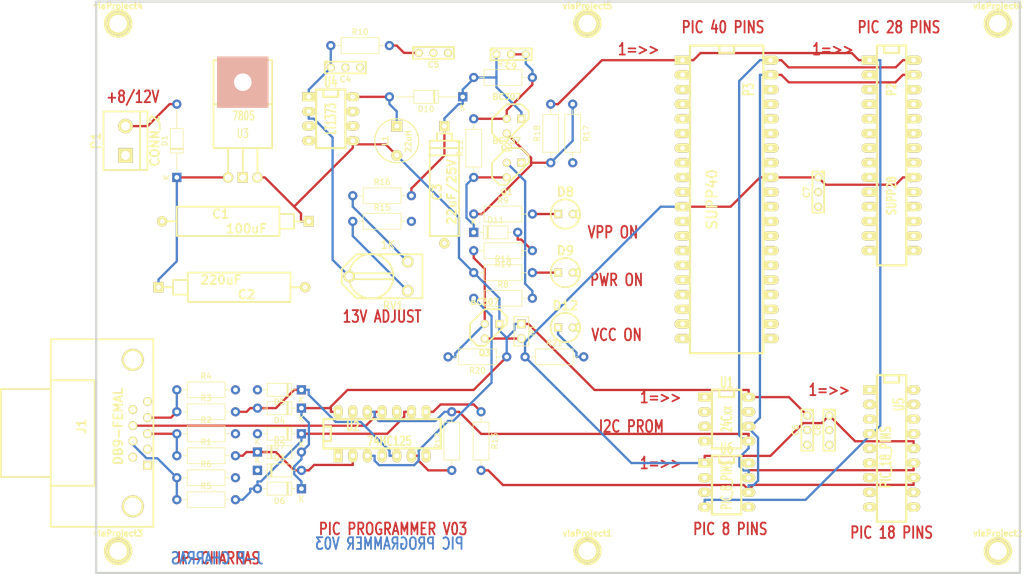
<source format=kicad_pcb>
(kicad_pcb (version 20171130) (host pcbnew 5.1.5-52549c5~84~ubuntu18.04.1)

  (general
    (thickness 1.6)
    (drawings 24)
    (tracks 290)
    (zones 0)
    (modules 64)
    (nets 112)
  )

  (page A4)
  (title_block
    (title "SERIAL PIC PROGRAMMER")
  )

  (layers
    (0 top_copper signal)
    (31 bottom_copper signal)
    (32 B.Adhes user)
    (33 F.Adhes user)
    (34 B.Paste user)
    (35 F.Paste user)
    (36 B.SilkS user)
    (37 F.SilkS user)
    (38 B.Mask user)
    (39 F.Mask user)
    (40 Dwgs.User user)
    (41 Cmts.User user)
    (42 Eco1.User user)
    (43 Eco2.User user)
    (44 Edge.Cuts user)
    (45 Margin user)
    (46 B.CrtYd user)
    (47 F.CrtYd user)
    (48 B.Fab user)
    (49 F.Fab user)
  )

  (setup
    (last_trace_width 0.4)
    (trace_clearance 0.254)
    (zone_clearance 0.508)
    (zone_45_only no)
    (trace_min 0.2)
    (via_size 0.9)
    (via_drill 0.6)
    (via_min_size 0.8)
    (via_min_drill 0.508)
    (uvia_size 0.508)
    (uvia_drill 0.127)
    (uvias_allowed no)
    (uvia_min_size 0.508)
    (uvia_min_drill 0.127)
    (edge_width 0.381)
    (segment_width 0.381)
    (pcb_text_width 0.3048)
    (pcb_text_size 1.524 2.032)
    (mod_edge_width 0.381)
    (mod_text_size 1.524 1.524)
    (mod_text_width 0.3048)
    (pad_size 1.5748 2.794)
    (pad_drill 0.8128)
    (pad_to_mask_clearance 0.2)
    (aux_axis_origin 62.23 153.67)
    (visible_elements 7FFFFFFF)
    (pcbplotparams
      (layerselection 0x00030_80000001)
      (usegerberextensions false)
      (usegerberattributes false)
      (usegerberadvancedattributes false)
      (creategerberjobfile false)
      (excludeedgelayer false)
      (linewidth 0.150000)
      (plotframeref false)
      (viasonmask false)
      (mode 1)
      (useauxorigin true)
      (hpglpennumber 1)
      (hpglpenspeed 20)
      (hpglpendiameter 15.000000)
      (psnegative false)
      (psa4output false)
      (plotreference true)
      (plotvalue true)
      (plotinvisibletext false)
      (padsonsilk false)
      (subtractmaskfromsilk false)
      (outputformat 1)
      (mirror false)
      (drillshape 0)
      (scaleselection 1)
      (outputdirectory ""))
  )

  (net 0 "")
  (net 1 /pic_programmer/CTS)
  (net 2 /pic_programmer/TXD)
  (net 3 GND)
  (net 4 VCC)
  (net 5 VPP)
  (net 6 VCC_PIC)
  (net 7 /pic_programmer/DTR)
  (net 8 /pic_programmer/PC-CLOCK-OUT)
  (net 9 VPP-MCLR)
  (net 10 CLOCK-RB6)
  (net 11 DATA-RB7)
  (net 12 "Net-(C2-Pad1)")
  (net 13 "Net-(C4-Pad1)")
  (net 14 "Net-(C5-Pad1)")
  (net 15 "Net-(C9-Pad2)")
  (net 16 "Net-(D2-Pad1)")
  (net 17 "Net-(D8-Pad1)")
  (net 18 "Net-(D9-Pad1)")
  (net 19 "Net-(D11-Pad2)")
  (net 20 "Net-(D11-Pad1)")
  (net 21 "Net-(D12-Pad1)")
  (net 22 "Net-(Q1-Pad2)")
  (net 23 "Net-(Q2-Pad3)")
  (net 24 "Net-(Q3-Pad2)")
  (net 25 "Net-(R8-Pad1)")
  (net 26 "Net-(R12-Pad1)")
  (net 27 "Net-(R13-Pad1)")
  (net 28 "Net-(R15-Pad1)")
  (net 29 "Net-(R16-Pad1)")
  (net 30 "Net-(RV1-Pad2)")
  (net 31 "Net-(D1-Pad2)")
  (net 32 "Net-(D4-Pad2)")
  (net 33 "Net-(D6-Pad2)")
  (net 34 "Net-(D10-Pad2)")
  (net 35 "Net-(J1-Pad1)")
  (net 36 "Net-(J1-Pad2)")
  (net 37 "Net-(J1-Pad6)")
  (net 38 "Net-(J1-Pad9)")
  (net 39 "Net-(P2-Pad2)")
  (net 40 "Net-(P2-Pad3)")
  (net 41 "Net-(P2-Pad4)")
  (net 42 "Net-(P2-Pad5)")
  (net 43 "Net-(P2-Pad6)")
  (net 44 "Net-(P2-Pad7)")
  (net 45 "Net-(P2-Pad9)")
  (net 46 "Net-(P2-Pad10)")
  (net 47 "Net-(P2-Pad11)")
  (net 48 "Net-(P2-Pad12)")
  (net 49 "Net-(P2-Pad13)")
  (net 50 "Net-(P2-Pad14)")
  (net 51 "Net-(P2-Pad15)")
  (net 52 "Net-(P2-Pad16)")
  (net 53 "Net-(P2-Pad17)")
  (net 54 "Net-(P2-Pad18)")
  (net 55 "Net-(P2-Pad21)")
  (net 56 "Net-(P2-Pad22)")
  (net 57 "Net-(P2-Pad23)")
  (net 58 "Net-(P2-Pad24)")
  (net 59 "Net-(P2-Pad25)")
  (net 60 "Net-(P2-Pad26)")
  (net 61 "Net-(P3-Pad2)")
  (net 62 "Net-(P3-Pad3)")
  (net 63 "Net-(P3-Pad4)")
  (net 64 "Net-(P3-Pad5)")
  (net 65 "Net-(P3-Pad6)")
  (net 66 "Net-(P3-Pad7)")
  (net 67 "Net-(P3-Pad9)")
  (net 68 "Net-(P3-Pad10)")
  (net 69 "Net-(P3-Pad13)")
  (net 70 "Net-(P3-Pad14)")
  (net 71 "Net-(P3-Pad15)")
  (net 72 "Net-(P3-Pad16)")
  (net 73 "Net-(P3-Pad17)")
  (net 74 "Net-(P3-Pad18)")
  (net 75 "Net-(P3-Pad19)")
  (net 76 "Net-(P3-Pad20)")
  (net 77 "Net-(P3-Pad21)")
  (net 78 "Net-(P3-Pad22)")
  (net 79 "Net-(P3-Pad23)")
  (net 80 "Net-(P3-Pad24)")
  (net 81 "Net-(P3-Pad25)")
  (net 82 "Net-(P3-Pad26)")
  (net 83 "Net-(P3-Pad27)")
  (net 84 "Net-(P3-Pad28)")
  (net 85 "Net-(P3-Pad29)")
  (net 86 "Net-(P3-Pad30)")
  (net 87 "Net-(P3-Pad33)")
  (net 88 "Net-(P3-Pad34)")
  (net 89 "Net-(P3-Pad35)")
  (net 90 "Net-(P3-Pad36)")
  (net 91 "Net-(P3-Pad37)")
  (net 92 "Net-(P3-Pad38)")
  (net 93 "Net-(U1-Pad7)")
  (net 94 "Net-(U4-Pad3)")
  (net 95 "Net-(U4-Pad4)")
  (net 96 "Net-(U5-Pad1)")
  (net 97 "Net-(U5-Pad2)")
  (net 98 "Net-(U5-Pad3)")
  (net 99 "Net-(U5-Pad6)")
  (net 100 "Net-(U5-Pad7)")
  (net 101 "Net-(U5-Pad8)")
  (net 102 "Net-(U5-Pad9)")
  (net 103 "Net-(U5-Pad10)")
  (net 104 "Net-(U5-Pad11)")
  (net 105 "Net-(U5-Pad15)")
  (net 106 "Net-(U5-Pad16)")
  (net 107 "Net-(U5-Pad17)")
  (net 108 "Net-(U5-Pad18)")
  (net 109 "Net-(U6-Pad2)")
  (net 110 "Net-(U6-Pad3)")
  (net 111 "Net-(U6-Pad5)")

  (net_class Default "Ceci est la Netclass par défaut"
    (clearance 0.254)
    (trace_width 0.4)
    (via_dia 0.9)
    (via_drill 0.6)
    (uvia_dia 0.508)
    (uvia_drill 0.127)
    (add_net /pic_programmer/CTS)
    (add_net /pic_programmer/DTR)
    (add_net /pic_programmer/PC-CLOCK-OUT)
    (add_net /pic_programmer/TXD)
    (add_net CLOCK-RB6)
    (add_net DATA-RB7)
    (add_net GND)
    (add_net "Net-(C2-Pad1)")
    (add_net "Net-(C4-Pad1)")
    (add_net "Net-(C5-Pad1)")
    (add_net "Net-(C9-Pad2)")
    (add_net "Net-(D1-Pad2)")
    (add_net "Net-(D10-Pad2)")
    (add_net "Net-(D11-Pad1)")
    (add_net "Net-(D11-Pad2)")
    (add_net "Net-(D12-Pad1)")
    (add_net "Net-(D2-Pad1)")
    (add_net "Net-(D4-Pad2)")
    (add_net "Net-(D6-Pad2)")
    (add_net "Net-(D8-Pad1)")
    (add_net "Net-(D9-Pad1)")
    (add_net "Net-(J1-Pad1)")
    (add_net "Net-(J1-Pad2)")
    (add_net "Net-(J1-Pad6)")
    (add_net "Net-(J1-Pad9)")
    (add_net "Net-(P2-Pad10)")
    (add_net "Net-(P2-Pad11)")
    (add_net "Net-(P2-Pad12)")
    (add_net "Net-(P2-Pad13)")
    (add_net "Net-(P2-Pad14)")
    (add_net "Net-(P2-Pad15)")
    (add_net "Net-(P2-Pad16)")
    (add_net "Net-(P2-Pad17)")
    (add_net "Net-(P2-Pad18)")
    (add_net "Net-(P2-Pad2)")
    (add_net "Net-(P2-Pad21)")
    (add_net "Net-(P2-Pad22)")
    (add_net "Net-(P2-Pad23)")
    (add_net "Net-(P2-Pad24)")
    (add_net "Net-(P2-Pad25)")
    (add_net "Net-(P2-Pad26)")
    (add_net "Net-(P2-Pad3)")
    (add_net "Net-(P2-Pad4)")
    (add_net "Net-(P2-Pad5)")
    (add_net "Net-(P2-Pad6)")
    (add_net "Net-(P2-Pad7)")
    (add_net "Net-(P2-Pad9)")
    (add_net "Net-(P3-Pad10)")
    (add_net "Net-(P3-Pad13)")
    (add_net "Net-(P3-Pad14)")
    (add_net "Net-(P3-Pad15)")
    (add_net "Net-(P3-Pad16)")
    (add_net "Net-(P3-Pad17)")
    (add_net "Net-(P3-Pad18)")
    (add_net "Net-(P3-Pad19)")
    (add_net "Net-(P3-Pad2)")
    (add_net "Net-(P3-Pad20)")
    (add_net "Net-(P3-Pad21)")
    (add_net "Net-(P3-Pad22)")
    (add_net "Net-(P3-Pad23)")
    (add_net "Net-(P3-Pad24)")
    (add_net "Net-(P3-Pad25)")
    (add_net "Net-(P3-Pad26)")
    (add_net "Net-(P3-Pad27)")
    (add_net "Net-(P3-Pad28)")
    (add_net "Net-(P3-Pad29)")
    (add_net "Net-(P3-Pad3)")
    (add_net "Net-(P3-Pad30)")
    (add_net "Net-(P3-Pad33)")
    (add_net "Net-(P3-Pad34)")
    (add_net "Net-(P3-Pad35)")
    (add_net "Net-(P3-Pad36)")
    (add_net "Net-(P3-Pad37)")
    (add_net "Net-(P3-Pad38)")
    (add_net "Net-(P3-Pad4)")
    (add_net "Net-(P3-Pad5)")
    (add_net "Net-(P3-Pad6)")
    (add_net "Net-(P3-Pad7)")
    (add_net "Net-(P3-Pad9)")
    (add_net "Net-(Q1-Pad2)")
    (add_net "Net-(Q2-Pad3)")
    (add_net "Net-(Q3-Pad2)")
    (add_net "Net-(R12-Pad1)")
    (add_net "Net-(R13-Pad1)")
    (add_net "Net-(R15-Pad1)")
    (add_net "Net-(R16-Pad1)")
    (add_net "Net-(R8-Pad1)")
    (add_net "Net-(RV1-Pad2)")
    (add_net "Net-(U1-Pad7)")
    (add_net "Net-(U4-Pad3)")
    (add_net "Net-(U4-Pad4)")
    (add_net "Net-(U5-Pad1)")
    (add_net "Net-(U5-Pad10)")
    (add_net "Net-(U5-Pad11)")
    (add_net "Net-(U5-Pad15)")
    (add_net "Net-(U5-Pad16)")
    (add_net "Net-(U5-Pad17)")
    (add_net "Net-(U5-Pad18)")
    (add_net "Net-(U5-Pad2)")
    (add_net "Net-(U5-Pad3)")
    (add_net "Net-(U5-Pad6)")
    (add_net "Net-(U5-Pad7)")
    (add_net "Net-(U5-Pad8)")
    (add_net "Net-(U5-Pad9)")
    (add_net "Net-(U6-Pad2)")
    (add_net "Net-(U6-Pad3)")
    (add_net "Net-(U6-Pad5)")
    (add_net VCC)
    (add_net VCC_PIC)
    (add_net VPP)
    (add_net VPP-MCLR)
  )

  (module 1pin (layer top_copper) (tedit 200000) (tstamp 442A9352)
    (at 158.75 135.89)
    (descr "module 1 pin (ou trou mecanique de percage)")
    (tags DEV)
    (fp_text reference viaProject1 (at 0 -3.048) (layer F.SilkS)
      (effects (font (size 1.016 1.016) (thickness 0.254)))
    )
    (fp_text value P*** (at 0 2.794) (layer F.SilkS) hide
      (effects (font (size 1.016 1.016) (thickness 0.254)))
    )
    (fp_circle (center 0 0) (end 0 -2.286) (layer F.SilkS) (width 0.381))
    (pad 1 thru_hole circle (at 0 0) (size 4.064 4.064) (drill 3.048) (layers *.Cu *.Mask F.SilkS))
  )

  (module Diode_THT:D_DO-35_SOD27_P7.62mm_Horizontal (layer top_copper) (tedit 5A195B5A) (tstamp 53B844A6)
    (at 101.6 118.745)
    (descr "D, DO-35_SOD27 series, Axial, Horizontal, pin pitch=7.62mm, , length*diameter=4*2mm^2, , http://www.diodes.com/_files/packages/DO-35.pdf")
    (tags "D DO-35_SOD27 series Axial Horizontal pin pitch 7.62mm  length 4mm diameter 2mm")
    (path /48553E53/442A4D1B)
    (fp_text reference D2 (at 3.81 -2.12) (layer F.SilkS)
      (effects (font (size 1 1) (thickness 0.15)))
    )
    (fp_text value BAT43 (at 3.81 2.12) (layer F.Fab)
      (effects (font (size 1 1) (thickness 0.15)))
    )
    (fp_text user K (at 0 -1.8) (layer F.SilkS)
      (effects (font (size 1 1) (thickness 0.15)))
    )
    (fp_text user K (at 0 -1.8) (layer F.Fab)
      (effects (font (size 1 1) (thickness 0.15)))
    )
    (fp_text user %R (at 4.11 0) (layer F.Fab)
      (effects (font (size 0.8 0.8) (thickness 0.12)))
    )
    (fp_line (start 8.7 -1.4) (end -1.05 -1.4) (layer F.CrtYd) (width 0.05))
    (fp_line (start 8.7 1.4) (end 8.7 -1.4) (layer F.CrtYd) (width 0.05))
    (fp_line (start -1.05 1.4) (end 8.7 1.4) (layer F.CrtYd) (width 0.05))
    (fp_line (start -1.05 -1.4) (end -1.05 1.4) (layer F.CrtYd) (width 0.05))
    (fp_line (start 2.29 -1.12) (end 2.29 1.12) (layer F.SilkS) (width 0.12))
    (fp_line (start 2.53 -1.12) (end 2.53 1.12) (layer F.SilkS) (width 0.12))
    (fp_line (start 2.41 -1.12) (end 2.41 1.12) (layer F.SilkS) (width 0.12))
    (fp_line (start 6.58 0) (end 5.93 0) (layer F.SilkS) (width 0.12))
    (fp_line (start 1.04 0) (end 1.69 0) (layer F.SilkS) (width 0.12))
    (fp_line (start 5.93 -1.12) (end 1.69 -1.12) (layer F.SilkS) (width 0.12))
    (fp_line (start 5.93 1.12) (end 5.93 -1.12) (layer F.SilkS) (width 0.12))
    (fp_line (start 1.69 1.12) (end 5.93 1.12) (layer F.SilkS) (width 0.12))
    (fp_line (start 1.69 -1.12) (end 1.69 1.12) (layer F.SilkS) (width 0.12))
    (fp_line (start 2.31 -1) (end 2.31 1) (layer F.Fab) (width 0.1))
    (fp_line (start 2.51 -1) (end 2.51 1) (layer F.Fab) (width 0.1))
    (fp_line (start 2.41 -1) (end 2.41 1) (layer F.Fab) (width 0.1))
    (fp_line (start 7.62 0) (end 5.81 0) (layer F.Fab) (width 0.1))
    (fp_line (start 0 0) (end 1.81 0) (layer F.Fab) (width 0.1))
    (fp_line (start 5.81 -1) (end 1.81 -1) (layer F.Fab) (width 0.1))
    (fp_line (start 5.81 1) (end 5.81 -1) (layer F.Fab) (width 0.1))
    (fp_line (start 1.81 1) (end 5.81 1) (layer F.Fab) (width 0.1))
    (fp_line (start 1.81 -1) (end 1.81 1) (layer F.Fab) (width 0.1))
    (pad 2 thru_hole oval (at 7.62 0) (size 1.6 1.6) (drill 0.8) (layers *.Cu *.Mask)
      (net 4 VCC))
    (pad 1 thru_hole rect (at 0 0) (size 1.6 1.6) (drill 0.8) (layers *.Cu *.Mask)
      (net 16 "Net-(D2-Pad1)"))
    (model ${KISYS3DMOD}/Diode_THT.3dshapes/D_DO-35_SOD27_P7.62mm_Horizontal.wrl
      (at (xyz 0 0 0))
      (scale (xyz 1 1 1))
      (rotate (xyz 0 0 0))
    )
  )

  (module Diode_THT:D_DO-35_SOD27_P7.62mm_Horizontal (layer top_copper) (tedit 5A195B5A) (tstamp 53B844B5)
    (at 101.6 121.92)
    (descr "D, DO-35_SOD27 series, Axial, Horizontal, pin pitch=7.62mm, , length*diameter=4*2mm^2, , http://www.diodes.com/_files/packages/DO-35.pdf")
    (tags "D DO-35_SOD27 series Axial Horizontal pin pitch 7.62mm  length 4mm diameter 2mm")
    (path /48553E53/442A4D25)
    (fp_text reference D3 (at 3.81 -2.12) (layer F.SilkS)
      (effects (font (size 1 1) (thickness 0.15)))
    )
    (fp_text value BAT43 (at 3.81 2.12) (layer F.Fab)
      (effects (font (size 1 1) (thickness 0.15)))
    )
    (fp_text user K (at 0 -1.8) (layer F.SilkS)
      (effects (font (size 1 1) (thickness 0.15)))
    )
    (fp_text user K (at 0 -1.8) (layer F.Fab)
      (effects (font (size 1 1) (thickness 0.15)))
    )
    (fp_text user %R (at 4.11 0) (layer F.Fab)
      (effects (font (size 0.8 0.8) (thickness 0.12)))
    )
    (fp_line (start 8.7 -1.4) (end -1.05 -1.4) (layer F.CrtYd) (width 0.05))
    (fp_line (start 8.7 1.4) (end 8.7 -1.4) (layer F.CrtYd) (width 0.05))
    (fp_line (start -1.05 1.4) (end 8.7 1.4) (layer F.CrtYd) (width 0.05))
    (fp_line (start -1.05 -1.4) (end -1.05 1.4) (layer F.CrtYd) (width 0.05))
    (fp_line (start 2.29 -1.12) (end 2.29 1.12) (layer F.SilkS) (width 0.12))
    (fp_line (start 2.53 -1.12) (end 2.53 1.12) (layer F.SilkS) (width 0.12))
    (fp_line (start 2.41 -1.12) (end 2.41 1.12) (layer F.SilkS) (width 0.12))
    (fp_line (start 6.58 0) (end 5.93 0) (layer F.SilkS) (width 0.12))
    (fp_line (start 1.04 0) (end 1.69 0) (layer F.SilkS) (width 0.12))
    (fp_line (start 5.93 -1.12) (end 1.69 -1.12) (layer F.SilkS) (width 0.12))
    (fp_line (start 5.93 1.12) (end 5.93 -1.12) (layer F.SilkS) (width 0.12))
    (fp_line (start 1.69 1.12) (end 5.93 1.12) (layer F.SilkS) (width 0.12))
    (fp_line (start 1.69 -1.12) (end 1.69 1.12) (layer F.SilkS) (width 0.12))
    (fp_line (start 2.31 -1) (end 2.31 1) (layer F.Fab) (width 0.1))
    (fp_line (start 2.51 -1) (end 2.51 1) (layer F.Fab) (width 0.1))
    (fp_line (start 2.41 -1) (end 2.41 1) (layer F.Fab) (width 0.1))
    (fp_line (start 7.62 0) (end 5.81 0) (layer F.Fab) (width 0.1))
    (fp_line (start 0 0) (end 1.81 0) (layer F.Fab) (width 0.1))
    (fp_line (start 5.81 -1) (end 1.81 -1) (layer F.Fab) (width 0.1))
    (fp_line (start 5.81 1) (end 5.81 -1) (layer F.Fab) (width 0.1))
    (fp_line (start 1.81 1) (end 5.81 1) (layer F.Fab) (width 0.1))
    (fp_line (start 1.81 -1) (end 1.81 1) (layer F.Fab) (width 0.1))
    (pad 2 thru_hole oval (at 7.62 0) (size 1.6 1.6) (drill 0.8) (layers *.Cu *.Mask)
      (net 16 "Net-(D2-Pad1)"))
    (pad 1 thru_hole rect (at 0 0) (size 1.6 1.6) (drill 0.8) (layers *.Cu *.Mask)
      (net 3 GND))
    (model ${KISYS3DMOD}/Diode_THT.3dshapes/D_DO-35_SOD27_P7.62mm_Horizontal.wrl
      (at (xyz 0 0 0))
      (scale (xyz 1 1 1))
      (rotate (xyz 0 0 0))
    )
  )

  (module Diode_THT:D_DO-35_SOD27_P7.62mm_Horizontal (layer top_copper) (tedit 5A195B5A) (tstamp 53B844C4)
    (at 109.22 111.125 180)
    (descr "D, DO-35_SOD27 series, Axial, Horizontal, pin pitch=7.62mm, , length*diameter=4*2mm^2, , http://www.diodes.com/_files/packages/DO-35.pdf")
    (tags "D DO-35_SOD27 series Axial Horizontal pin pitch 7.62mm  length 4mm diameter 2mm")
    (path /48553E53/442A4D5C)
    (fp_text reference D4 (at 3.81 -2.12 180) (layer F.SilkS)
      (effects (font (size 1 1) (thickness 0.15)))
    )
    (fp_text value BAT43 (at 3.81 2.12 180) (layer F.Fab)
      (effects (font (size 1 1) (thickness 0.15)))
    )
    (fp_text user K (at 0 -1.8 180) (layer F.SilkS)
      (effects (font (size 1 1) (thickness 0.15)))
    )
    (fp_text user K (at 0 -1.8 180) (layer F.Fab)
      (effects (font (size 1 1) (thickness 0.15)))
    )
    (fp_text user %R (at 4.11 0 180) (layer F.Fab)
      (effects (font (size 0.8 0.8) (thickness 0.12)))
    )
    (fp_line (start 8.7 -1.4) (end -1.05 -1.4) (layer F.CrtYd) (width 0.05))
    (fp_line (start 8.7 1.4) (end 8.7 -1.4) (layer F.CrtYd) (width 0.05))
    (fp_line (start -1.05 1.4) (end 8.7 1.4) (layer F.CrtYd) (width 0.05))
    (fp_line (start -1.05 -1.4) (end -1.05 1.4) (layer F.CrtYd) (width 0.05))
    (fp_line (start 2.29 -1.12) (end 2.29 1.12) (layer F.SilkS) (width 0.12))
    (fp_line (start 2.53 -1.12) (end 2.53 1.12) (layer F.SilkS) (width 0.12))
    (fp_line (start 2.41 -1.12) (end 2.41 1.12) (layer F.SilkS) (width 0.12))
    (fp_line (start 6.58 0) (end 5.93 0) (layer F.SilkS) (width 0.12))
    (fp_line (start 1.04 0) (end 1.69 0) (layer F.SilkS) (width 0.12))
    (fp_line (start 5.93 -1.12) (end 1.69 -1.12) (layer F.SilkS) (width 0.12))
    (fp_line (start 5.93 1.12) (end 5.93 -1.12) (layer F.SilkS) (width 0.12))
    (fp_line (start 1.69 1.12) (end 5.93 1.12) (layer F.SilkS) (width 0.12))
    (fp_line (start 1.69 -1.12) (end 1.69 1.12) (layer F.SilkS) (width 0.12))
    (fp_line (start 2.31 -1) (end 2.31 1) (layer F.Fab) (width 0.1))
    (fp_line (start 2.51 -1) (end 2.51 1) (layer F.Fab) (width 0.1))
    (fp_line (start 2.41 -1) (end 2.41 1) (layer F.Fab) (width 0.1))
    (fp_line (start 7.62 0) (end 5.81 0) (layer F.Fab) (width 0.1))
    (fp_line (start 0 0) (end 1.81 0) (layer F.Fab) (width 0.1))
    (fp_line (start 5.81 -1) (end 1.81 -1) (layer F.Fab) (width 0.1))
    (fp_line (start 5.81 1) (end 5.81 -1) (layer F.Fab) (width 0.1))
    (fp_line (start 1.81 1) (end 5.81 1) (layer F.Fab) (width 0.1))
    (fp_line (start 1.81 -1) (end 1.81 1) (layer F.Fab) (width 0.1))
    (pad 2 thru_hole oval (at 7.62 0 180) (size 1.6 1.6) (drill 0.8) (layers *.Cu *.Mask)
      (net 32 "Net-(D4-Pad2)"))
    (pad 1 thru_hole rect (at 0 0 180) (size 1.6 1.6) (drill 0.8) (layers *.Cu *.Mask)
      (net 4 VCC))
    (model ${KISYS3DMOD}/Diode_THT.3dshapes/D_DO-35_SOD27_P7.62mm_Horizontal.wrl
      (at (xyz 0 0 0))
      (scale (xyz 1 1 1))
      (rotate (xyz 0 0 0))
    )
  )

  (module Diode_THT:D_DO-35_SOD27_P7.62mm_Horizontal (layer top_copper) (tedit 5A195B5A) (tstamp 53B844D3)
    (at 109.22 107.95 180)
    (descr "D, DO-35_SOD27 series, Axial, Horizontal, pin pitch=7.62mm, , length*diameter=4*2mm^2, , http://www.diodes.com/_files/packages/DO-35.pdf")
    (tags "D DO-35_SOD27 series Axial Horizontal pin pitch 7.62mm  length 4mm diameter 2mm")
    (path /48553E53/442A4D5D)
    (fp_text reference D5 (at 3.81 -2.12 180) (layer F.SilkS)
      (effects (font (size 1 1) (thickness 0.15)))
    )
    (fp_text value BAT43 (at 3.81 2.12 180) (layer F.Fab)
      (effects (font (size 1 1) (thickness 0.15)))
    )
    (fp_text user K (at 0 -1.8 180) (layer F.SilkS)
      (effects (font (size 1 1) (thickness 0.15)))
    )
    (fp_text user K (at 0 -1.8 180) (layer F.Fab)
      (effects (font (size 1 1) (thickness 0.15)))
    )
    (fp_text user %R (at 4.11 0 180) (layer F.Fab)
      (effects (font (size 0.8 0.8) (thickness 0.12)))
    )
    (fp_line (start 8.7 -1.4) (end -1.05 -1.4) (layer F.CrtYd) (width 0.05))
    (fp_line (start 8.7 1.4) (end 8.7 -1.4) (layer F.CrtYd) (width 0.05))
    (fp_line (start -1.05 1.4) (end 8.7 1.4) (layer F.CrtYd) (width 0.05))
    (fp_line (start -1.05 -1.4) (end -1.05 1.4) (layer F.CrtYd) (width 0.05))
    (fp_line (start 2.29 -1.12) (end 2.29 1.12) (layer F.SilkS) (width 0.12))
    (fp_line (start 2.53 -1.12) (end 2.53 1.12) (layer F.SilkS) (width 0.12))
    (fp_line (start 2.41 -1.12) (end 2.41 1.12) (layer F.SilkS) (width 0.12))
    (fp_line (start 6.58 0) (end 5.93 0) (layer F.SilkS) (width 0.12))
    (fp_line (start 1.04 0) (end 1.69 0) (layer F.SilkS) (width 0.12))
    (fp_line (start 5.93 -1.12) (end 1.69 -1.12) (layer F.SilkS) (width 0.12))
    (fp_line (start 5.93 1.12) (end 5.93 -1.12) (layer F.SilkS) (width 0.12))
    (fp_line (start 1.69 1.12) (end 5.93 1.12) (layer F.SilkS) (width 0.12))
    (fp_line (start 1.69 -1.12) (end 1.69 1.12) (layer F.SilkS) (width 0.12))
    (fp_line (start 2.31 -1) (end 2.31 1) (layer F.Fab) (width 0.1))
    (fp_line (start 2.51 -1) (end 2.51 1) (layer F.Fab) (width 0.1))
    (fp_line (start 2.41 -1) (end 2.41 1) (layer F.Fab) (width 0.1))
    (fp_line (start 7.62 0) (end 5.81 0) (layer F.Fab) (width 0.1))
    (fp_line (start 0 0) (end 1.81 0) (layer F.Fab) (width 0.1))
    (fp_line (start 5.81 -1) (end 1.81 -1) (layer F.Fab) (width 0.1))
    (fp_line (start 5.81 1) (end 5.81 -1) (layer F.Fab) (width 0.1))
    (fp_line (start 1.81 1) (end 5.81 1) (layer F.Fab) (width 0.1))
    (fp_line (start 1.81 -1) (end 1.81 1) (layer F.Fab) (width 0.1))
    (pad 2 thru_hole oval (at 7.62 0 180) (size 1.6 1.6) (drill 0.8) (layers *.Cu *.Mask)
      (net 3 GND))
    (pad 1 thru_hole rect (at 0 0 180) (size 1.6 1.6) (drill 0.8) (layers *.Cu *.Mask)
      (net 32 "Net-(D4-Pad2)"))
    (model ${KISYS3DMOD}/Diode_THT.3dshapes/D_DO-35_SOD27_P7.62mm_Horizontal.wrl
      (at (xyz 0 0 0))
      (scale (xyz 1 1 1))
      (rotate (xyz 0 0 0))
    )
  )

  (module Diode_THT:D_DO-35_SOD27_P7.62mm_Horizontal (layer top_copper) (tedit 5A195B5A) (tstamp 53B844E2)
    (at 109.22 125.095 180)
    (descr "D, DO-35_SOD27 series, Axial, Horizontal, pin pitch=7.62mm, , length*diameter=4*2mm^2, , http://www.diodes.com/_files/packages/DO-35.pdf")
    (tags "D DO-35_SOD27 series Axial Horizontal pin pitch 7.62mm  length 4mm diameter 2mm")
    (path /48553E53/442A4D64)
    (fp_text reference D6 (at 3.81 -2.12 180) (layer F.SilkS)
      (effects (font (size 1 1) (thickness 0.15)))
    )
    (fp_text value BAT43 (at 3.81 2.12 180) (layer F.Fab)
      (effects (font (size 1 1) (thickness 0.15)))
    )
    (fp_text user K (at 0 -1.8 180) (layer F.SilkS)
      (effects (font (size 1 1) (thickness 0.15)))
    )
    (fp_text user K (at 0 -1.8 180) (layer F.Fab)
      (effects (font (size 1 1) (thickness 0.15)))
    )
    (fp_text user %R (at 4.11 0 180) (layer F.Fab)
      (effects (font (size 0.8 0.8) (thickness 0.12)))
    )
    (fp_line (start 8.7 -1.4) (end -1.05 -1.4) (layer F.CrtYd) (width 0.05))
    (fp_line (start 8.7 1.4) (end 8.7 -1.4) (layer F.CrtYd) (width 0.05))
    (fp_line (start -1.05 1.4) (end 8.7 1.4) (layer F.CrtYd) (width 0.05))
    (fp_line (start -1.05 -1.4) (end -1.05 1.4) (layer F.CrtYd) (width 0.05))
    (fp_line (start 2.29 -1.12) (end 2.29 1.12) (layer F.SilkS) (width 0.12))
    (fp_line (start 2.53 -1.12) (end 2.53 1.12) (layer F.SilkS) (width 0.12))
    (fp_line (start 2.41 -1.12) (end 2.41 1.12) (layer F.SilkS) (width 0.12))
    (fp_line (start 6.58 0) (end 5.93 0) (layer F.SilkS) (width 0.12))
    (fp_line (start 1.04 0) (end 1.69 0) (layer F.SilkS) (width 0.12))
    (fp_line (start 5.93 -1.12) (end 1.69 -1.12) (layer F.SilkS) (width 0.12))
    (fp_line (start 5.93 1.12) (end 5.93 -1.12) (layer F.SilkS) (width 0.12))
    (fp_line (start 1.69 1.12) (end 5.93 1.12) (layer F.SilkS) (width 0.12))
    (fp_line (start 1.69 -1.12) (end 1.69 1.12) (layer F.SilkS) (width 0.12))
    (fp_line (start 2.31 -1) (end 2.31 1) (layer F.Fab) (width 0.1))
    (fp_line (start 2.51 -1) (end 2.51 1) (layer F.Fab) (width 0.1))
    (fp_line (start 2.41 -1) (end 2.41 1) (layer F.Fab) (width 0.1))
    (fp_line (start 7.62 0) (end 5.81 0) (layer F.Fab) (width 0.1))
    (fp_line (start 0 0) (end 1.81 0) (layer F.Fab) (width 0.1))
    (fp_line (start 5.81 -1) (end 1.81 -1) (layer F.Fab) (width 0.1))
    (fp_line (start 5.81 1) (end 5.81 -1) (layer F.Fab) (width 0.1))
    (fp_line (start 1.81 1) (end 5.81 1) (layer F.Fab) (width 0.1))
    (fp_line (start 1.81 -1) (end 1.81 1) (layer F.Fab) (width 0.1))
    (pad 2 thru_hole oval (at 7.62 0 180) (size 1.6 1.6) (drill 0.8) (layers *.Cu *.Mask)
      (net 33 "Net-(D6-Pad2)"))
    (pad 1 thru_hole rect (at 0 0 180) (size 1.6 1.6) (drill 0.8) (layers *.Cu *.Mask)
      (net 4 VCC))
    (model ${KISYS3DMOD}/Diode_THT.3dshapes/D_DO-35_SOD27_P7.62mm_Horizontal.wrl
      (at (xyz 0 0 0))
      (scale (xyz 1 1 1))
      (rotate (xyz 0 0 0))
    )
  )

  (module Diode_THT:D_DO-35_SOD27_P7.62mm_Horizontal (layer top_copper) (tedit 5A195B5A) (tstamp 53B844F1)
    (at 109.22 115.57 180)
    (descr "D, DO-35_SOD27 series, Axial, Horizontal, pin pitch=7.62mm, , length*diameter=4*2mm^2, , http://www.diodes.com/_files/packages/DO-35.pdf")
    (tags "D DO-35_SOD27 series Axial Horizontal pin pitch 7.62mm  length 4mm diameter 2mm")
    (path /48553E53/442A4D65)
    (fp_text reference D7 (at 3.81 -2.12 180) (layer F.SilkS)
      (effects (font (size 1 1) (thickness 0.15)))
    )
    (fp_text value BAT43 (at 3.81 2.12 180) (layer F.Fab)
      (effects (font (size 1 1) (thickness 0.15)))
    )
    (fp_text user K (at 0 -1.8 180) (layer F.SilkS)
      (effects (font (size 1 1) (thickness 0.15)))
    )
    (fp_text user K (at 0 -1.8 180) (layer F.Fab)
      (effects (font (size 1 1) (thickness 0.15)))
    )
    (fp_text user %R (at 4.11 0 180) (layer F.Fab)
      (effects (font (size 0.8 0.8) (thickness 0.12)))
    )
    (fp_line (start 8.7 -1.4) (end -1.05 -1.4) (layer F.CrtYd) (width 0.05))
    (fp_line (start 8.7 1.4) (end 8.7 -1.4) (layer F.CrtYd) (width 0.05))
    (fp_line (start -1.05 1.4) (end 8.7 1.4) (layer F.CrtYd) (width 0.05))
    (fp_line (start -1.05 -1.4) (end -1.05 1.4) (layer F.CrtYd) (width 0.05))
    (fp_line (start 2.29 -1.12) (end 2.29 1.12) (layer F.SilkS) (width 0.12))
    (fp_line (start 2.53 -1.12) (end 2.53 1.12) (layer F.SilkS) (width 0.12))
    (fp_line (start 2.41 -1.12) (end 2.41 1.12) (layer F.SilkS) (width 0.12))
    (fp_line (start 6.58 0) (end 5.93 0) (layer F.SilkS) (width 0.12))
    (fp_line (start 1.04 0) (end 1.69 0) (layer F.SilkS) (width 0.12))
    (fp_line (start 5.93 -1.12) (end 1.69 -1.12) (layer F.SilkS) (width 0.12))
    (fp_line (start 5.93 1.12) (end 5.93 -1.12) (layer F.SilkS) (width 0.12))
    (fp_line (start 1.69 1.12) (end 5.93 1.12) (layer F.SilkS) (width 0.12))
    (fp_line (start 1.69 -1.12) (end 1.69 1.12) (layer F.SilkS) (width 0.12))
    (fp_line (start 2.31 -1) (end 2.31 1) (layer F.Fab) (width 0.1))
    (fp_line (start 2.51 -1) (end 2.51 1) (layer F.Fab) (width 0.1))
    (fp_line (start 2.41 -1) (end 2.41 1) (layer F.Fab) (width 0.1))
    (fp_line (start 7.62 0) (end 5.81 0) (layer F.Fab) (width 0.1))
    (fp_line (start 0 0) (end 1.81 0) (layer F.Fab) (width 0.1))
    (fp_line (start 5.81 -1) (end 1.81 -1) (layer F.Fab) (width 0.1))
    (fp_line (start 5.81 1) (end 5.81 -1) (layer F.Fab) (width 0.1))
    (fp_line (start 1.81 1) (end 5.81 1) (layer F.Fab) (width 0.1))
    (fp_line (start 1.81 -1) (end 1.81 1) (layer F.Fab) (width 0.1))
    (pad 2 thru_hole oval (at 7.62 0 180) (size 1.6 1.6) (drill 0.8) (layers *.Cu *.Mask)
      (net 3 GND))
    (pad 1 thru_hole rect (at 0 0 180) (size 1.6 1.6) (drill 0.8) (layers *.Cu *.Mask)
      (net 33 "Net-(D6-Pad2)"))
    (model ${KISYS3DMOD}/Diode_THT.3dshapes/D_DO-35_SOD27_P7.62mm_Horizontal.wrl
      (at (xyz 0 0 0))
      (scale (xyz 1 1 1))
      (rotate (xyz 0 0 0))
    )
  )

  (module Diode_THT:D_DO-35_SOD27_P7.62mm_Horizontal (layer top_copper) (tedit 5A195B5A) (tstamp 53B84521)
    (at 139.065 80.645)
    (descr "D, DO-35_SOD27 series, Axial, Horizontal, pin pitch=7.62mm, , length*diameter=4*2mm^2, , http://www.diodes.com/_files/packages/DO-35.pdf")
    (tags "D DO-35_SOD27 series Axial Horizontal pin pitch 7.62mm  length 4mm diameter 2mm")
    (path /48553E53/4639BA28)
    (fp_text reference D11 (at 3.81 -2.12) (layer F.SilkS)
      (effects (font (size 1 1) (thickness 0.15)))
    )
    (fp_text value BAT43 (at 3.81 2.12) (layer F.Fab)
      (effects (font (size 1 1) (thickness 0.15)))
    )
    (fp_text user K (at 0 -1.8) (layer F.SilkS)
      (effects (font (size 1 1) (thickness 0.15)))
    )
    (fp_text user K (at 0 -1.8) (layer F.Fab)
      (effects (font (size 1 1) (thickness 0.15)))
    )
    (fp_text user %R (at 4.11 0) (layer F.Fab)
      (effects (font (size 0.8 0.8) (thickness 0.12)))
    )
    (fp_line (start 8.7 -1.4) (end -1.05 -1.4) (layer F.CrtYd) (width 0.05))
    (fp_line (start 8.7 1.4) (end 8.7 -1.4) (layer F.CrtYd) (width 0.05))
    (fp_line (start -1.05 1.4) (end 8.7 1.4) (layer F.CrtYd) (width 0.05))
    (fp_line (start -1.05 -1.4) (end -1.05 1.4) (layer F.CrtYd) (width 0.05))
    (fp_line (start 2.29 -1.12) (end 2.29 1.12) (layer F.SilkS) (width 0.12))
    (fp_line (start 2.53 -1.12) (end 2.53 1.12) (layer F.SilkS) (width 0.12))
    (fp_line (start 2.41 -1.12) (end 2.41 1.12) (layer F.SilkS) (width 0.12))
    (fp_line (start 6.58 0) (end 5.93 0) (layer F.SilkS) (width 0.12))
    (fp_line (start 1.04 0) (end 1.69 0) (layer F.SilkS) (width 0.12))
    (fp_line (start 5.93 -1.12) (end 1.69 -1.12) (layer F.SilkS) (width 0.12))
    (fp_line (start 5.93 1.12) (end 5.93 -1.12) (layer F.SilkS) (width 0.12))
    (fp_line (start 1.69 1.12) (end 5.93 1.12) (layer F.SilkS) (width 0.12))
    (fp_line (start 1.69 -1.12) (end 1.69 1.12) (layer F.SilkS) (width 0.12))
    (fp_line (start 2.31 -1) (end 2.31 1) (layer F.Fab) (width 0.1))
    (fp_line (start 2.51 -1) (end 2.51 1) (layer F.Fab) (width 0.1))
    (fp_line (start 2.41 -1) (end 2.41 1) (layer F.Fab) (width 0.1))
    (fp_line (start 7.62 0) (end 5.81 0) (layer F.Fab) (width 0.1))
    (fp_line (start 0 0) (end 1.81 0) (layer F.Fab) (width 0.1))
    (fp_line (start 5.81 -1) (end 1.81 -1) (layer F.Fab) (width 0.1))
    (fp_line (start 5.81 1) (end 5.81 -1) (layer F.Fab) (width 0.1))
    (fp_line (start 1.81 1) (end 5.81 1) (layer F.Fab) (width 0.1))
    (fp_line (start 1.81 -1) (end 1.81 1) (layer F.Fab) (width 0.1))
    (pad 2 thru_hole oval (at 7.62 0) (size 1.6 1.6) (drill 0.8) (layers *.Cu *.Mask)
      (net 19 "Net-(D11-Pad2)"))
    (pad 1 thru_hole rect (at 0 0) (size 1.6 1.6) (drill 0.8) (layers *.Cu *.Mask)
      (net 20 "Net-(D11-Pad1)"))
    (model ${KISYS3DMOD}/Diode_THT.3dshapes/D_DO-35_SOD27_P7.62mm_Horizontal.wrl
      (at (xyz 0 0 0))
      (scale (xyz 1 1 1))
      (rotate (xyz 0 0 0))
    )
  )

  (module Diode_THT:D_DO-35_SOD27_P12.70mm_Horizontal (layer top_copper) (tedit 5A195B5A) (tstamp 53B84497)
    (at 87.63 71.12 90)
    (descr "D, DO-35_SOD27 series, Axial, Horizontal, pin pitch=12.7mm, , length*diameter=4*2mm^2, , http://www.diodes.com/_files/packages/DO-35.pdf")
    (tags "D DO-35_SOD27 series Axial Horizontal pin pitch 12.7mm  length 4mm diameter 2mm")
    (path /48553E53/442A500B)
    (fp_text reference D1 (at 6.35 -2.12 90) (layer F.SilkS)
      (effects (font (size 1 1) (thickness 0.15)))
    )
    (fp_text value 1N4004 (at 6.35 2.12 90) (layer F.Fab)
      (effects (font (size 1 1) (thickness 0.15)))
    )
    (fp_text user K (at 0 -1.8 90) (layer F.SilkS)
      (effects (font (size 1 1) (thickness 0.15)))
    )
    (fp_text user K (at 0 -1.8 90) (layer F.Fab)
      (effects (font (size 1 1) (thickness 0.15)))
    )
    (fp_text user %R (at 6.65 0 90) (layer F.Fab)
      (effects (font (size 0.8 0.8) (thickness 0.12)))
    )
    (fp_line (start 13.75 -1.4) (end -1.05 -1.4) (layer F.CrtYd) (width 0.05))
    (fp_line (start 13.75 1.4) (end 13.75 -1.4) (layer F.CrtYd) (width 0.05))
    (fp_line (start -1.05 1.4) (end 13.75 1.4) (layer F.CrtYd) (width 0.05))
    (fp_line (start -1.05 -1.4) (end -1.05 1.4) (layer F.CrtYd) (width 0.05))
    (fp_line (start 4.83 -1.12) (end 4.83 1.12) (layer F.SilkS) (width 0.12))
    (fp_line (start 5.07 -1.12) (end 5.07 1.12) (layer F.SilkS) (width 0.12))
    (fp_line (start 4.95 -1.12) (end 4.95 1.12) (layer F.SilkS) (width 0.12))
    (fp_line (start 11.66 0) (end 8.47 0) (layer F.SilkS) (width 0.12))
    (fp_line (start 1.04 0) (end 4.23 0) (layer F.SilkS) (width 0.12))
    (fp_line (start 8.47 -1.12) (end 4.23 -1.12) (layer F.SilkS) (width 0.12))
    (fp_line (start 8.47 1.12) (end 8.47 -1.12) (layer F.SilkS) (width 0.12))
    (fp_line (start 4.23 1.12) (end 8.47 1.12) (layer F.SilkS) (width 0.12))
    (fp_line (start 4.23 -1.12) (end 4.23 1.12) (layer F.SilkS) (width 0.12))
    (fp_line (start 4.85 -1) (end 4.85 1) (layer F.Fab) (width 0.1))
    (fp_line (start 5.05 -1) (end 5.05 1) (layer F.Fab) (width 0.1))
    (fp_line (start 4.95 -1) (end 4.95 1) (layer F.Fab) (width 0.1))
    (fp_line (start 12.7 0) (end 8.35 0) (layer F.Fab) (width 0.1))
    (fp_line (start 0 0) (end 4.35 0) (layer F.Fab) (width 0.1))
    (fp_line (start 8.35 -1) (end 4.35 -1) (layer F.Fab) (width 0.1))
    (fp_line (start 8.35 1) (end 8.35 -1) (layer F.Fab) (width 0.1))
    (fp_line (start 4.35 1) (end 8.35 1) (layer F.Fab) (width 0.1))
    (fp_line (start 4.35 -1) (end 4.35 1) (layer F.Fab) (width 0.1))
    (pad 2 thru_hole oval (at 12.7 0 90) (size 1.6 1.6) (drill 0.8) (layers *.Cu *.Mask)
      (net 31 "Net-(D1-Pad2)"))
    (pad 1 thru_hole rect (at 0 0 90) (size 1.6 1.6) (drill 0.8) (layers *.Cu *.Mask)
      (net 12 "Net-(C2-Pad1)"))
    (model ${KISYS3DMOD}/Diode_THT.3dshapes/D_DO-35_SOD27_P12.70mm_Horizontal.wrl
      (at (xyz 0 0 0))
      (scale (xyz 1 1 1))
      (rotate (xyz 0 0 0))
    )
  )

  (module Diode_THT:D_DO-35_SOD27_P12.70mm_Horizontal (layer top_copper) (tedit 5A195B5A) (tstamp 53B84512)
    (at 137.16 57.15 180)
    (descr "D, DO-35_SOD27 series, Axial, Horizontal, pin pitch=12.7mm, , length*diameter=4*2mm^2, , http://www.diodes.com/_files/packages/DO-35.pdf")
    (tags "D DO-35_SOD27 series Axial Horizontal pin pitch 12.7mm  length 4mm diameter 2mm")
    (path /48553E53/442A6026)
    (fp_text reference D10 (at 6.35 -2.12 180) (layer F.SilkS)
      (effects (font (size 1 1) (thickness 0.15)))
    )
    (fp_text value SCHOTTKY (at 6.35 2.12 180) (layer F.Fab)
      (effects (font (size 1 1) (thickness 0.15)))
    )
    (fp_text user K (at 0 -1.8 180) (layer F.SilkS)
      (effects (font (size 1 1) (thickness 0.15)))
    )
    (fp_text user K (at 0 -1.8 180) (layer F.Fab)
      (effects (font (size 1 1) (thickness 0.15)))
    )
    (fp_text user %R (at 6.65 0 180) (layer F.Fab)
      (effects (font (size 0.8 0.8) (thickness 0.12)))
    )
    (fp_line (start 13.75 -1.4) (end -1.05 -1.4) (layer F.CrtYd) (width 0.05))
    (fp_line (start 13.75 1.4) (end 13.75 -1.4) (layer F.CrtYd) (width 0.05))
    (fp_line (start -1.05 1.4) (end 13.75 1.4) (layer F.CrtYd) (width 0.05))
    (fp_line (start -1.05 -1.4) (end -1.05 1.4) (layer F.CrtYd) (width 0.05))
    (fp_line (start 4.83 -1.12) (end 4.83 1.12) (layer F.SilkS) (width 0.12))
    (fp_line (start 5.07 -1.12) (end 5.07 1.12) (layer F.SilkS) (width 0.12))
    (fp_line (start 4.95 -1.12) (end 4.95 1.12) (layer F.SilkS) (width 0.12))
    (fp_line (start 11.66 0) (end 8.47 0) (layer F.SilkS) (width 0.12))
    (fp_line (start 1.04 0) (end 4.23 0) (layer F.SilkS) (width 0.12))
    (fp_line (start 8.47 -1.12) (end 4.23 -1.12) (layer F.SilkS) (width 0.12))
    (fp_line (start 8.47 1.12) (end 8.47 -1.12) (layer F.SilkS) (width 0.12))
    (fp_line (start 4.23 1.12) (end 8.47 1.12) (layer F.SilkS) (width 0.12))
    (fp_line (start 4.23 -1.12) (end 4.23 1.12) (layer F.SilkS) (width 0.12))
    (fp_line (start 4.85 -1) (end 4.85 1) (layer F.Fab) (width 0.1))
    (fp_line (start 5.05 -1) (end 5.05 1) (layer F.Fab) (width 0.1))
    (fp_line (start 4.95 -1) (end 4.95 1) (layer F.Fab) (width 0.1))
    (fp_line (start 12.7 0) (end 8.35 0) (layer F.Fab) (width 0.1))
    (fp_line (start 0 0) (end 4.35 0) (layer F.Fab) (width 0.1))
    (fp_line (start 8.35 -1) (end 4.35 -1) (layer F.Fab) (width 0.1))
    (fp_line (start 8.35 1) (end 8.35 -1) (layer F.Fab) (width 0.1))
    (fp_line (start 4.35 1) (end 8.35 1) (layer F.Fab) (width 0.1))
    (fp_line (start 4.35 -1) (end 4.35 1) (layer F.Fab) (width 0.1))
    (pad 2 thru_hole oval (at 12.7 0 180) (size 1.6 1.6) (drill 0.8) (layers *.Cu *.Mask)
      (net 34 "Net-(D10-Pad2)"))
    (pad 1 thru_hole rect (at 0 0 180) (size 1.6 1.6) (drill 0.8) (layers *.Cu *.Mask)
      (net 5 VPP))
    (model ${KISYS3DMOD}/Diode_THT.3dshapes/D_DO-35_SOD27_P12.70mm_Horizontal.wrl
      (at (xyz 0 0 0))
      (scale (xyz 1 1 1))
      (rotate (xyz 0 0 0))
    )
  )

  (module Resistor_THT:R_Axial_DIN0207_L6.3mm_D2.5mm_P10.16mm_Horizontal (layer top_copper) (tedit 5A24F4B6) (tstamp 5A82BAB9)
    (at 87.63 119.38)
    (descr "Resistor, Axial_DIN0207 series, Axial, Horizontal, pin pitch=10.16mm, 0.25W = 1/4W, length*diameter=6.3*2.5mm^2, http://cdn-reichelt.de/documents/datenblatt/B400/1_4W%23YAG.pdf")
    (tags "Resistor Axial_DIN0207 series Axial Horizontal pin pitch 10.16mm 0.25W = 1/4W length 6.3mm diameter 2.5mm")
    (path /48553E53/442A4CF4)
    (fp_text reference R1 (at 5.08 -2.37) (layer F.SilkS)
      (effects (font (size 1 1) (thickness 0.15)))
    )
    (fp_text value 10K (at 5.08 2.37) (layer F.Fab)
      (effects (font (size 1 1) (thickness 0.15)))
    )
    (fp_text user %R (at 5.08 0) (layer F.Fab)
      (effects (font (size 1 1) (thickness 0.15)))
    )
    (fp_line (start 11.25 -1.65) (end -1.05 -1.65) (layer F.CrtYd) (width 0.05))
    (fp_line (start 11.25 1.65) (end 11.25 -1.65) (layer F.CrtYd) (width 0.05))
    (fp_line (start -1.05 1.65) (end 11.25 1.65) (layer F.CrtYd) (width 0.05))
    (fp_line (start -1.05 -1.65) (end -1.05 1.65) (layer F.CrtYd) (width 0.05))
    (fp_line (start 9.12 0) (end 8.35 0) (layer F.SilkS) (width 0.12))
    (fp_line (start 1.04 0) (end 1.81 0) (layer F.SilkS) (width 0.12))
    (fp_line (start 8.35 -1.37) (end 1.81 -1.37) (layer F.SilkS) (width 0.12))
    (fp_line (start 8.35 1.37) (end 8.35 -1.37) (layer F.SilkS) (width 0.12))
    (fp_line (start 1.81 1.37) (end 8.35 1.37) (layer F.SilkS) (width 0.12))
    (fp_line (start 1.81 -1.37) (end 1.81 1.37) (layer F.SilkS) (width 0.12))
    (fp_line (start 10.16 0) (end 8.23 0) (layer F.Fab) (width 0.1))
    (fp_line (start 0 0) (end 1.93 0) (layer F.Fab) (width 0.1))
    (fp_line (start 8.23 -1.25) (end 1.93 -1.25) (layer F.Fab) (width 0.1))
    (fp_line (start 8.23 1.25) (end 8.23 -1.25) (layer F.Fab) (width 0.1))
    (fp_line (start 1.93 1.25) (end 8.23 1.25) (layer F.Fab) (width 0.1))
    (fp_line (start 1.93 -1.25) (end 1.93 1.25) (layer F.Fab) (width 0.1))
    (pad 2 thru_hole oval (at 10.16 0) (size 1.6 1.6) (drill 0.8) (layers *.Cu *.Mask)
      (net 16 "Net-(D2-Pad1)"))
    (pad 1 thru_hole circle (at 0 0) (size 1.6 1.6) (drill 0.8) (layers *.Cu *.Mask)
      (net 2 /pic_programmer/TXD))
    (model ${KISYS3DMOD}/Resistor_THT.3dshapes/R_Axial_DIN0207_L6.3mm_D2.5mm_P10.16mm_Horizontal.wrl
      (at (xyz 0 0 0))
      (scale (xyz 1 1 1))
      (rotate (xyz 0 0 0))
    )
  )

  (module Resistor_THT:R_Axial_DIN0207_L6.3mm_D2.5mm_P10.16mm_Horizontal (layer top_copper) (tedit 5A24F4B6) (tstamp 53B845A1)
    (at 87.63 115.57)
    (descr "Resistor, Axial_DIN0207 series, Axial, Horizontal, pin pitch=10.16mm, 0.25W = 1/4W, length*diameter=6.3*2.5mm^2, http://cdn-reichelt.de/documents/datenblatt/B400/1_4W%23YAG.pdf")
    (tags "Resistor Axial_DIN0207 series Axial Horizontal pin pitch 10.16mm 0.25W = 1/4W length 6.3mm diameter 2.5mm")
    (path /48553E53/442A4CFB)
    (fp_text reference R2 (at 5.08 -2.37) (layer F.SilkS)
      (effects (font (size 1 1) (thickness 0.15)))
    )
    (fp_text value 10K (at 5.08 2.37) (layer F.Fab)
      (effects (font (size 1 1) (thickness 0.15)))
    )
    (fp_text user %R (at 5.08 0) (layer F.Fab)
      (effects (font (size 1 1) (thickness 0.15)))
    )
    (fp_line (start 11.25 -1.65) (end -1.05 -1.65) (layer F.CrtYd) (width 0.05))
    (fp_line (start 11.25 1.65) (end 11.25 -1.65) (layer F.CrtYd) (width 0.05))
    (fp_line (start -1.05 1.65) (end 11.25 1.65) (layer F.CrtYd) (width 0.05))
    (fp_line (start -1.05 -1.65) (end -1.05 1.65) (layer F.CrtYd) (width 0.05))
    (fp_line (start 9.12 0) (end 8.35 0) (layer F.SilkS) (width 0.12))
    (fp_line (start 1.04 0) (end 1.81 0) (layer F.SilkS) (width 0.12))
    (fp_line (start 8.35 -1.37) (end 1.81 -1.37) (layer F.SilkS) (width 0.12))
    (fp_line (start 8.35 1.37) (end 8.35 -1.37) (layer F.SilkS) (width 0.12))
    (fp_line (start 1.81 1.37) (end 8.35 1.37) (layer F.SilkS) (width 0.12))
    (fp_line (start 1.81 -1.37) (end 1.81 1.37) (layer F.SilkS) (width 0.12))
    (fp_line (start 10.16 0) (end 8.23 0) (layer F.Fab) (width 0.1))
    (fp_line (start 0 0) (end 1.93 0) (layer F.Fab) (width 0.1))
    (fp_line (start 8.23 -1.25) (end 1.93 -1.25) (layer F.Fab) (width 0.1))
    (fp_line (start 8.23 1.25) (end 8.23 -1.25) (layer F.Fab) (width 0.1))
    (fp_line (start 1.93 1.25) (end 8.23 1.25) (layer F.Fab) (width 0.1))
    (fp_line (start 1.93 -1.25) (end 1.93 1.25) (layer F.Fab) (width 0.1))
    (pad 2 thru_hole oval (at 10.16 0) (size 1.6 1.6) (drill 0.8) (layers *.Cu *.Mask)
      (net 3 GND))
    (pad 1 thru_hole circle (at 0 0) (size 1.6 1.6) (drill 0.8) (layers *.Cu *.Mask)
      (net 2 /pic_programmer/TXD))
    (model ${KISYS3DMOD}/Resistor_THT.3dshapes/R_Axial_DIN0207_L6.3mm_D2.5mm_P10.16mm_Horizontal.wrl
      (at (xyz 0 0 0))
      (scale (xyz 1 1 1))
      (rotate (xyz 0 0 0))
    )
  )

  (module Resistor_THT:R_Axial_DIN0207_L6.3mm_D2.5mm_P10.16mm_Horizontal (layer top_copper) (tedit 5A24F4B6) (tstamp 53B845AE)
    (at 87.63 111.76)
    (descr "Resistor, Axial_DIN0207 series, Axial, Horizontal, pin pitch=10.16mm, 0.25W = 1/4W, length*diameter=6.3*2.5mm^2, http://cdn-reichelt.de/documents/datenblatt/B400/1_4W%23YAG.pdf")
    (tags "Resistor Axial_DIN0207 series Axial Horizontal pin pitch 10.16mm 0.25W = 1/4W length 6.3mm diameter 2.5mm")
    (path /48553E53/442A4D5A)
    (fp_text reference R3 (at 5.08 -2.37) (layer F.SilkS)
      (effects (font (size 1 1) (thickness 0.15)))
    )
    (fp_text value 10K (at 5.08 2.37) (layer F.Fab)
      (effects (font (size 1 1) (thickness 0.15)))
    )
    (fp_text user %R (at 5.08 0) (layer F.Fab)
      (effects (font (size 1 1) (thickness 0.15)))
    )
    (fp_line (start 11.25 -1.65) (end -1.05 -1.65) (layer F.CrtYd) (width 0.05))
    (fp_line (start 11.25 1.65) (end 11.25 -1.65) (layer F.CrtYd) (width 0.05))
    (fp_line (start -1.05 1.65) (end 11.25 1.65) (layer F.CrtYd) (width 0.05))
    (fp_line (start -1.05 -1.65) (end -1.05 1.65) (layer F.CrtYd) (width 0.05))
    (fp_line (start 9.12 0) (end 8.35 0) (layer F.SilkS) (width 0.12))
    (fp_line (start 1.04 0) (end 1.81 0) (layer F.SilkS) (width 0.12))
    (fp_line (start 8.35 -1.37) (end 1.81 -1.37) (layer F.SilkS) (width 0.12))
    (fp_line (start 8.35 1.37) (end 8.35 -1.37) (layer F.SilkS) (width 0.12))
    (fp_line (start 1.81 1.37) (end 8.35 1.37) (layer F.SilkS) (width 0.12))
    (fp_line (start 1.81 -1.37) (end 1.81 1.37) (layer F.SilkS) (width 0.12))
    (fp_line (start 10.16 0) (end 8.23 0) (layer F.Fab) (width 0.1))
    (fp_line (start 0 0) (end 1.93 0) (layer F.Fab) (width 0.1))
    (fp_line (start 8.23 -1.25) (end 1.93 -1.25) (layer F.Fab) (width 0.1))
    (fp_line (start 8.23 1.25) (end 8.23 -1.25) (layer F.Fab) (width 0.1))
    (fp_line (start 1.93 1.25) (end 8.23 1.25) (layer F.Fab) (width 0.1))
    (fp_line (start 1.93 -1.25) (end 1.93 1.25) (layer F.Fab) (width 0.1))
    (pad 2 thru_hole oval (at 10.16 0) (size 1.6 1.6) (drill 0.8) (layers *.Cu *.Mask)
      (net 32 "Net-(D4-Pad2)"))
    (pad 1 thru_hole circle (at 0 0) (size 1.6 1.6) (drill 0.8) (layers *.Cu *.Mask)
      (net 7 /pic_programmer/DTR))
    (model ${KISYS3DMOD}/Resistor_THT.3dshapes/R_Axial_DIN0207_L6.3mm_D2.5mm_P10.16mm_Horizontal.wrl
      (at (xyz 0 0 0))
      (scale (xyz 1 1 1))
      (rotate (xyz 0 0 0))
    )
  )

  (module Resistor_THT:R_Axial_DIN0207_L6.3mm_D2.5mm_P10.16mm_Horizontal (layer top_copper) (tedit 5A24F4B6) (tstamp 53B845BB)
    (at 87.63 107.95)
    (descr "Resistor, Axial_DIN0207 series, Axial, Horizontal, pin pitch=10.16mm, 0.25W = 1/4W, length*diameter=6.3*2.5mm^2, http://cdn-reichelt.de/documents/datenblatt/B400/1_4W%23YAG.pdf")
    (tags "Resistor Axial_DIN0207 series Axial Horizontal pin pitch 10.16mm 0.25W = 1/4W length 6.3mm diameter 2.5mm")
    (path /48553E53/442A4D5B)
    (fp_text reference R4 (at 5.08 -2.37) (layer F.SilkS)
      (effects (font (size 1 1) (thickness 0.15)))
    )
    (fp_text value 10K (at 5.08 2.37) (layer F.Fab)
      (effects (font (size 1 1) (thickness 0.15)))
    )
    (fp_text user %R (at 5.08 0) (layer F.Fab)
      (effects (font (size 1 1) (thickness 0.15)))
    )
    (fp_line (start 11.25 -1.65) (end -1.05 -1.65) (layer F.CrtYd) (width 0.05))
    (fp_line (start 11.25 1.65) (end 11.25 -1.65) (layer F.CrtYd) (width 0.05))
    (fp_line (start -1.05 1.65) (end 11.25 1.65) (layer F.CrtYd) (width 0.05))
    (fp_line (start -1.05 -1.65) (end -1.05 1.65) (layer F.CrtYd) (width 0.05))
    (fp_line (start 9.12 0) (end 8.35 0) (layer F.SilkS) (width 0.12))
    (fp_line (start 1.04 0) (end 1.81 0) (layer F.SilkS) (width 0.12))
    (fp_line (start 8.35 -1.37) (end 1.81 -1.37) (layer F.SilkS) (width 0.12))
    (fp_line (start 8.35 1.37) (end 8.35 -1.37) (layer F.SilkS) (width 0.12))
    (fp_line (start 1.81 1.37) (end 8.35 1.37) (layer F.SilkS) (width 0.12))
    (fp_line (start 1.81 -1.37) (end 1.81 1.37) (layer F.SilkS) (width 0.12))
    (fp_line (start 10.16 0) (end 8.23 0) (layer F.Fab) (width 0.1))
    (fp_line (start 0 0) (end 1.93 0) (layer F.Fab) (width 0.1))
    (fp_line (start 8.23 -1.25) (end 1.93 -1.25) (layer F.Fab) (width 0.1))
    (fp_line (start 8.23 1.25) (end 8.23 -1.25) (layer F.Fab) (width 0.1))
    (fp_line (start 1.93 1.25) (end 8.23 1.25) (layer F.Fab) (width 0.1))
    (fp_line (start 1.93 -1.25) (end 1.93 1.25) (layer F.Fab) (width 0.1))
    (pad 2 thru_hole oval (at 10.16 0) (size 1.6 1.6) (drill 0.8) (layers *.Cu *.Mask)
      (net 3 GND))
    (pad 1 thru_hole circle (at 0 0) (size 1.6 1.6) (drill 0.8) (layers *.Cu *.Mask)
      (net 7 /pic_programmer/DTR))
    (model ${KISYS3DMOD}/Resistor_THT.3dshapes/R_Axial_DIN0207_L6.3mm_D2.5mm_P10.16mm_Horizontal.wrl
      (at (xyz 0 0 0))
      (scale (xyz 1 1 1))
      (rotate (xyz 0 0 0))
    )
  )

  (module Resistor_THT:R_Axial_DIN0207_L6.3mm_D2.5mm_P10.16mm_Horizontal (layer top_copper) (tedit 5A24F4B6) (tstamp 53B845C8)
    (at 87.63 127)
    (descr "Resistor, Axial_DIN0207 series, Axial, Horizontal, pin pitch=10.16mm, 0.25W = 1/4W, length*diameter=6.3*2.5mm^2, http://cdn-reichelt.de/documents/datenblatt/B400/1_4W%23YAG.pdf")
    (tags "Resistor Axial_DIN0207 series Axial Horizontal pin pitch 10.16mm 0.25W = 1/4W length 6.3mm diameter 2.5mm")
    (path /48553E53/442A4D62)
    (fp_text reference R5 (at 5.08 -2.37) (layer F.SilkS)
      (effects (font (size 1 1) (thickness 0.15)))
    )
    (fp_text value 10K (at 5.08 2.37) (layer F.Fab)
      (effects (font (size 1 1) (thickness 0.15)))
    )
    (fp_text user %R (at 5.08 0) (layer F.Fab)
      (effects (font (size 1 1) (thickness 0.15)))
    )
    (fp_line (start 11.25 -1.65) (end -1.05 -1.65) (layer F.CrtYd) (width 0.05))
    (fp_line (start 11.25 1.65) (end 11.25 -1.65) (layer F.CrtYd) (width 0.05))
    (fp_line (start -1.05 1.65) (end 11.25 1.65) (layer F.CrtYd) (width 0.05))
    (fp_line (start -1.05 -1.65) (end -1.05 1.65) (layer F.CrtYd) (width 0.05))
    (fp_line (start 9.12 0) (end 8.35 0) (layer F.SilkS) (width 0.12))
    (fp_line (start 1.04 0) (end 1.81 0) (layer F.SilkS) (width 0.12))
    (fp_line (start 8.35 -1.37) (end 1.81 -1.37) (layer F.SilkS) (width 0.12))
    (fp_line (start 8.35 1.37) (end 8.35 -1.37) (layer F.SilkS) (width 0.12))
    (fp_line (start 1.81 1.37) (end 8.35 1.37) (layer F.SilkS) (width 0.12))
    (fp_line (start 1.81 -1.37) (end 1.81 1.37) (layer F.SilkS) (width 0.12))
    (fp_line (start 10.16 0) (end 8.23 0) (layer F.Fab) (width 0.1))
    (fp_line (start 0 0) (end 1.93 0) (layer F.Fab) (width 0.1))
    (fp_line (start 8.23 -1.25) (end 1.93 -1.25) (layer F.Fab) (width 0.1))
    (fp_line (start 8.23 1.25) (end 8.23 -1.25) (layer F.Fab) (width 0.1))
    (fp_line (start 1.93 1.25) (end 8.23 1.25) (layer F.Fab) (width 0.1))
    (fp_line (start 1.93 -1.25) (end 1.93 1.25) (layer F.Fab) (width 0.1))
    (pad 2 thru_hole oval (at 10.16 0) (size 1.6 1.6) (drill 0.8) (layers *.Cu *.Mask)
      (net 33 "Net-(D6-Pad2)"))
    (pad 1 thru_hole circle (at 0 0) (size 1.6 1.6) (drill 0.8) (layers *.Cu *.Mask)
      (net 8 /pic_programmer/PC-CLOCK-OUT))
    (model ${KISYS3DMOD}/Resistor_THT.3dshapes/R_Axial_DIN0207_L6.3mm_D2.5mm_P10.16mm_Horizontal.wrl
      (at (xyz 0 0 0))
      (scale (xyz 1 1 1))
      (rotate (xyz 0 0 0))
    )
  )

  (module Resistor_THT:R_Axial_DIN0207_L6.3mm_D2.5mm_P10.16mm_Horizontal (layer top_copper) (tedit 5A24F4B6) (tstamp 53B845D5)
    (at 87.63 123.19)
    (descr "Resistor, Axial_DIN0207 series, Axial, Horizontal, pin pitch=10.16mm, 0.25W = 1/4W, length*diameter=6.3*2.5mm^2, http://cdn-reichelt.de/documents/datenblatt/B400/1_4W%23YAG.pdf")
    (tags "Resistor Axial_DIN0207 series Axial Horizontal pin pitch 10.16mm 0.25W = 1/4W length 6.3mm diameter 2.5mm")
    (path /48553E53/442A4D63)
    (fp_text reference R6 (at 5.08 -2.37) (layer F.SilkS)
      (effects (font (size 1 1) (thickness 0.15)))
    )
    (fp_text value 10K (at 5.08 2.37) (layer F.Fab)
      (effects (font (size 1 1) (thickness 0.15)))
    )
    (fp_text user %R (at 5.08 0) (layer F.Fab)
      (effects (font (size 1 1) (thickness 0.15)))
    )
    (fp_line (start 11.25 -1.65) (end -1.05 -1.65) (layer F.CrtYd) (width 0.05))
    (fp_line (start 11.25 1.65) (end 11.25 -1.65) (layer F.CrtYd) (width 0.05))
    (fp_line (start -1.05 1.65) (end 11.25 1.65) (layer F.CrtYd) (width 0.05))
    (fp_line (start -1.05 -1.65) (end -1.05 1.65) (layer F.CrtYd) (width 0.05))
    (fp_line (start 9.12 0) (end 8.35 0) (layer F.SilkS) (width 0.12))
    (fp_line (start 1.04 0) (end 1.81 0) (layer F.SilkS) (width 0.12))
    (fp_line (start 8.35 -1.37) (end 1.81 -1.37) (layer F.SilkS) (width 0.12))
    (fp_line (start 8.35 1.37) (end 8.35 -1.37) (layer F.SilkS) (width 0.12))
    (fp_line (start 1.81 1.37) (end 8.35 1.37) (layer F.SilkS) (width 0.12))
    (fp_line (start 1.81 -1.37) (end 1.81 1.37) (layer F.SilkS) (width 0.12))
    (fp_line (start 10.16 0) (end 8.23 0) (layer F.Fab) (width 0.1))
    (fp_line (start 0 0) (end 1.93 0) (layer F.Fab) (width 0.1))
    (fp_line (start 8.23 -1.25) (end 1.93 -1.25) (layer F.Fab) (width 0.1))
    (fp_line (start 8.23 1.25) (end 8.23 -1.25) (layer F.Fab) (width 0.1))
    (fp_line (start 1.93 1.25) (end 8.23 1.25) (layer F.Fab) (width 0.1))
    (fp_line (start 1.93 -1.25) (end 1.93 1.25) (layer F.Fab) (width 0.1))
    (pad 2 thru_hole oval (at 10.16 0) (size 1.6 1.6) (drill 0.8) (layers *.Cu *.Mask)
      (net 3 GND))
    (pad 1 thru_hole circle (at 0 0) (size 1.6 1.6) (drill 0.8) (layers *.Cu *.Mask)
      (net 8 /pic_programmer/PC-CLOCK-OUT))
    (model ${KISYS3DMOD}/Resistor_THT.3dshapes/R_Axial_DIN0207_L6.3mm_D2.5mm_P10.16mm_Horizontal.wrl
      (at (xyz 0 0 0))
      (scale (xyz 1 1 1))
      (rotate (xyz 0 0 0))
    )
  )

  (module Resistor_THT:R_Axial_DIN0207_L6.3mm_D2.5mm_P10.16mm_Horizontal (layer top_copper) (tedit 5A24F4B6) (tstamp 53B845E2)
    (at 139.065 53.7972)
    (descr "Resistor, Axial_DIN0207 series, Axial, Horizontal, pin pitch=10.16mm, 0.25W = 1/4W, length*diameter=6.3*2.5mm^2, http://cdn-reichelt.de/documents/datenblatt/B400/1_4W%23YAG.pdf")
    (tags "Resistor Axial_DIN0207 series Axial Horizontal pin pitch 10.16mm 0.25W = 1/4W length 6.3mm diameter 2.5mm")
    (path /48553E53/442A4F2A)
    (fp_text reference R7 (at 5.08 -2.37) (layer F.SilkS)
      (effects (font (size 1 1) (thickness 0.15)))
    )
    (fp_text value 10K (at 5.08 2.37) (layer F.Fab)
      (effects (font (size 1 1) (thickness 0.15)))
    )
    (fp_text user %R (at 5.08 0) (layer F.Fab)
      (effects (font (size 1 1) (thickness 0.15)))
    )
    (fp_line (start 11.25 -1.65) (end -1.05 -1.65) (layer F.CrtYd) (width 0.05))
    (fp_line (start 11.25 1.65) (end 11.25 -1.65) (layer F.CrtYd) (width 0.05))
    (fp_line (start -1.05 1.65) (end 11.25 1.65) (layer F.CrtYd) (width 0.05))
    (fp_line (start -1.05 -1.65) (end -1.05 1.65) (layer F.CrtYd) (width 0.05))
    (fp_line (start 9.12 0) (end 8.35 0) (layer F.SilkS) (width 0.12))
    (fp_line (start 1.04 0) (end 1.81 0) (layer F.SilkS) (width 0.12))
    (fp_line (start 8.35 -1.37) (end 1.81 -1.37) (layer F.SilkS) (width 0.12))
    (fp_line (start 8.35 1.37) (end 8.35 -1.37) (layer F.SilkS) (width 0.12))
    (fp_line (start 1.81 1.37) (end 8.35 1.37) (layer F.SilkS) (width 0.12))
    (fp_line (start 1.81 -1.37) (end 1.81 1.37) (layer F.SilkS) (width 0.12))
    (fp_line (start 10.16 0) (end 8.23 0) (layer F.Fab) (width 0.1))
    (fp_line (start 0 0) (end 1.93 0) (layer F.Fab) (width 0.1))
    (fp_line (start 8.23 -1.25) (end 1.93 -1.25) (layer F.Fab) (width 0.1))
    (fp_line (start 8.23 1.25) (end 8.23 -1.25) (layer F.Fab) (width 0.1))
    (fp_line (start 1.93 1.25) (end 8.23 1.25) (layer F.Fab) (width 0.1))
    (fp_line (start 1.93 -1.25) (end 1.93 1.25) (layer F.Fab) (width 0.1))
    (pad 2 thru_hole oval (at 10.16 0) (size 1.6 1.6) (drill 0.8) (layers *.Cu *.Mask)
      (net 15 "Net-(C9-Pad2)"))
    (pad 1 thru_hole circle (at 0 0) (size 1.6 1.6) (drill 0.8) (layers *.Cu *.Mask)
      (net 5 VPP))
    (model ${KISYS3DMOD}/Resistor_THT.3dshapes/R_Axial_DIN0207_L6.3mm_D2.5mm_P10.16mm_Horizontal.wrl
      (at (xyz 0 0 0))
      (scale (xyz 1 1 1))
      (rotate (xyz 0 0 0))
    )
  )

  (module Resistor_THT:R_Axial_DIN0207_L6.3mm_D2.5mm_P10.16mm_Horizontal (layer top_copper) (tedit 5A24F4B6) (tstamp 53B845EF)
    (at 139.065 92.075)
    (descr "Resistor, Axial_DIN0207 series, Axial, Horizontal, pin pitch=10.16mm, 0.25W = 1/4W, length*diameter=6.3*2.5mm^2, http://cdn-reichelt.de/documents/datenblatt/B400/1_4W%23YAG.pdf")
    (tags "Resistor Axial_DIN0207 series Axial Horizontal pin pitch 10.16mm 0.25W = 1/4W length 6.3mm diameter 2.5mm")
    (path /48553E53/442A4D92)
    (fp_text reference R8 (at 5.08 -2.37) (layer F.SilkS)
      (effects (font (size 1 1) (thickness 0.15)))
    )
    (fp_text value 1K (at 5.08 2.37) (layer F.Fab)
      (effects (font (size 1 1) (thickness 0.15)))
    )
    (fp_text user %R (at 5.08 0) (layer F.Fab)
      (effects (font (size 1 1) (thickness 0.15)))
    )
    (fp_line (start 11.25 -1.65) (end -1.05 -1.65) (layer F.CrtYd) (width 0.05))
    (fp_line (start 11.25 1.65) (end 11.25 -1.65) (layer F.CrtYd) (width 0.05))
    (fp_line (start -1.05 1.65) (end 11.25 1.65) (layer F.CrtYd) (width 0.05))
    (fp_line (start -1.05 -1.65) (end -1.05 1.65) (layer F.CrtYd) (width 0.05))
    (fp_line (start 9.12 0) (end 8.35 0) (layer F.SilkS) (width 0.12))
    (fp_line (start 1.04 0) (end 1.81 0) (layer F.SilkS) (width 0.12))
    (fp_line (start 8.35 -1.37) (end 1.81 -1.37) (layer F.SilkS) (width 0.12))
    (fp_line (start 8.35 1.37) (end 8.35 -1.37) (layer F.SilkS) (width 0.12))
    (fp_line (start 1.81 1.37) (end 8.35 1.37) (layer F.SilkS) (width 0.12))
    (fp_line (start 1.81 -1.37) (end 1.81 1.37) (layer F.SilkS) (width 0.12))
    (fp_line (start 10.16 0) (end 8.23 0) (layer F.Fab) (width 0.1))
    (fp_line (start 0 0) (end 1.93 0) (layer F.Fab) (width 0.1))
    (fp_line (start 8.23 -1.25) (end 1.93 -1.25) (layer F.Fab) (width 0.1))
    (fp_line (start 8.23 1.25) (end 8.23 -1.25) (layer F.Fab) (width 0.1))
    (fp_line (start 1.93 1.25) (end 8.23 1.25) (layer F.Fab) (width 0.1))
    (fp_line (start 1.93 -1.25) (end 1.93 1.25) (layer F.Fab) (width 0.1))
    (pad 2 thru_hole oval (at 10.16 0) (size 1.6 1.6) (drill 0.8) (layers *.Cu *.Mask)
      (net 22 "Net-(Q1-Pad2)"))
    (pad 1 thru_hole circle (at 0 0) (size 1.6 1.6) (drill 0.8) (layers *.Cu *.Mask)
      (net 25 "Net-(R8-Pad1)"))
    (model ${KISYS3DMOD}/Resistor_THT.3dshapes/R_Axial_DIN0207_L6.3mm_D2.5mm_P10.16mm_Horizontal.wrl
      (at (xyz 0 0 0))
      (scale (xyz 1 1 1))
      (rotate (xyz 0 0 0))
    )
  )

  (module Resistor_THT:R_Axial_DIN0207_L6.3mm_D2.5mm_P10.16mm_Horizontal (layer top_copper) (tedit 5A24F4B6) (tstamp 53B845FC)
    (at 139.065 77.47)
    (descr "Resistor, Axial_DIN0207 series, Axial, Horizontal, pin pitch=10.16mm, 0.25W = 1/4W, length*diameter=6.3*2.5mm^2, http://cdn-reichelt.de/documents/datenblatt/B400/1_4W%23YAG.pdf")
    (tags "Resistor Axial_DIN0207 series Axial Horizontal pin pitch 10.16mm 0.25W = 1/4W length 6.3mm diameter 2.5mm")
    (path /48553E53/442A4F52)
    (fp_text reference R9 (at 5.08 -2.37) (layer F.SilkS)
      (effects (font (size 1 1) (thickness 0.15)))
    )
    (fp_text value 2.2K (at 5.08 2.37) (layer F.Fab)
      (effects (font (size 1 1) (thickness 0.15)))
    )
    (fp_text user %R (at 5.08 0) (layer F.Fab)
      (effects (font (size 1 1) (thickness 0.15)))
    )
    (fp_line (start 11.25 -1.65) (end -1.05 -1.65) (layer F.CrtYd) (width 0.05))
    (fp_line (start 11.25 1.65) (end 11.25 -1.65) (layer F.CrtYd) (width 0.05))
    (fp_line (start -1.05 1.65) (end 11.25 1.65) (layer F.CrtYd) (width 0.05))
    (fp_line (start -1.05 -1.65) (end -1.05 1.65) (layer F.CrtYd) (width 0.05))
    (fp_line (start 9.12 0) (end 8.35 0) (layer F.SilkS) (width 0.12))
    (fp_line (start 1.04 0) (end 1.81 0) (layer F.SilkS) (width 0.12))
    (fp_line (start 8.35 -1.37) (end 1.81 -1.37) (layer F.SilkS) (width 0.12))
    (fp_line (start 8.35 1.37) (end 8.35 -1.37) (layer F.SilkS) (width 0.12))
    (fp_line (start 1.81 1.37) (end 8.35 1.37) (layer F.SilkS) (width 0.12))
    (fp_line (start 1.81 -1.37) (end 1.81 1.37) (layer F.SilkS) (width 0.12))
    (fp_line (start 10.16 0) (end 8.23 0) (layer F.Fab) (width 0.1))
    (fp_line (start 0 0) (end 1.93 0) (layer F.Fab) (width 0.1))
    (fp_line (start 8.23 -1.25) (end 1.93 -1.25) (layer F.Fab) (width 0.1))
    (fp_line (start 8.23 1.25) (end 8.23 -1.25) (layer F.Fab) (width 0.1))
    (fp_line (start 1.93 1.25) (end 8.23 1.25) (layer F.Fab) (width 0.1))
    (fp_line (start 1.93 -1.25) (end 1.93 1.25) (layer F.Fab) (width 0.1))
    (pad 2 thru_hole oval (at 10.16 0) (size 1.6 1.6) (drill 0.8) (layers *.Cu *.Mask)
      (net 17 "Net-(D8-Pad1)"))
    (pad 1 thru_hole circle (at 0 0) (size 1.6 1.6) (drill 0.8) (layers *.Cu *.Mask)
      (net 23 "Net-(Q2-Pad3)"))
    (model ${KISYS3DMOD}/Resistor_THT.3dshapes/R_Axial_DIN0207_L6.3mm_D2.5mm_P10.16mm_Horizontal.wrl
      (at (xyz 0 0 0))
      (scale (xyz 1 1 1))
      (rotate (xyz 0 0 0))
    )
  )

  (module Resistor_THT:R_Axial_DIN0207_L6.3mm_D2.5mm_P10.16mm_Horizontal (layer top_copper) (tedit 5A24F4B6) (tstamp 53B84609)
    (at 114.3 48.26)
    (descr "Resistor, Axial_DIN0207 series, Axial, Horizontal, pin pitch=10.16mm, 0.25W = 1/4W, length*diameter=6.3*2.5mm^2, http://cdn-reichelt.de/documents/datenblatt/B400/1_4W%23YAG.pdf")
    (tags "Resistor Axial_DIN0207 series Axial Horizontal pin pitch 10.16mm 0.25W = 1/4W length 6.3mm diameter 2.5mm")
    (path /48553E53/442A5F83)
    (fp_text reference R10 (at 5.08 -2.37) (layer F.SilkS)
      (effects (font (size 1 1) (thickness 0.15)))
    )
    (fp_text value 5.1K (at 5.08 2.37) (layer F.Fab)
      (effects (font (size 1 1) (thickness 0.15)))
    )
    (fp_text user %R (at 5.08 0) (layer F.Fab)
      (effects (font (size 1 1) (thickness 0.15)))
    )
    (fp_line (start 11.25 -1.65) (end -1.05 -1.65) (layer F.CrtYd) (width 0.05))
    (fp_line (start 11.25 1.65) (end 11.25 -1.65) (layer F.CrtYd) (width 0.05))
    (fp_line (start -1.05 1.65) (end 11.25 1.65) (layer F.CrtYd) (width 0.05))
    (fp_line (start -1.05 -1.65) (end -1.05 1.65) (layer F.CrtYd) (width 0.05))
    (fp_line (start 9.12 0) (end 8.35 0) (layer F.SilkS) (width 0.12))
    (fp_line (start 1.04 0) (end 1.81 0) (layer F.SilkS) (width 0.12))
    (fp_line (start 8.35 -1.37) (end 1.81 -1.37) (layer F.SilkS) (width 0.12))
    (fp_line (start 8.35 1.37) (end 8.35 -1.37) (layer F.SilkS) (width 0.12))
    (fp_line (start 1.81 1.37) (end 8.35 1.37) (layer F.SilkS) (width 0.12))
    (fp_line (start 1.81 -1.37) (end 1.81 1.37) (layer F.SilkS) (width 0.12))
    (fp_line (start 10.16 0) (end 8.23 0) (layer F.Fab) (width 0.1))
    (fp_line (start 0 0) (end 1.93 0) (layer F.Fab) (width 0.1))
    (fp_line (start 8.23 -1.25) (end 1.93 -1.25) (layer F.Fab) (width 0.1))
    (fp_line (start 8.23 1.25) (end 8.23 -1.25) (layer F.Fab) (width 0.1))
    (fp_line (start 1.93 1.25) (end 8.23 1.25) (layer F.Fab) (width 0.1))
    (fp_line (start 1.93 -1.25) (end 1.93 1.25) (layer F.Fab) (width 0.1))
    (pad 2 thru_hole oval (at 10.16 0) (size 1.6 1.6) (drill 0.8) (layers *.Cu *.Mask)
      (net 14 "Net-(C5-Pad1)"))
    (pad 1 thru_hole circle (at 0 0) (size 1.6 1.6) (drill 0.8) (layers *.Cu *.Mask)
      (net 13 "Net-(C4-Pad1)"))
    (model ${KISYS3DMOD}/Resistor_THT.3dshapes/R_Axial_DIN0207_L6.3mm_D2.5mm_P10.16mm_Horizontal.wrl
      (at (xyz 0 0 0))
      (scale (xyz 1 1 1))
      (rotate (xyz 0 0 0))
    )
  )

  (module Resistor_THT:R_Axial_DIN0207_L6.3mm_D2.5mm_P10.16mm_Horizontal (layer top_copper) (tedit 5A24F4B6) (tstamp 53B84616)
    (at 139.065 71.12 90)
    (descr "Resistor, Axial_DIN0207 series, Axial, Horizontal, pin pitch=10.16mm, 0.25W = 1/4W, length*diameter=6.3*2.5mm^2, http://cdn-reichelt.de/documents/datenblatt/B400/1_4W%23YAG.pdf")
    (tags "Resistor Axial_DIN0207 series Axial Horizontal pin pitch 10.16mm 0.25W = 1/4W length 6.3mm diameter 2.5mm")
    (path /48553E53/442A4F23)
    (fp_text reference R11 (at 5.08 -2.37 90) (layer F.SilkS)
      (effects (font (size 1 1) (thickness 0.15)))
    )
    (fp_text value 22K (at 5.08 2.37 90) (layer F.Fab)
      (effects (font (size 1 1) (thickness 0.15)))
    )
    (fp_text user %R (at 5.08 0 90) (layer F.Fab)
      (effects (font (size 1 1) (thickness 0.15)))
    )
    (fp_line (start 11.25 -1.65) (end -1.05 -1.65) (layer F.CrtYd) (width 0.05))
    (fp_line (start 11.25 1.65) (end 11.25 -1.65) (layer F.CrtYd) (width 0.05))
    (fp_line (start -1.05 1.65) (end 11.25 1.65) (layer F.CrtYd) (width 0.05))
    (fp_line (start -1.05 -1.65) (end -1.05 1.65) (layer F.CrtYd) (width 0.05))
    (fp_line (start 9.12 0) (end 8.35 0) (layer F.SilkS) (width 0.12))
    (fp_line (start 1.04 0) (end 1.81 0) (layer F.SilkS) (width 0.12))
    (fp_line (start 8.35 -1.37) (end 1.81 -1.37) (layer F.SilkS) (width 0.12))
    (fp_line (start 8.35 1.37) (end 8.35 -1.37) (layer F.SilkS) (width 0.12))
    (fp_line (start 1.81 1.37) (end 8.35 1.37) (layer F.SilkS) (width 0.12))
    (fp_line (start 1.81 -1.37) (end 1.81 1.37) (layer F.SilkS) (width 0.12))
    (fp_line (start 10.16 0) (end 8.23 0) (layer F.Fab) (width 0.1))
    (fp_line (start 0 0) (end 1.93 0) (layer F.Fab) (width 0.1))
    (fp_line (start 8.23 -1.25) (end 1.93 -1.25) (layer F.Fab) (width 0.1))
    (fp_line (start 8.23 1.25) (end 8.23 -1.25) (layer F.Fab) (width 0.1))
    (fp_line (start 1.93 1.25) (end 8.23 1.25) (layer F.Fab) (width 0.1))
    (fp_line (start 1.93 -1.25) (end 1.93 1.25) (layer F.Fab) (width 0.1))
    (pad 2 thru_hole oval (at 10.16 0 90) (size 1.6 1.6) (drill 0.8) (layers *.Cu *.Mask)
      (net 15 "Net-(C9-Pad2)"))
    (pad 1 thru_hole circle (at 0 0 90) (size 1.6 1.6) (drill 0.8) (layers *.Cu *.Mask)
      (net 20 "Net-(D11-Pad1)"))
    (model ${KISYS3DMOD}/Resistor_THT.3dshapes/R_Axial_DIN0207_L6.3mm_D2.5mm_P10.16mm_Horizontal.wrl
      (at (xyz 0 0 0))
      (scale (xyz 1 1 1))
      (rotate (xyz 0 0 0))
    )
  )

  (module Resistor_THT:R_Axial_DIN0207_L6.3mm_D2.5mm_P10.16mm_Horizontal (layer top_copper) (tedit 5A24F4B6) (tstamp 53B84623)
    (at 135.255 121.92 90)
    (descr "Resistor, Axial_DIN0207 series, Axial, Horizontal, pin pitch=10.16mm, 0.25W = 1/4W, length*diameter=6.3*2.5mm^2, http://cdn-reichelt.de/documents/datenblatt/B400/1_4W%23YAG.pdf")
    (tags "Resistor Axial_DIN0207 series Axial Horizontal pin pitch 10.16mm 0.25W = 1/4W length 6.3mm diameter 2.5mm")
    (path /48553E53/442A4D85)
    (fp_text reference R12 (at 5.08 -2.37 90) (layer F.SilkS)
      (effects (font (size 1 1) (thickness 0.15)))
    )
    (fp_text value 470 (at 5.08 2.37 90) (layer F.Fab)
      (effects (font (size 1 1) (thickness 0.15)))
    )
    (fp_text user %R (at 5.08 0 90) (layer F.Fab)
      (effects (font (size 1 1) (thickness 0.15)))
    )
    (fp_line (start 11.25 -1.65) (end -1.05 -1.65) (layer F.CrtYd) (width 0.05))
    (fp_line (start 11.25 1.65) (end 11.25 -1.65) (layer F.CrtYd) (width 0.05))
    (fp_line (start -1.05 1.65) (end 11.25 1.65) (layer F.CrtYd) (width 0.05))
    (fp_line (start -1.05 -1.65) (end -1.05 1.65) (layer F.CrtYd) (width 0.05))
    (fp_line (start 9.12 0) (end 8.35 0) (layer F.SilkS) (width 0.12))
    (fp_line (start 1.04 0) (end 1.81 0) (layer F.SilkS) (width 0.12))
    (fp_line (start 8.35 -1.37) (end 1.81 -1.37) (layer F.SilkS) (width 0.12))
    (fp_line (start 8.35 1.37) (end 8.35 -1.37) (layer F.SilkS) (width 0.12))
    (fp_line (start 1.81 1.37) (end 8.35 1.37) (layer F.SilkS) (width 0.12))
    (fp_line (start 1.81 -1.37) (end 1.81 1.37) (layer F.SilkS) (width 0.12))
    (fp_line (start 10.16 0) (end 8.23 0) (layer F.Fab) (width 0.1))
    (fp_line (start 0 0) (end 1.93 0) (layer F.Fab) (width 0.1))
    (fp_line (start 8.23 -1.25) (end 1.93 -1.25) (layer F.Fab) (width 0.1))
    (fp_line (start 8.23 1.25) (end 8.23 -1.25) (layer F.Fab) (width 0.1))
    (fp_line (start 1.93 1.25) (end 8.23 1.25) (layer F.Fab) (width 0.1))
    (fp_line (start 1.93 -1.25) (end 1.93 1.25) (layer F.Fab) (width 0.1))
    (pad 2 thru_hole oval (at 10.16 0 90) (size 1.6 1.6) (drill 0.8) (layers *.Cu *.Mask)
      (net 11 DATA-RB7))
    (pad 1 thru_hole circle (at 0 0 90) (size 1.6 1.6) (drill 0.8) (layers *.Cu *.Mask)
      (net 26 "Net-(R12-Pad1)"))
    (model ${KISYS3DMOD}/Resistor_THT.3dshapes/R_Axial_DIN0207_L6.3mm_D2.5mm_P10.16mm_Horizontal.wrl
      (at (xyz 0 0 0))
      (scale (xyz 1 1 1))
      (rotate (xyz 0 0 0))
    )
  )

  (module Resistor_THT:R_Axial_DIN0207_L6.3mm_D2.5mm_P10.16mm_Horizontal (layer top_copper) (tedit 5A24F4B6) (tstamp 53B84630)
    (at 140.335 111.76 270)
    (descr "Resistor, Axial_DIN0207 series, Axial, Horizontal, pin pitch=10.16mm, 0.25W = 1/4W, length*diameter=6.3*2.5mm^2, http://cdn-reichelt.de/documents/datenblatt/B400/1_4W%23YAG.pdf")
    (tags "Resistor Axial_DIN0207 series Axial Horizontal pin pitch 10.16mm 0.25W = 1/4W length 6.3mm diameter 2.5mm")
    (path /48553E53/442A4D8D)
    (fp_text reference R13 (at 5.08 -2.37 270) (layer F.SilkS)
      (effects (font (size 1 1) (thickness 0.15)))
    )
    (fp_text value 470 (at 5.08 2.37 270) (layer F.Fab)
      (effects (font (size 1 1) (thickness 0.15)))
    )
    (fp_text user %R (at 5.08 0 270) (layer F.Fab)
      (effects (font (size 1 1) (thickness 0.15)))
    )
    (fp_line (start 11.25 -1.65) (end -1.05 -1.65) (layer F.CrtYd) (width 0.05))
    (fp_line (start 11.25 1.65) (end 11.25 -1.65) (layer F.CrtYd) (width 0.05))
    (fp_line (start -1.05 1.65) (end 11.25 1.65) (layer F.CrtYd) (width 0.05))
    (fp_line (start -1.05 -1.65) (end -1.05 1.65) (layer F.CrtYd) (width 0.05))
    (fp_line (start 9.12 0) (end 8.35 0) (layer F.SilkS) (width 0.12))
    (fp_line (start 1.04 0) (end 1.81 0) (layer F.SilkS) (width 0.12))
    (fp_line (start 8.35 -1.37) (end 1.81 -1.37) (layer F.SilkS) (width 0.12))
    (fp_line (start 8.35 1.37) (end 8.35 -1.37) (layer F.SilkS) (width 0.12))
    (fp_line (start 1.81 1.37) (end 8.35 1.37) (layer F.SilkS) (width 0.12))
    (fp_line (start 1.81 -1.37) (end 1.81 1.37) (layer F.SilkS) (width 0.12))
    (fp_line (start 10.16 0) (end 8.23 0) (layer F.Fab) (width 0.1))
    (fp_line (start 0 0) (end 1.93 0) (layer F.Fab) (width 0.1))
    (fp_line (start 8.23 -1.25) (end 1.93 -1.25) (layer F.Fab) (width 0.1))
    (fp_line (start 8.23 1.25) (end 8.23 -1.25) (layer F.Fab) (width 0.1))
    (fp_line (start 1.93 1.25) (end 8.23 1.25) (layer F.Fab) (width 0.1))
    (fp_line (start 1.93 -1.25) (end 1.93 1.25) (layer F.Fab) (width 0.1))
    (pad 2 thru_hole oval (at 10.16 0 270) (size 1.6 1.6) (drill 0.8) (layers *.Cu *.Mask)
      (net 10 CLOCK-RB6))
    (pad 1 thru_hole circle (at 0 0 270) (size 1.6 1.6) (drill 0.8) (layers *.Cu *.Mask)
      (net 27 "Net-(R13-Pad1)"))
    (model ${KISYS3DMOD}/Resistor_THT.3dshapes/R_Axial_DIN0207_L6.3mm_D2.5mm_P10.16mm_Horizontal.wrl
      (at (xyz 0 0 0))
      (scale (xyz 1 1 1))
      (rotate (xyz 0 0 0))
    )
  )

  (module Resistor_THT:R_Axial_DIN0207_L6.3mm_D2.5mm_P10.16mm_Horizontal (layer top_copper) (tedit 5A24F4B6) (tstamp 53B8463D)
    (at 139.065 87.63)
    (descr "Resistor, Axial_DIN0207 series, Axial, Horizontal, pin pitch=10.16mm, 0.25W = 1/4W, length*diameter=6.3*2.5mm^2, http://cdn-reichelt.de/documents/datenblatt/B400/1_4W%23YAG.pdf")
    (tags "Resistor Axial_DIN0207 series Axial Horizontal pin pitch 10.16mm 0.25W = 1/4W length 6.3mm diameter 2.5mm")
    (path /48553E53/442A5083)
    (fp_text reference R14 (at 5.08 -2.37) (layer F.SilkS)
      (effects (font (size 1 1) (thickness 0.15)))
    )
    (fp_text value 470 (at 5.08 2.37) (layer F.Fab)
      (effects (font (size 1 1) (thickness 0.15)))
    )
    (fp_text user %R (at 5.08 0) (layer F.Fab)
      (effects (font (size 1 1) (thickness 0.15)))
    )
    (fp_line (start 11.25 -1.65) (end -1.05 -1.65) (layer F.CrtYd) (width 0.05))
    (fp_line (start 11.25 1.65) (end 11.25 -1.65) (layer F.CrtYd) (width 0.05))
    (fp_line (start -1.05 1.65) (end 11.25 1.65) (layer F.CrtYd) (width 0.05))
    (fp_line (start -1.05 -1.65) (end -1.05 1.65) (layer F.CrtYd) (width 0.05))
    (fp_line (start 9.12 0) (end 8.35 0) (layer F.SilkS) (width 0.12))
    (fp_line (start 1.04 0) (end 1.81 0) (layer F.SilkS) (width 0.12))
    (fp_line (start 8.35 -1.37) (end 1.81 -1.37) (layer F.SilkS) (width 0.12))
    (fp_line (start 8.35 1.37) (end 8.35 -1.37) (layer F.SilkS) (width 0.12))
    (fp_line (start 1.81 1.37) (end 8.35 1.37) (layer F.SilkS) (width 0.12))
    (fp_line (start 1.81 -1.37) (end 1.81 1.37) (layer F.SilkS) (width 0.12))
    (fp_line (start 10.16 0) (end 8.23 0) (layer F.Fab) (width 0.1))
    (fp_line (start 0 0) (end 1.93 0) (layer F.Fab) (width 0.1))
    (fp_line (start 8.23 -1.25) (end 1.93 -1.25) (layer F.Fab) (width 0.1))
    (fp_line (start 8.23 1.25) (end 8.23 -1.25) (layer F.Fab) (width 0.1))
    (fp_line (start 1.93 1.25) (end 8.23 1.25) (layer F.Fab) (width 0.1))
    (fp_line (start 1.93 -1.25) (end 1.93 1.25) (layer F.Fab) (width 0.1))
    (pad 2 thru_hole oval (at 10.16 0) (size 1.6 1.6) (drill 0.8) (layers *.Cu *.Mask)
      (net 18 "Net-(D9-Pad1)"))
    (pad 1 thru_hole circle (at 0 0) (size 1.6 1.6) (drill 0.8) (layers *.Cu *.Mask)
      (net 4 VCC))
    (model ${KISYS3DMOD}/Resistor_THT.3dshapes/R_Axial_DIN0207_L6.3mm_D2.5mm_P10.16mm_Horizontal.wrl
      (at (xyz 0 0 0))
      (scale (xyz 1 1 1))
      (rotate (xyz 0 0 0))
    )
  )

  (module Resistor_THT:R_Axial_DIN0207_L6.3mm_D2.5mm_P10.16mm_Horizontal (layer top_copper) (tedit 5A24F4B6) (tstamp 53B8464A)
    (at 118.11 78.74)
    (descr "Resistor, Axial_DIN0207 series, Axial, Horizontal, pin pitch=10.16mm, 0.25W = 1/4W, length*diameter=6.3*2.5mm^2, http://cdn-reichelt.de/documents/datenblatt/B400/1_4W%23YAG.pdf")
    (tags "Resistor Axial_DIN0207 series Axial Horizontal pin pitch 10.16mm 0.25W = 1/4W length 6.3mm diameter 2.5mm")
    (path /48553E53/442A58D7)
    (fp_text reference R15 (at 5.08 -2.37) (layer F.SilkS)
      (effects (font (size 1 1) (thickness 0.15)))
    )
    (fp_text value 6.2K (at 5.08 2.37) (layer F.Fab)
      (effects (font (size 1 1) (thickness 0.15)))
    )
    (fp_text user %R (at 5.08 0) (layer F.Fab)
      (effects (font (size 1 1) (thickness 0.15)))
    )
    (fp_line (start 11.25 -1.65) (end -1.05 -1.65) (layer F.CrtYd) (width 0.05))
    (fp_line (start 11.25 1.65) (end 11.25 -1.65) (layer F.CrtYd) (width 0.05))
    (fp_line (start -1.05 1.65) (end 11.25 1.65) (layer F.CrtYd) (width 0.05))
    (fp_line (start -1.05 -1.65) (end -1.05 1.65) (layer F.CrtYd) (width 0.05))
    (fp_line (start 9.12 0) (end 8.35 0) (layer F.SilkS) (width 0.12))
    (fp_line (start 1.04 0) (end 1.81 0) (layer F.SilkS) (width 0.12))
    (fp_line (start 8.35 -1.37) (end 1.81 -1.37) (layer F.SilkS) (width 0.12))
    (fp_line (start 8.35 1.37) (end 8.35 -1.37) (layer F.SilkS) (width 0.12))
    (fp_line (start 1.81 1.37) (end 8.35 1.37) (layer F.SilkS) (width 0.12))
    (fp_line (start 1.81 -1.37) (end 1.81 1.37) (layer F.SilkS) (width 0.12))
    (fp_line (start 10.16 0) (end 8.23 0) (layer F.Fab) (width 0.1))
    (fp_line (start 0 0) (end 1.93 0) (layer F.Fab) (width 0.1))
    (fp_line (start 8.23 -1.25) (end 1.93 -1.25) (layer F.Fab) (width 0.1))
    (fp_line (start 8.23 1.25) (end 8.23 -1.25) (layer F.Fab) (width 0.1))
    (fp_line (start 1.93 1.25) (end 8.23 1.25) (layer F.Fab) (width 0.1))
    (fp_line (start 1.93 -1.25) (end 1.93 1.25) (layer F.Fab) (width 0.1))
    (pad 2 thru_hole oval (at 10.16 0) (size 1.6 1.6) (drill 0.8) (layers *.Cu *.Mask)
      (net 3 GND))
    (pad 1 thru_hole circle (at 0 0) (size 1.6 1.6) (drill 0.8) (layers *.Cu *.Mask)
      (net 28 "Net-(R15-Pad1)"))
    (model ${KISYS3DMOD}/Resistor_THT.3dshapes/R_Axial_DIN0207_L6.3mm_D2.5mm_P10.16mm_Horizontal.wrl
      (at (xyz 0 0 0))
      (scale (xyz 1 1 1))
      (rotate (xyz 0 0 0))
    )
  )

  (module Resistor_THT:R_Axial_DIN0207_L6.3mm_D2.5mm_P10.16mm_Horizontal (layer top_copper) (tedit 5A24F4B6) (tstamp 5A82BC23)
    (at 118.11 74.295)
    (descr "Resistor, Axial_DIN0207 series, Axial, Horizontal, pin pitch=10.16mm, 0.25W = 1/4W, length*diameter=6.3*2.5mm^2, http://cdn-reichelt.de/documents/datenblatt/B400/1_4W%23YAG.pdf")
    (tags "Resistor Axial_DIN0207 series Axial Horizontal pin pitch 10.16mm 0.25W = 1/4W length 6.3mm diameter 2.5mm")
    (path /48553E53/442A58DC)
    (fp_text reference R16 (at 5.08 -2.37) (layer F.SilkS)
      (effects (font (size 1 1) (thickness 0.15)))
    )
    (fp_text value 62K (at 5.08 2.37) (layer F.Fab)
      (effects (font (size 1 1) (thickness 0.15)))
    )
    (fp_text user %R (at 5.08 0) (layer F.Fab)
      (effects (font (size 1 1) (thickness 0.15)))
    )
    (fp_line (start 11.25 -1.65) (end -1.05 -1.65) (layer F.CrtYd) (width 0.05))
    (fp_line (start 11.25 1.65) (end 11.25 -1.65) (layer F.CrtYd) (width 0.05))
    (fp_line (start -1.05 1.65) (end 11.25 1.65) (layer F.CrtYd) (width 0.05))
    (fp_line (start -1.05 -1.65) (end -1.05 1.65) (layer F.CrtYd) (width 0.05))
    (fp_line (start 9.12 0) (end 8.35 0) (layer F.SilkS) (width 0.12))
    (fp_line (start 1.04 0) (end 1.81 0) (layer F.SilkS) (width 0.12))
    (fp_line (start 8.35 -1.37) (end 1.81 -1.37) (layer F.SilkS) (width 0.12))
    (fp_line (start 8.35 1.37) (end 8.35 -1.37) (layer F.SilkS) (width 0.12))
    (fp_line (start 1.81 1.37) (end 8.35 1.37) (layer F.SilkS) (width 0.12))
    (fp_line (start 1.81 -1.37) (end 1.81 1.37) (layer F.SilkS) (width 0.12))
    (fp_line (start 10.16 0) (end 8.23 0) (layer F.Fab) (width 0.1))
    (fp_line (start 0 0) (end 1.93 0) (layer F.Fab) (width 0.1))
    (fp_line (start 8.23 -1.25) (end 1.93 -1.25) (layer F.Fab) (width 0.1))
    (fp_line (start 8.23 1.25) (end 8.23 -1.25) (layer F.Fab) (width 0.1))
    (fp_line (start 1.93 1.25) (end 8.23 1.25) (layer F.Fab) (width 0.1))
    (fp_line (start 1.93 -1.25) (end 1.93 1.25) (layer F.Fab) (width 0.1))
    (pad 2 thru_hole oval (at 10.16 0) (size 1.6 1.6) (drill 0.8) (layers *.Cu *.Mask)
      (net 5 VPP))
    (pad 1 thru_hole circle (at 0 0) (size 1.6 1.6) (drill 0.8) (layers *.Cu *.Mask)
      (net 29 "Net-(R16-Pad1)"))
    (model ${KISYS3DMOD}/Resistor_THT.3dshapes/R_Axial_DIN0207_L6.3mm_D2.5mm_P10.16mm_Horizontal.wrl
      (at (xyz 0 0 0))
      (scale (xyz 1 1 1))
      (rotate (xyz 0 0 0))
    )
  )

  (module Resistor_THT:R_Axial_DIN0207_L6.3mm_D2.5mm_P10.16mm_Horizontal (layer top_copper) (tedit 5A24F4B6) (tstamp 53B84664)
    (at 156.21 58.42 270)
    (descr "Resistor, Axial_DIN0207 series, Axial, Horizontal, pin pitch=10.16mm, 0.25W = 1/4W, length*diameter=6.3*2.5mm^2, http://cdn-reichelt.de/documents/datenblatt/B400/1_4W%23YAG.pdf")
    (tags "Resistor Axial_DIN0207 series Axial Horizontal pin pitch 10.16mm 0.25W = 1/4W length 6.3mm diameter 2.5mm")
    (path /48553E53/442A50BF)
    (fp_text reference R17 (at 5.08 -2.37 270) (layer F.SilkS)
      (effects (font (size 1 1) (thickness 0.15)))
    )
    (fp_text value 22K (at 5.08 2.37 270) (layer F.Fab)
      (effects (font (size 1 1) (thickness 0.15)))
    )
    (fp_text user %R (at 5.08 0 270) (layer F.Fab)
      (effects (font (size 1 1) (thickness 0.15)))
    )
    (fp_line (start 11.25 -1.65) (end -1.05 -1.65) (layer F.CrtYd) (width 0.05))
    (fp_line (start 11.25 1.65) (end 11.25 -1.65) (layer F.CrtYd) (width 0.05))
    (fp_line (start -1.05 1.65) (end 11.25 1.65) (layer F.CrtYd) (width 0.05))
    (fp_line (start -1.05 -1.65) (end -1.05 1.65) (layer F.CrtYd) (width 0.05))
    (fp_line (start 9.12 0) (end 8.35 0) (layer F.SilkS) (width 0.12))
    (fp_line (start 1.04 0) (end 1.81 0) (layer F.SilkS) (width 0.12))
    (fp_line (start 8.35 -1.37) (end 1.81 -1.37) (layer F.SilkS) (width 0.12))
    (fp_line (start 8.35 1.37) (end 8.35 -1.37) (layer F.SilkS) (width 0.12))
    (fp_line (start 1.81 1.37) (end 8.35 1.37) (layer F.SilkS) (width 0.12))
    (fp_line (start 1.81 -1.37) (end 1.81 1.37) (layer F.SilkS) (width 0.12))
    (fp_line (start 10.16 0) (end 8.23 0) (layer F.Fab) (width 0.1))
    (fp_line (start 0 0) (end 1.93 0) (layer F.Fab) (width 0.1))
    (fp_line (start 8.23 -1.25) (end 1.93 -1.25) (layer F.Fab) (width 0.1))
    (fp_line (start 8.23 1.25) (end 8.23 -1.25) (layer F.Fab) (width 0.1))
    (fp_line (start 1.93 1.25) (end 8.23 1.25) (layer F.Fab) (width 0.1))
    (fp_line (start 1.93 -1.25) (end 1.93 1.25) (layer F.Fab) (width 0.1))
    (pad 2 thru_hole oval (at 10.16 0 270) (size 1.6 1.6) (drill 0.8) (layers *.Cu *.Mask)
      (net 3 GND))
    (pad 1 thru_hole circle (at 0 0 270) (size 1.6 1.6) (drill 0.8) (layers *.Cu *.Mask)
      (net 23 "Net-(Q2-Pad3)"))
    (model ${KISYS3DMOD}/Resistor_THT.3dshapes/R_Axial_DIN0207_L6.3mm_D2.5mm_P10.16mm_Horizontal.wrl
      (at (xyz 0 0 0))
      (scale (xyz 1 1 1))
      (rotate (xyz 0 0 0))
    )
  )

  (module Resistor_THT:R_Axial_DIN0207_L6.3mm_D2.5mm_P10.16mm_Horizontal (layer top_copper) (tedit 5A24F4B6) (tstamp 53B84671)
    (at 152.4 68.58 90)
    (descr "Resistor, Axial_DIN0207 series, Axial, Horizontal, pin pitch=10.16mm, 0.25W = 1/4W, length*diameter=6.3*2.5mm^2, http://cdn-reichelt.de/documents/datenblatt/B400/1_4W%23YAG.pdf")
    (tags "Resistor Axial_DIN0207 series Axial Horizontal pin pitch 10.16mm 0.25W = 1/4W length 6.3mm diameter 2.5mm")
    (path /48553E53/44369638)
    (fp_text reference R18 (at 5.08 -2.37 90) (layer F.SilkS)
      (effects (font (size 1 1) (thickness 0.15)))
    )
    (fp_text value 220 (at 5.08 2.37 90) (layer F.Fab)
      (effects (font (size 1 1) (thickness 0.15)))
    )
    (fp_text user %R (at 5.08 0 90) (layer F.Fab)
      (effects (font (size 1 1) (thickness 0.15)))
    )
    (fp_line (start 11.25 -1.65) (end -1.05 -1.65) (layer F.CrtYd) (width 0.05))
    (fp_line (start 11.25 1.65) (end 11.25 -1.65) (layer F.CrtYd) (width 0.05))
    (fp_line (start -1.05 1.65) (end 11.25 1.65) (layer F.CrtYd) (width 0.05))
    (fp_line (start -1.05 -1.65) (end -1.05 1.65) (layer F.CrtYd) (width 0.05))
    (fp_line (start 9.12 0) (end 8.35 0) (layer F.SilkS) (width 0.12))
    (fp_line (start 1.04 0) (end 1.81 0) (layer F.SilkS) (width 0.12))
    (fp_line (start 8.35 -1.37) (end 1.81 -1.37) (layer F.SilkS) (width 0.12))
    (fp_line (start 8.35 1.37) (end 8.35 -1.37) (layer F.SilkS) (width 0.12))
    (fp_line (start 1.81 1.37) (end 8.35 1.37) (layer F.SilkS) (width 0.12))
    (fp_line (start 1.81 -1.37) (end 1.81 1.37) (layer F.SilkS) (width 0.12))
    (fp_line (start 10.16 0) (end 8.23 0) (layer F.Fab) (width 0.1))
    (fp_line (start 0 0) (end 1.93 0) (layer F.Fab) (width 0.1))
    (fp_line (start 8.23 -1.25) (end 1.93 -1.25) (layer F.Fab) (width 0.1))
    (fp_line (start 8.23 1.25) (end 8.23 -1.25) (layer F.Fab) (width 0.1))
    (fp_line (start 1.93 1.25) (end 8.23 1.25) (layer F.Fab) (width 0.1))
    (fp_line (start 1.93 -1.25) (end 1.93 1.25) (layer F.Fab) (width 0.1))
    (pad 2 thru_hole oval (at 10.16 0 90) (size 1.6 1.6) (drill 0.8) (layers *.Cu *.Mask)
      (net 9 VPP-MCLR))
    (pad 1 thru_hole circle (at 0 0 90) (size 1.6 1.6) (drill 0.8) (layers *.Cu *.Mask)
      (net 23 "Net-(Q2-Pad3)"))
    (model ${KISYS3DMOD}/Resistor_THT.3dshapes/R_Axial_DIN0207_L6.3mm_D2.5mm_P10.16mm_Horizontal.wrl
      (at (xyz 0 0 0))
      (scale (xyz 1 1 1))
      (rotate (xyz 0 0 0))
    )
  )

  (module Resistor_THT:R_Axial_DIN0207_L6.3mm_D2.5mm_P10.16mm_Horizontal (layer top_copper) (tedit 5A24F4B6) (tstamp 53B8467E)
    (at 149.225 83.82 180)
    (descr "Resistor, Axial_DIN0207 series, Axial, Horizontal, pin pitch=10.16mm, 0.25W = 1/4W, length*diameter=6.3*2.5mm^2, http://cdn-reichelt.de/documents/datenblatt/B400/1_4W%23YAG.pdf")
    (tags "Resistor Axial_DIN0207 series Axial Horizontal pin pitch 10.16mm 0.25W = 1/4W length 6.3mm diameter 2.5mm")
    (path /48553E53/4639B9B0)
    (fp_text reference R19 (at 5.08 -2.37 180) (layer F.SilkS)
      (effects (font (size 1 1) (thickness 0.15)))
    )
    (fp_text value 2.2K (at 5.08 2.37 180) (layer F.Fab)
      (effects (font (size 1 1) (thickness 0.15)))
    )
    (fp_text user %R (at 5.08 0 180) (layer F.Fab)
      (effects (font (size 1 1) (thickness 0.15)))
    )
    (fp_line (start 11.25 -1.65) (end -1.05 -1.65) (layer F.CrtYd) (width 0.05))
    (fp_line (start 11.25 1.65) (end 11.25 -1.65) (layer F.CrtYd) (width 0.05))
    (fp_line (start -1.05 1.65) (end 11.25 1.65) (layer F.CrtYd) (width 0.05))
    (fp_line (start -1.05 -1.65) (end -1.05 1.65) (layer F.CrtYd) (width 0.05))
    (fp_line (start 9.12 0) (end 8.35 0) (layer F.SilkS) (width 0.12))
    (fp_line (start 1.04 0) (end 1.81 0) (layer F.SilkS) (width 0.12))
    (fp_line (start 8.35 -1.37) (end 1.81 -1.37) (layer F.SilkS) (width 0.12))
    (fp_line (start 8.35 1.37) (end 8.35 -1.37) (layer F.SilkS) (width 0.12))
    (fp_line (start 1.81 1.37) (end 8.35 1.37) (layer F.SilkS) (width 0.12))
    (fp_line (start 1.81 -1.37) (end 1.81 1.37) (layer F.SilkS) (width 0.12))
    (fp_line (start 10.16 0) (end 8.23 0) (layer F.Fab) (width 0.1))
    (fp_line (start 0 0) (end 1.93 0) (layer F.Fab) (width 0.1))
    (fp_line (start 8.23 -1.25) (end 1.93 -1.25) (layer F.Fab) (width 0.1))
    (fp_line (start 8.23 1.25) (end 8.23 -1.25) (layer F.Fab) (width 0.1))
    (fp_line (start 1.93 1.25) (end 8.23 1.25) (layer F.Fab) (width 0.1))
    (fp_line (start 1.93 -1.25) (end 1.93 1.25) (layer F.Fab) (width 0.1))
    (pad 2 thru_hole oval (at 10.16 0 180) (size 1.6 1.6) (drill 0.8) (layers *.Cu *.Mask)
      (net 24 "Net-(Q3-Pad2)"))
    (pad 1 thru_hole circle (at 0 0 180) (size 1.6 1.6) (drill 0.8) (layers *.Cu *.Mask)
      (net 19 "Net-(D11-Pad2)"))
    (model ${KISYS3DMOD}/Resistor_THT.3dshapes/R_Axial_DIN0207_L6.3mm_D2.5mm_P10.16mm_Horizontal.wrl
      (at (xyz 0 0 0))
      (scale (xyz 1 1 1))
      (rotate (xyz 0 0 0))
    )
  )

  (module Resistor_THT:R_Axial_DIN0207_L6.3mm_D2.5mm_P10.16mm_Horizontal (layer top_copper) (tedit 5A24F4B6) (tstamp 5A82BB57)
    (at 144.78 102.235 180)
    (descr "Resistor, Axial_DIN0207 series, Axial, Horizontal, pin pitch=10.16mm, 0.25W = 1/4W, length*diameter=6.3*2.5mm^2, http://cdn-reichelt.de/documents/datenblatt/B400/1_4W%23YAG.pdf")
    (tags "Resistor Axial_DIN0207 series Axial Horizontal pin pitch 10.16mm 0.25W = 1/4W length 6.3mm diameter 2.5mm")
    (path /48553E53/4639B9B3)
    (fp_text reference R20 (at 5.08 -2.37 180) (layer F.SilkS)
      (effects (font (size 1 1) (thickness 0.15)))
    )
    (fp_text value 2.2K (at 5.08 2.37 180) (layer F.Fab)
      (effects (font (size 1 1) (thickness 0.15)))
    )
    (fp_text user %R (at 5.08 0 180) (layer F.Fab)
      (effects (font (size 1 1) (thickness 0.15)))
    )
    (fp_line (start 11.25 -1.65) (end -1.05 -1.65) (layer F.CrtYd) (width 0.05))
    (fp_line (start 11.25 1.65) (end 11.25 -1.65) (layer F.CrtYd) (width 0.05))
    (fp_line (start -1.05 1.65) (end 11.25 1.65) (layer F.CrtYd) (width 0.05))
    (fp_line (start -1.05 -1.65) (end -1.05 1.65) (layer F.CrtYd) (width 0.05))
    (fp_line (start 9.12 0) (end 8.35 0) (layer F.SilkS) (width 0.12))
    (fp_line (start 1.04 0) (end 1.81 0) (layer F.SilkS) (width 0.12))
    (fp_line (start 8.35 -1.37) (end 1.81 -1.37) (layer F.SilkS) (width 0.12))
    (fp_line (start 8.35 1.37) (end 8.35 -1.37) (layer F.SilkS) (width 0.12))
    (fp_line (start 1.81 1.37) (end 8.35 1.37) (layer F.SilkS) (width 0.12))
    (fp_line (start 1.81 -1.37) (end 1.81 1.37) (layer F.SilkS) (width 0.12))
    (fp_line (start 10.16 0) (end 8.23 0) (layer F.Fab) (width 0.1))
    (fp_line (start 0 0) (end 1.93 0) (layer F.Fab) (width 0.1))
    (fp_line (start 8.23 -1.25) (end 1.93 -1.25) (layer F.Fab) (width 0.1))
    (fp_line (start 8.23 1.25) (end 8.23 -1.25) (layer F.Fab) (width 0.1))
    (fp_line (start 1.93 1.25) (end 8.23 1.25) (layer F.Fab) (width 0.1))
    (fp_line (start 1.93 -1.25) (end 1.93 1.25) (layer F.Fab) (width 0.1))
    (pad 2 thru_hole oval (at 10.16 0 180) (size 1.6 1.6) (drill 0.8) (layers *.Cu *.Mask)
      (net 24 "Net-(Q3-Pad2)"))
    (pad 1 thru_hole circle (at 0 0 180) (size 1.6 1.6) (drill 0.8) (layers *.Cu *.Mask)
      (net 4 VCC))
    (model ${KISYS3DMOD}/Resistor_THT.3dshapes/R_Axial_DIN0207_L6.3mm_D2.5mm_P10.16mm_Horizontal.wrl
      (at (xyz 0 0 0))
      (scale (xyz 1 1 1))
      (rotate (xyz 0 0 0))
    )
  )

  (module Resistor_THT:R_Axial_DIN0207_L6.3mm_D2.5mm_P10.16mm_Horizontal (layer top_copper) (tedit 5A24F4B6) (tstamp 53B84698)
    (at 147.955 102.235)
    (descr "Resistor, Axial_DIN0207 series, Axial, Horizontal, pin pitch=10.16mm, 0.25W = 1/4W, length*diameter=6.3*2.5mm^2, http://cdn-reichelt.de/documents/datenblatt/B400/1_4W%23YAG.pdf")
    (tags "Resistor Axial_DIN0207 series Axial Horizontal pin pitch 10.16mm 0.25W = 1/4W length 6.3mm diameter 2.5mm")
    (path /48553E53/4639B9E9)
    (fp_text reference R21 (at 5.08 -2.37) (layer F.SilkS)
      (effects (font (size 1 1) (thickness 0.15)))
    )
    (fp_text value 470 (at 5.08 2.37) (layer F.Fab)
      (effects (font (size 1 1) (thickness 0.15)))
    )
    (fp_text user %R (at 5.08 0) (layer F.Fab)
      (effects (font (size 1 1) (thickness 0.15)))
    )
    (fp_line (start 11.25 -1.65) (end -1.05 -1.65) (layer F.CrtYd) (width 0.05))
    (fp_line (start 11.25 1.65) (end 11.25 -1.65) (layer F.CrtYd) (width 0.05))
    (fp_line (start -1.05 1.65) (end 11.25 1.65) (layer F.CrtYd) (width 0.05))
    (fp_line (start -1.05 -1.65) (end -1.05 1.65) (layer F.CrtYd) (width 0.05))
    (fp_line (start 9.12 0) (end 8.35 0) (layer F.SilkS) (width 0.12))
    (fp_line (start 1.04 0) (end 1.81 0) (layer F.SilkS) (width 0.12))
    (fp_line (start 8.35 -1.37) (end 1.81 -1.37) (layer F.SilkS) (width 0.12))
    (fp_line (start 8.35 1.37) (end 8.35 -1.37) (layer F.SilkS) (width 0.12))
    (fp_line (start 1.81 1.37) (end 8.35 1.37) (layer F.SilkS) (width 0.12))
    (fp_line (start 1.81 -1.37) (end 1.81 1.37) (layer F.SilkS) (width 0.12))
    (fp_line (start 10.16 0) (end 8.23 0) (layer F.Fab) (width 0.1))
    (fp_line (start 0 0) (end 1.93 0) (layer F.Fab) (width 0.1))
    (fp_line (start 8.23 -1.25) (end 1.93 -1.25) (layer F.Fab) (width 0.1))
    (fp_line (start 8.23 1.25) (end 8.23 -1.25) (layer F.Fab) (width 0.1))
    (fp_line (start 1.93 1.25) (end 8.23 1.25) (layer F.Fab) (width 0.1))
    (fp_line (start 1.93 -1.25) (end 1.93 1.25) (layer F.Fab) (width 0.1))
    (pad 2 thru_hole oval (at 10.16 0) (size 1.6 1.6) (drill 0.8) (layers *.Cu *.Mask)
      (net 21 "Net-(D12-Pad1)"))
    (pad 1 thru_hole circle (at 0 0) (size 1.6 1.6) (drill 0.8) (layers *.Cu *.Mask)
      (net 6 VCC_PIC))
    (model ${KISYS3DMOD}/Resistor_THT.3dshapes/R_Axial_DIN0207_L6.3mm_D2.5mm_P10.16mm_Horizontal.wrl
      (at (xyz 0 0 0))
      (scale (xyz 1 1 1))
      (rotate (xyz 0 0 0))
    )
  )

  (module 28DIP-ELL300 (layer top_copper) (tedit 49684DDC) (tstamp 4436967E)
    (at 211.455 67.31 270)
    (descr "Module Dil 28 pins, pads elliptiques, e=300 mils")
    (tags DIL)
    (path /48553E7C/4436967E)
    (fp_text reference P2 (at -11.43 0 270) (layer F.SilkS)
      (effects (font (size 1.524 1.143) (thickness 0.3048)))
    )
    (fp_text value SUPP28 (at 6.985 0 270) (layer F.SilkS)
      (effects (font (size 1.524 1.143) (thickness 0.3048)))
    )
    (fp_line (start -19.05 -2.54) (end 19.05 -2.54) (layer F.SilkS) (width 0.381))
    (fp_line (start 19.05 -2.54) (end 19.05 2.54) (layer F.SilkS) (width 0.381))
    (fp_line (start 19.05 2.54) (end -19.05 2.54) (layer F.SilkS) (width 0.381))
    (fp_line (start -19.05 2.54) (end -19.05 -2.54) (layer F.SilkS) (width 0.381))
    (fp_line (start -19.05 -1.27) (end -17.78 -1.27) (layer F.SilkS) (width 0.381))
    (fp_line (start -17.78 -1.27) (end -17.78 1.27) (layer F.SilkS) (width 0.381))
    (fp_line (start -17.78 1.27) (end -19.05 1.27) (layer F.SilkS) (width 0.381))
    (pad 2 thru_hole oval (at -13.97 3.81 270) (size 1.5748 2.794) (drill 0.812799) (layers *.Cu *.Mask F.SilkS)
      (net 39 "Net-(P2-Pad2)"))
    (pad 3 thru_hole oval (at -11.43 3.81 270) (size 1.5748 2.794) (drill 0.812799) (layers *.Cu *.Mask F.SilkS)
      (net 40 "Net-(P2-Pad3)"))
    (pad 4 thru_hole oval (at -8.89 3.81 270) (size 1.5748 2.794) (drill 0.812799) (layers *.Cu *.Mask F.SilkS)
      (net 41 "Net-(P2-Pad4)"))
    (pad 5 thru_hole oval (at -6.35 3.81 270) (size 1.5748 2.794) (drill 0.812799) (layers *.Cu *.Mask F.SilkS)
      (net 42 "Net-(P2-Pad5)"))
    (pad 6 thru_hole oval (at -3.81 3.81 270) (size 1.5748 2.794) (drill 0.812799) (layers *.Cu *.Mask F.SilkS)
      (net 43 "Net-(P2-Pad6)"))
    (pad 7 thru_hole oval (at -1.27 3.81 270) (size 1.5748 2.794) (drill 0.812799) (layers *.Cu *.Mask F.SilkS)
      (net 44 "Net-(P2-Pad7)"))
    (pad 8 thru_hole oval (at 1.27 3.81 270) (size 1.5748 2.794) (drill 0.812799) (layers *.Cu *.Mask F.SilkS)
      (net 3 GND))
    (pad 9 thru_hole oval (at 3.81 3.81 270) (size 1.5748 2.794) (drill 0.812799) (layers *.Cu *.Mask F.SilkS)
      (net 45 "Net-(P2-Pad9)"))
    (pad 10 thru_hole oval (at 6.35 3.81 270) (size 1.5748 2.794) (drill 0.812799) (layers *.Cu *.Mask F.SilkS)
      (net 46 "Net-(P2-Pad10)"))
    (pad 11 thru_hole oval (at 8.89 3.81 270) (size 1.5748 2.794) (drill 0.812799) (layers *.Cu *.Mask F.SilkS)
      (net 47 "Net-(P2-Pad11)"))
    (pad 12 thru_hole oval (at 11.43 3.81 270) (size 1.5748 2.794) (drill 0.812799) (layers *.Cu *.Mask F.SilkS)
      (net 48 "Net-(P2-Pad12)"))
    (pad 13 thru_hole oval (at 13.97 3.81 270) (size 1.5748 2.794) (drill 0.812799) (layers *.Cu *.Mask F.SilkS)
      (net 49 "Net-(P2-Pad13)"))
    (pad 14 thru_hole oval (at 16.51 3.81 270) (size 1.5748 2.794) (drill 0.812799) (layers *.Cu *.Mask F.SilkS)
      (net 50 "Net-(P2-Pad14)"))
    (pad 1 thru_hole rect (at -16.51 3.81 270) (size 1.5748 2.794) (drill 0.812799) (layers *.Cu *.Mask F.SilkS)
      (net 9 VPP-MCLR))
    (pad 15 thru_hole oval (at 16.51 -3.81 270) (size 1.5748 2.794) (drill 0.812799) (layers *.Cu *.Mask F.SilkS)
      (net 51 "Net-(P2-Pad15)"))
    (pad 16 thru_hole oval (at 13.97 -3.81 270) (size 1.5748 2.794) (drill 0.812799) (layers *.Cu *.Mask F.SilkS)
      (net 52 "Net-(P2-Pad16)"))
    (pad 17 thru_hole oval (at 11.43 -3.81 270) (size 1.5748 2.794) (drill 0.812799) (layers *.Cu *.Mask F.SilkS)
      (net 53 "Net-(P2-Pad17)"))
    (pad 18 thru_hole oval (at 8.89 -3.81 270) (size 1.5748 2.794) (drill 0.812799) (layers *.Cu *.Mask F.SilkS)
      (net 54 "Net-(P2-Pad18)"))
    (pad 19 thru_hole oval (at 6.35 -3.81 270) (size 1.5748 2.794) (drill 0.812799) (layers *.Cu *.Mask F.SilkS)
      (net 3 GND))
    (pad 20 thru_hole oval (at 3.81 -3.81 270) (size 1.5748 2.794) (drill 0.812799) (layers *.Cu *.Mask F.SilkS)
      (net 6 VCC_PIC))
    (pad 21 thru_hole oval (at 1.27 -3.81 270) (size 1.5748 2.794) (drill 0.812799) (layers *.Cu *.Mask F.SilkS)
      (net 55 "Net-(P2-Pad21)"))
    (pad 22 thru_hole oval (at -1.27 -3.81 270) (size 1.5748 2.794) (drill 0.812799) (layers *.Cu *.Mask F.SilkS)
      (net 56 "Net-(P2-Pad22)"))
    (pad 23 thru_hole oval (at -3.81 -3.81 270) (size 1.5748 2.794) (drill 0.812799) (layers *.Cu *.Mask F.SilkS)
      (net 57 "Net-(P2-Pad23)"))
    (pad 24 thru_hole oval (at -6.35 -3.81 270) (size 1.5748 2.794) (drill 0.812799) (layers *.Cu *.Mask F.SilkS)
      (net 58 "Net-(P2-Pad24)"))
    (pad 25 thru_hole oval (at -8.89 -3.81 270) (size 1.5748 2.794) (drill 0.812799) (layers *.Cu *.Mask F.SilkS)
      (net 59 "Net-(P2-Pad25)"))
    (pad 26 thru_hole oval (at -11.43 -3.81 270) (size 1.5748 2.794) (drill 0.812799) (layers *.Cu *.Mask F.SilkS)
      (net 60 "Net-(P2-Pad26)"))
    (pad 27 thru_hole oval (at -13.97 -3.81 270) (size 1.5748 2.794) (drill 0.812799) (layers *.Cu *.Mask F.SilkS)
      (net 10 CLOCK-RB6))
    (pad 28 thru_hole oval (at -16.51 -3.81 270) (size 1.5748 2.794) (drill 0.812799) (layers *.Cu *.Mask F.SilkS)
      (net 11 DATA-RB7))
    (model Sockets_DIP.3dshapes/DIP-28__300.wrl
      (at (xyz 0 0 0))
      (scale (xyz 1 1 1))
      (rotate (xyz 0 0 0))
    )
  )

  (module 40DIP-ELL600 (layer top_copper) (tedit 49684DF1) (tstamp 442A88ED)
    (at 182.88 74.93 270)
    (descr "Module Dil 40 pins, pads elliptiques, e=600 mils")
    (tags DIL)
    (path /48553E7C/442A88ED)
    (fp_text reference P3 (at -19.05 -3.81 270) (layer F.SilkS)
      (effects (font (size 1.778 1.143) (thickness 0.3048)))
    )
    (fp_text value SUPP40 (at 0 2.54 270) (layer F.SilkS)
      (effects (font (size 1.778 1.778) (thickness 0.3048)))
    )
    (fp_line (start -26.67 -1.27) (end -25.4 -1.27) (layer F.SilkS) (width 0.381))
    (fp_line (start -25.4 -1.27) (end -25.4 1.27) (layer F.SilkS) (width 0.381))
    (fp_line (start -25.4 1.27) (end -26.67 1.27) (layer F.SilkS) (width 0.381))
    (fp_line (start -26.67 -6.35) (end 26.67 -6.35) (layer F.SilkS) (width 0.381))
    (fp_line (start 26.67 -6.35) (end 26.67 6.35) (layer F.SilkS) (width 0.381))
    (fp_line (start 26.67 6.35) (end -26.67 6.35) (layer F.SilkS) (width 0.381))
    (fp_line (start -26.67 6.35) (end -26.67 -6.35) (layer F.SilkS) (width 0.381))
    (pad 1 thru_hole rect (at -24.13 7.62 270) (size 1.5748 2.794) (drill 0.812799) (layers *.Cu *.Mask F.SilkS)
      (net 9 VPP-MCLR))
    (pad 2 thru_hole oval (at -21.59 7.62 270) (size 1.5748 2.794) (drill 0.812799) (layers *.Cu *.Mask F.SilkS)
      (net 61 "Net-(P3-Pad2)"))
    (pad 3 thru_hole oval (at -19.05 7.62 270) (size 1.5748 2.794) (drill 0.812799) (layers *.Cu *.Mask F.SilkS)
      (net 62 "Net-(P3-Pad3)"))
    (pad 4 thru_hole oval (at -16.51 7.62 270) (size 1.5748 2.794) (drill 0.812799) (layers *.Cu *.Mask F.SilkS)
      (net 63 "Net-(P3-Pad4)"))
    (pad 5 thru_hole oval (at -13.97 7.62 270) (size 1.5748 2.794) (drill 0.812799) (layers *.Cu *.Mask F.SilkS)
      (net 64 "Net-(P3-Pad5)"))
    (pad 6 thru_hole oval (at -11.43 7.62 270) (size 1.5748 2.794) (drill 0.812799) (layers *.Cu *.Mask F.SilkS)
      (net 65 "Net-(P3-Pad6)"))
    (pad 7 thru_hole oval (at -8.89 7.62 270) (size 1.5748 2.794) (drill 0.812799) (layers *.Cu *.Mask F.SilkS)
      (net 66 "Net-(P3-Pad7)"))
    (pad 8 thru_hole oval (at -6.35 7.62 270) (size 1.5748 2.794) (drill 0.812799) (layers *.Cu *.Mask F.SilkS)
      (net 3 GND))
    (pad 9 thru_hole oval (at -3.81 7.62 270) (size 1.5748 2.794) (drill 0.812799) (layers *.Cu *.Mask F.SilkS)
      (net 67 "Net-(P3-Pad9)"))
    (pad 10 thru_hole oval (at -1.27 7.62 270) (size 1.5748 2.794) (drill 0.812799) (layers *.Cu *.Mask F.SilkS)
      (net 68 "Net-(P3-Pad10)"))
    (pad 11 thru_hole oval (at 1.27 7.62 270) (size 1.5748 2.794) (drill 0.812799) (layers *.Cu *.Mask F.SilkS)
      (net 6 VCC_PIC))
    (pad 12 thru_hole oval (at 3.81 7.62 270) (size 1.5748 2.794) (drill 0.812799) (layers *.Cu *.Mask F.SilkS)
      (net 3 GND))
    (pad 13 thru_hole oval (at 6.35 7.62 270) (size 1.5748 2.794) (drill 0.812799) (layers *.Cu *.Mask F.SilkS)
      (net 69 "Net-(P3-Pad13)"))
    (pad 14 thru_hole oval (at 8.89 7.62 270) (size 1.5748 2.794) (drill 0.812799) (layers *.Cu *.Mask F.SilkS)
      (net 70 "Net-(P3-Pad14)"))
    (pad 15 thru_hole oval (at 11.43 7.62 270) (size 1.5748 2.794) (drill 0.812799) (layers *.Cu *.Mask F.SilkS)
      (net 71 "Net-(P3-Pad15)"))
    (pad 16 thru_hole oval (at 13.97 7.62 270) (size 1.5748 2.794) (drill 0.812799) (layers *.Cu *.Mask F.SilkS)
      (net 72 "Net-(P3-Pad16)"))
    (pad 17 thru_hole oval (at 16.51 7.62 270) (size 1.5748 2.794) (drill 0.812799) (layers *.Cu *.Mask F.SilkS)
      (net 73 "Net-(P3-Pad17)"))
    (pad 18 thru_hole oval (at 19.05 7.62 270) (size 1.5748 2.794) (drill 0.812799) (layers *.Cu *.Mask F.SilkS)
      (net 74 "Net-(P3-Pad18)"))
    (pad 19 thru_hole oval (at 21.59 7.62 270) (size 1.5748 2.794) (drill 0.812799) (layers *.Cu *.Mask F.SilkS)
      (net 75 "Net-(P3-Pad19)"))
    (pad 20 thru_hole oval (at 24.13 7.62 270) (size 1.5748 2.794) (drill 0.812799) (layers *.Cu *.Mask F.SilkS)
      (net 76 "Net-(P3-Pad20)"))
    (pad 21 thru_hole oval (at 24.13 -7.62 270) (size 1.5748 2.794) (drill 0.812799) (layers *.Cu *.Mask F.SilkS)
      (net 77 "Net-(P3-Pad21)"))
    (pad 22 thru_hole oval (at 21.59 -7.62 270) (size 1.5748 2.794) (drill 0.812799) (layers *.Cu *.Mask F.SilkS)
      (net 78 "Net-(P3-Pad22)"))
    (pad 23 thru_hole oval (at 19.05 -7.62 270) (size 1.5748 2.794) (drill 0.812799) (layers *.Cu *.Mask F.SilkS)
      (net 79 "Net-(P3-Pad23)"))
    (pad 24 thru_hole oval (at 16.51 -7.62 270) (size 1.5748 2.794) (drill 0.812799) (layers *.Cu *.Mask F.SilkS)
      (net 80 "Net-(P3-Pad24)"))
    (pad 25 thru_hole oval (at 13.97 -7.62 270) (size 1.5748 2.794) (drill 0.812799) (layers *.Cu *.Mask F.SilkS)
      (net 81 "Net-(P3-Pad25)"))
    (pad 26 thru_hole oval (at 11.43 -7.62 270) (size 1.5748 2.794) (drill 0.812799) (layers *.Cu *.Mask F.SilkS)
      (net 82 "Net-(P3-Pad26)"))
    (pad 27 thru_hole oval (at 8.89 -7.62 270) (size 1.5748 2.794) (drill 0.812799) (layers *.Cu *.Mask F.SilkS)
      (net 83 "Net-(P3-Pad27)"))
    (pad 28 thru_hole oval (at 6.35 -7.62 270) (size 1.5748 2.794) (drill 0.812799) (layers *.Cu *.Mask F.SilkS)
      (net 84 "Net-(P3-Pad28)"))
    (pad 29 thru_hole oval (at 3.81 -7.62 270) (size 1.5748 2.794) (drill 0.812799) (layers *.Cu *.Mask F.SilkS)
      (net 85 "Net-(P3-Pad29)"))
    (pad 30 thru_hole oval (at 1.27 -7.62 270) (size 1.5748 2.794) (drill 0.812799) (layers *.Cu *.Mask F.SilkS)
      (net 86 "Net-(P3-Pad30)"))
    (pad 31 thru_hole oval (at -1.27 -7.62 270) (size 1.5748 2.794) (drill 0.812799) (layers *.Cu *.Mask F.SilkS)
      (net 3 GND))
    (pad 32 thru_hole oval (at -3.81 -7.62 270) (size 1.5748 2.794) (drill 0.812799) (layers *.Cu *.Mask F.SilkS)
      (net 6 VCC_PIC))
    (pad 33 thru_hole oval (at -6.35 -7.62 270) (size 1.5748 2.794) (drill 0.812799) (layers *.Cu *.Mask F.SilkS)
      (net 87 "Net-(P3-Pad33)"))
    (pad 34 thru_hole oval (at -8.89 -7.62 270) (size 1.5748 2.794) (drill 0.812799) (layers *.Cu *.Mask F.SilkS)
      (net 88 "Net-(P3-Pad34)"))
    (pad 35 thru_hole oval (at -11.43 -7.62 270) (size 1.5748 2.794) (drill 0.812799) (layers *.Cu *.Mask F.SilkS)
      (net 89 "Net-(P3-Pad35)"))
    (pad 36 thru_hole oval (at -13.97 -7.62 270) (size 1.5748 2.794) (drill 0.812799) (layers *.Cu *.Mask F.SilkS)
      (net 90 "Net-(P3-Pad36)"))
    (pad 37 thru_hole oval (at -16.51 -7.62 270) (size 1.5748 2.794) (drill 0.812799) (layers *.Cu *.Mask F.SilkS)
      (net 91 "Net-(P3-Pad37)"))
    (pad 38 thru_hole oval (at -19.05 -7.62 270) (size 1.5748 2.794) (drill 0.812799) (layers *.Cu *.Mask F.SilkS)
      (net 92 "Net-(P3-Pad38)"))
    (pad 39 thru_hole oval (at -21.59 -7.62 270) (size 1.5748 2.794) (drill 0.812799) (layers *.Cu *.Mask F.SilkS)
      (net 10 CLOCK-RB6))
    (pad 40 thru_hole oval (at -24.13 -7.62 270) (size 1.5748 2.794) (drill 0.812799) (layers *.Cu *.Mask F.SilkS)
      (net 11 DATA-RB7))
    (model Sockets_DIP.3dshapes/DIP-40__600.wrl
      (at (xyz 0 0 0))
      (scale (xyz 1 1 1))
      (rotate (xyz 0 0 0))
    )
  )

  (module 1pin locked (layer top_copper) (tedit 200000) (tstamp 442A9359)
    (at 158.75 44.45)
    (descr "module 1 pin (ou trou mecanique de percage)")
    (tags DEV)
    (fp_text reference viaProject5 (at 0 -3.048) (layer F.SilkS)
      (effects (font (size 1.016 1.016) (thickness 0.254)))
    )
    (fp_text value P*** (at 0 2.794) (layer F.SilkS) hide
      (effects (font (size 1.016 1.016) (thickness 0.254)))
    )
    (fp_circle (center 0 0) (end 0 -2.286) (layer F.SilkS) (width 0.381))
    (pad 1 thru_hole circle (at 0 0) (size 4.064 4.064) (drill 3.048) (layers *.Cu *.Mask F.SilkS))
  )

  (module 1pin locked (layer top_copper) (tedit 200000) (tstamp 442A9347)
    (at 77.47 135.89)
    (descr "module 1 pin (ou trou mecanique de percage)")
    (tags DEV)
    (fp_text reference viaProject3 (at 0 -3.048) (layer F.SilkS)
      (effects (font (size 1.016 1.016) (thickness 0.254)))
    )
    (fp_text value P*** (at 0 2.794) (layer F.SilkS) hide
      (effects (font (size 1.016 1.016) (thickness 0.254)))
    )
    (fp_circle (center 0 0) (end 0 -2.286) (layer F.SilkS) (width 0.381))
    (pad 1 thru_hole circle (at 0 0) (size 4.064 4.064) (drill 3.048) (layers *.Cu *.Mask F.SilkS))
  )

  (module 1pin locked (layer top_copper) (tedit 200000) (tstamp 442A9340)
    (at 77.47 44.45)
    (descr "module 1 pin (ou trou mecanique de percage)")
    (tags DEV)
    (fp_text reference viaProject4 (at 0 -3.048) (layer F.SilkS)
      (effects (font (size 1.016 1.016) (thickness 0.254)))
    )
    (fp_text value P*** (at 0 2.794) (layer F.SilkS) hide
      (effects (font (size 1.016 1.016) (thickness 0.254)))
    )
    (fp_circle (center 0 0) (end 0 -2.286) (layer F.SilkS) (width 0.381))
    (pad 1 thru_hole circle (at 0 0) (size 4.064 4.064) (drill 3.048) (layers *.Cu *.Mask F.SilkS))
  )

  (module 1pin locked (layer top_copper) (tedit 200000) (tstamp 442A9339)
    (at 229.87 135.89)
    (descr "module 1 pin (ou trou mecanique de percage)")
    (tags DEV)
    (fp_text reference viaProject2 (at 0 -3.048) (layer F.SilkS)
      (effects (font (size 1.016 1.016) (thickness 0.254)))
    )
    (fp_text value P*** (at 0 2.794) (layer F.SilkS) hide
      (effects (font (size 1.016 1.016) (thickness 0.254)))
    )
    (fp_circle (center 0 0) (end 0 -2.286) (layer F.SilkS) (width 0.381))
    (pad 1 thru_hole circle (at 0 0) (size 4.064 4.064) (drill 3.048) (layers *.Cu *.Mask F.SilkS))
  )

  (module 1pin locked (layer top_copper) (tedit 200000) (tstamp 442A932C)
    (at 229.87 44.45)
    (descr "module 1 pin (ou trou mecanique de percage)")
    (tags DEV)
    (fp_text reference viaProject6 (at 0 -3.048) (layer F.SilkS)
      (effects (font (size 1.016 1.016) (thickness 0.254)))
    )
    (fp_text value P*** (at 0 2.794) (layer F.SilkS) hide
      (effects (font (size 1.016 1.016) (thickness 0.254)))
    )
    (fp_circle (center 0 0) (end 0 -2.286) (layer F.SilkS) (width 0.381))
    (pad 1 thru_hole circle (at 0 0) (size 4.064 4.064) (drill 3.048) (layers *.Cu *.Mask F.SilkS))
  )

  (module discret:CP10 (layer top_copper) (tedit 53B840ED) (tstamp 53B84427)
    (at 97.79 78.74 180)
    (descr "Condensateur polarise")
    (tags CP)
    (path /48553E53/442A5056)
    (fp_text reference C1 (at 2.54 1.27 180) (layer F.SilkS)
      (effects (font (size 1.524 1.524) (thickness 0.3048)))
    )
    (fp_text value 100uF (at -1.905 -1.27 180) (layer F.SilkS)
      (effects (font (size 1.524 1.524) (thickness 0.3048)))
    )
    (fp_line (start 12.7 0) (end 10.16 0) (layer F.SilkS) (width 0.3048))
    (fp_line (start 10.16 0) (end 10.16 2.54) (layer F.SilkS) (width 0.3048))
    (fp_line (start 10.16 2.54) (end -7.62 2.54) (layer F.SilkS) (width 0.3048))
    (fp_line (start -7.62 2.54) (end -7.62 -2.54) (layer F.SilkS) (width 0.3048))
    (fp_line (start -7.62 -2.54) (end 10.16 -2.54) (layer F.SilkS) (width 0.3048))
    (fp_line (start 10.16 -2.54) (end 10.16 0) (layer F.SilkS) (width 0.3048))
    (fp_line (start -7.62 -1.27) (end -10.16 -1.27) (layer F.SilkS) (width 0.3048))
    (fp_line (start -10.16 -1.27) (end -10.16 1.27) (layer F.SilkS) (width 0.3048))
    (fp_line (start -10.16 1.27) (end -7.62 1.27) (layer F.SilkS) (width 0.3048))
    (fp_line (start -12.7 0) (end -10.16 0) (layer F.SilkS) (width 0.3048))
    (pad 2 thru_hole circle (at 12.7 0 180) (size 1.778 1.778) (drill 0.8128) (layers *.Cu *.Mask F.SilkS)
      (net 3 GND))
    (pad 1 thru_hole rect (at -12.7 0 180) (size 1.778 1.778) (drill 0.8128) (layers *.Cu *.Mask F.SilkS)
      (net 4 VCC))
    (model Discret.3dshapes/CP6.wrl
      (at (xyz 0 0 0))
      (scale (xyz 1 1 1))
      (rotate (xyz 0 0 0))
    )
  )

  (module discret:CP10 (layer top_copper) (tedit 53B840ED) (tstamp 53B84436)
    (at 97.155 90.17)
    (descr "Condensateur polarise")
    (tags CP)
    (path /48553E53/442A501D)
    (fp_text reference C2 (at 2.54 1.27) (layer F.SilkS)
      (effects (font (size 1.524 1.524) (thickness 0.3048)))
    )
    (fp_text value 220uF (at -1.905 -1.27) (layer F.SilkS)
      (effects (font (size 1.524 1.524) (thickness 0.3048)))
    )
    (fp_line (start 12.7 0) (end 10.16 0) (layer F.SilkS) (width 0.3048))
    (fp_line (start 10.16 0) (end 10.16 2.54) (layer F.SilkS) (width 0.3048))
    (fp_line (start 10.16 2.54) (end -7.62 2.54) (layer F.SilkS) (width 0.3048))
    (fp_line (start -7.62 2.54) (end -7.62 -2.54) (layer F.SilkS) (width 0.3048))
    (fp_line (start -7.62 -2.54) (end 10.16 -2.54) (layer F.SilkS) (width 0.3048))
    (fp_line (start 10.16 -2.54) (end 10.16 0) (layer F.SilkS) (width 0.3048))
    (fp_line (start -7.62 -1.27) (end -10.16 -1.27) (layer F.SilkS) (width 0.3048))
    (fp_line (start -10.16 -1.27) (end -10.16 1.27) (layer F.SilkS) (width 0.3048))
    (fp_line (start -10.16 1.27) (end -7.62 1.27) (layer F.SilkS) (width 0.3048))
    (fp_line (start -12.7 0) (end -10.16 0) (layer F.SilkS) (width 0.3048))
    (pad 2 thru_hole circle (at 12.7 0) (size 1.778 1.778) (drill 0.8128) (layers *.Cu *.Mask F.SilkS)
      (net 3 GND))
    (pad 1 thru_hole rect (at -12.7 0) (size 1.778 1.778) (drill 0.8128) (layers *.Cu *.Mask F.SilkS)
      (net 12 "Net-(C2-Pad1)"))
    (model Discret.3dshapes/CP6.wrl
      (at (xyz 0 0 0))
      (scale (xyz 1 1 1))
      (rotate (xyz 0 0 0))
    )
  )

  (module discret:CP8 (layer top_copper) (tedit 53B840ED) (tstamp 53B84445)
    (at 133.985 72.39 270)
    (descr "Condensateur polarise")
    (tags CP)
    (path /48553E53/442A584C)
    (fp_text reference C3 (at 1.27 1.27 270) (layer F.SilkS)
      (effects (font (size 1.524 1.524) (thickness 0.3048)))
    )
    (fp_text value 22uF/25V (at 1.27 -1.27 270) (layer F.SilkS)
      (effects (font (size 1.524 1.524) (thickness 0.3048)))
    )
    (fp_line (start -10.16 0) (end -8.89 0) (layer F.SilkS) (width 0.3048))
    (fp_line (start -7.62 1.27) (end -8.89 1.27) (layer F.SilkS) (width 0.3048))
    (fp_line (start -8.89 1.27) (end -8.89 -1.27) (layer F.SilkS) (width 0.3048))
    (fp_line (start -8.89 -1.27) (end -7.62 -1.27) (layer F.SilkS) (width 0.3048))
    (fp_line (start -7.62 2.54) (end -7.62 -2.54) (layer F.SilkS) (width 0.3048))
    (fp_line (start -7.62 -2.54) (end 8.89 -2.54) (layer F.SilkS) (width 0.3048))
    (fp_line (start 8.89 -2.54) (end 8.89 2.54) (layer F.SilkS) (width 0.3048))
    (fp_line (start 8.89 2.54) (end -7.62 2.54) (layer F.SilkS) (width 0.3048))
    (fp_line (start 8.89 0) (end 10.16 0) (layer F.SilkS) (width 0.3048))
    (fp_line (start -5.08 -2.54) (end -5.08 2.54) (layer F.SilkS) (width 0.3048))
    (fp_line (start -6.35 2.54) (end -6.35 -2.54) (layer F.SilkS) (width 0.3048))
    (pad 1 thru_hole rect (at -10.16 0 270) (size 1.778 1.778) (drill 0.8128) (layers *.Cu *.Mask F.SilkS)
      (net 5 VPP))
    (pad 2 thru_hole circle (at 10.16 0 270) (size 1.778 1.778) (drill 0.8128) (layers *.Cu *.Mask F.SilkS)
      (net 3 GND))
    (model Discret.3dshapes/CP6.wrl
      (at (xyz 0 0 0))
      (scale (xyz 0.8 0.8 0.8))
      (rotate (xyz 0 0 0))
    )
  )

  (module discret:C1-1 (layer top_copper) (tedit 53B840ED) (tstamp 53B84455)
    (at 116.84 52.07)
    (descr "Condensateur e = 1 ou 2 pas")
    (tags C)
    (path /48553E53/442A5F61)
    (fp_text reference C4 (at 0 2.032) (layer F.SilkS)
      (effects (font (size 1.016 1.016) (thickness 0.2032)))
    )
    (fp_text value 0 (at 0 2.032) (layer F.SilkS) hide
      (effects (font (size 1.016 1.016) (thickness 0.2032)))
    )
    (fp_line (start -3.556 -1.016) (end 3.556 -1.016) (layer F.SilkS) (width 0.3048))
    (fp_line (start 3.556 -1.016) (end 3.556 1.016) (layer F.SilkS) (width 0.3048))
    (fp_line (start 3.556 1.016) (end -3.556 1.016) (layer F.SilkS) (width 0.3048))
    (fp_line (start -3.556 1.016) (end -3.556 -1.016) (layer F.SilkS) (width 0.3048))
    (fp_line (start -3.556 -0.508) (end -3.048 -1.016) (layer F.SilkS) (width 0.3048))
    (pad 1 thru_hole circle (at -2.54 0) (size 1.397 1.397) (drill 0.8128) (layers *.Cu *.Mask F.SilkS)
      (net 13 "Net-(C4-Pad1)"))
    (pad 2 thru_hole circle (at 2.54 0) (size 1.397 1.397) (drill 0.8128) (layers *.Cu *.Mask F.SilkS)
      (net 3 GND))
    (pad 2 thru_hole circle (at 0 0) (size 1.397 1.397) (drill 0.8128) (layers *.Cu *.Mask F.SilkS)
      (net 3 GND))
    (model Discret.3dshapes/C2.wrl
      (at (xyz 0 0 0))
      (scale (xyz 1 1 1))
      (rotate (xyz 0 0 0))
    )
  )

  (module discret:C1-1 (layer top_copper) (tedit 53B840ED) (tstamp 53B84460)
    (at 132.08 49.53)
    (descr "Condensateur e = 1 ou 2 pas")
    (tags C)
    (path /48553E53/442A58B1)
    (fp_text reference C5 (at 0 2.032) (layer F.SilkS)
      (effects (font (size 1.016 1.016) (thickness 0.2032)))
    )
    (fp_text value 10nF (at 0 2.032) (layer F.SilkS) hide
      (effects (font (size 1.016 1.016) (thickness 0.2032)))
    )
    (fp_line (start -3.556 -1.016) (end 3.556 -1.016) (layer F.SilkS) (width 0.3048))
    (fp_line (start 3.556 -1.016) (end 3.556 1.016) (layer F.SilkS) (width 0.3048))
    (fp_line (start 3.556 1.016) (end -3.556 1.016) (layer F.SilkS) (width 0.3048))
    (fp_line (start -3.556 1.016) (end -3.556 -1.016) (layer F.SilkS) (width 0.3048))
    (fp_line (start -3.556 -0.508) (end -3.048 -1.016) (layer F.SilkS) (width 0.3048))
    (pad 1 thru_hole circle (at -2.54 0) (size 1.397 1.397) (drill 0.8128) (layers *.Cu *.Mask F.SilkS)
      (net 14 "Net-(C5-Pad1)"))
    (pad 2 thru_hole circle (at 2.54 0) (size 1.397 1.397) (drill 0.8128) (layers *.Cu *.Mask F.SilkS)
      (net 3 GND))
    (pad 2 thru_hole circle (at 0 0) (size 1.397 1.397) (drill 0.8128) (layers *.Cu *.Mask F.SilkS)
      (net 3 GND))
    (model Discret.3dshapes/C2.wrl
      (at (xyz 0 0 0))
      (scale (xyz 1 1 1))
      (rotate (xyz 0 0 0))
    )
  )

  (module discret:C1-1 (layer top_copper) (tedit 53B840ED) (tstamp 53B8446B)
    (at 196.85 114.935 270)
    (descr "Condensateur e = 1 ou 2 pas")
    (tags C)
    (path /48553E7C/442AA12B)
    (fp_text reference C6 (at 0 2.032 270) (layer F.SilkS)
      (effects (font (size 1.016 1.016) (thickness 0.2032)))
    )
    (fp_text value 100nF (at 0 2.032 270) (layer F.SilkS) hide
      (effects (font (size 1.016 1.016) (thickness 0.2032)))
    )
    (fp_line (start -3.556 -1.016) (end 3.556 -1.016) (layer F.SilkS) (width 0.3048))
    (fp_line (start 3.556 -1.016) (end 3.556 1.016) (layer F.SilkS) (width 0.3048))
    (fp_line (start 3.556 1.016) (end -3.556 1.016) (layer F.SilkS) (width 0.3048))
    (fp_line (start -3.556 1.016) (end -3.556 -1.016) (layer F.SilkS) (width 0.3048))
    (fp_line (start -3.556 -0.508) (end -3.048 -1.016) (layer F.SilkS) (width 0.3048))
    (pad 1 thru_hole circle (at -2.54 0 270) (size 1.397 1.397) (drill 0.8128) (layers *.Cu *.Mask F.SilkS)
      (net 4 VCC))
    (pad 2 thru_hole circle (at 2.54 0 270) (size 1.397 1.397) (drill 0.8128) (layers *.Cu *.Mask F.SilkS)
      (net 3 GND))
    (pad 2 thru_hole circle (at 0 0 270) (size 1.397 1.397) (drill 0.8128) (layers *.Cu *.Mask F.SilkS)
      (net 3 GND))
    (model Discret.3dshapes/C2.wrl
      (at (xyz 0 0 0))
      (scale (xyz 1 1 1))
      (rotate (xyz 0 0 0))
    )
  )

  (module discret:C1-1 (layer top_copper) (tedit 53B840ED) (tstamp 53B84476)
    (at 198.755 73.66 270)
    (descr "Condensateur e = 1 ou 2 pas")
    (tags C)
    (path /48553E7C/442AA145)
    (fp_text reference C7 (at 0 2.032 270) (layer F.SilkS)
      (effects (font (size 1.016 1.016) (thickness 0.2032)))
    )
    (fp_text value 100nF (at 0 2.032 270) (layer F.SilkS) hide
      (effects (font (size 1.016 1.016) (thickness 0.2032)))
    )
    (fp_line (start -3.556 -1.016) (end 3.556 -1.016) (layer F.SilkS) (width 0.3048))
    (fp_line (start 3.556 -1.016) (end 3.556 1.016) (layer F.SilkS) (width 0.3048))
    (fp_line (start 3.556 1.016) (end -3.556 1.016) (layer F.SilkS) (width 0.3048))
    (fp_line (start -3.556 1.016) (end -3.556 -1.016) (layer F.SilkS) (width 0.3048))
    (fp_line (start -3.556 -0.508) (end -3.048 -1.016) (layer F.SilkS) (width 0.3048))
    (pad 1 thru_hole circle (at -2.54 0 270) (size 1.397 1.397) (drill 0.8128) (layers *.Cu *.Mask F.SilkS)
      (net 6 VCC_PIC))
    (pad 2 thru_hole circle (at 2.54 0 270) (size 1.397 1.397) (drill 0.8128) (layers *.Cu *.Mask F.SilkS)
      (net 3 GND))
    (pad 2 thru_hole circle (at 0 0 270) (size 1.397 1.397) (drill 0.8128) (layers *.Cu *.Mask F.SilkS)
      (net 3 GND))
    (model Discret.3dshapes/C2.wrl
      (at (xyz 0 0 0))
      (scale (xyz 1 1 1))
      (rotate (xyz 0 0 0))
    )
  )

  (module discret:C1-1 (layer top_copper) (tedit 53B840ED) (tstamp 53B84481)
    (at 200.66 114.935 270)
    (descr "Condensateur e = 1 ou 2 pas")
    (tags C)
    (path /48553E7C/4639BE2C)
    (fp_text reference C8 (at 0 2.032 270) (layer F.SilkS)
      (effects (font (size 1.016 1.016) (thickness 0.2032)))
    )
    (fp_text value 100nF (at 0 2.032 270) (layer F.SilkS) hide
      (effects (font (size 1.016 1.016) (thickness 0.2032)))
    )
    (fp_line (start -3.556 -1.016) (end 3.556 -1.016) (layer F.SilkS) (width 0.3048))
    (fp_line (start 3.556 -1.016) (end 3.556 1.016) (layer F.SilkS) (width 0.3048))
    (fp_line (start 3.556 1.016) (end -3.556 1.016) (layer F.SilkS) (width 0.3048))
    (fp_line (start -3.556 1.016) (end -3.556 -1.016) (layer F.SilkS) (width 0.3048))
    (fp_line (start -3.556 -0.508) (end -3.048 -1.016) (layer F.SilkS) (width 0.3048))
    (pad 1 thru_hole circle (at -2.54 0 270) (size 1.397 1.397) (drill 0.8128) (layers *.Cu *.Mask F.SilkS)
      (net 6 VCC_PIC))
    (pad 2 thru_hole circle (at 2.54 0 270) (size 1.397 1.397) (drill 0.8128) (layers *.Cu *.Mask F.SilkS)
      (net 3 GND))
    (pad 2 thru_hole circle (at 0 0 270) (size 1.397 1.397) (drill 0.8128) (layers *.Cu *.Mask F.SilkS)
      (net 3 GND))
    (model Discret.3dshapes/C2.wrl
      (at (xyz 0 0 0))
      (scale (xyz 1 1 1))
      (rotate (xyz 0 0 0))
    )
  )

  (module discret:C1-1 (layer top_copper) (tedit 53B840ED) (tstamp 53B8448C)
    (at 145.542 49.784)
    (descr "Condensateur e = 1 ou 2 pas")
    (tags C)
    (path /48553E53/464AD280)
    (fp_text reference C9 (at 0 2.032) (layer F.SilkS)
      (effects (font (size 1.016 1.016) (thickness 0.2032)))
    )
    (fp_text value 22OnF (at 0 2.032) (layer F.SilkS) hide
      (effects (font (size 1.016 1.016) (thickness 0.2032)))
    )
    (fp_line (start -3.556 -1.016) (end 3.556 -1.016) (layer F.SilkS) (width 0.3048))
    (fp_line (start 3.556 -1.016) (end 3.556 1.016) (layer F.SilkS) (width 0.3048))
    (fp_line (start 3.556 1.016) (end -3.556 1.016) (layer F.SilkS) (width 0.3048))
    (fp_line (start -3.556 1.016) (end -3.556 -1.016) (layer F.SilkS) (width 0.3048))
    (fp_line (start -3.556 -0.508) (end -3.048 -1.016) (layer F.SilkS) (width 0.3048))
    (pad 1 thru_hole circle (at -2.54 0) (size 1.397 1.397) (drill 0.8128) (layers *.Cu *.Mask F.SilkS)
      (net 5 VPP))
    (pad 2 thru_hole circle (at 2.54 0) (size 1.397 1.397) (drill 0.8128) (layers *.Cu *.Mask F.SilkS)
      (net 15 "Net-(C9-Pad2)"))
    (pad 2 thru_hole circle (at 0 0) (size 1.397 1.397) (drill 0.8128) (layers *.Cu *.Mask F.SilkS)
      (net 15 "Net-(C9-Pad2)"))
    (model Discret.3dshapes/C2.wrl
      (at (xyz 0 0 0))
      (scale (xyz 1 1 1))
      (rotate (xyz 0 0 0))
    )
  )

  (module discret:LEDV (layer top_copper) (tedit 53B840ED) (tstamp 53B84500)
    (at 154.94 77.47)
    (descr "Led verticale diam 6mm")
    (tags "LED DEV")
    (path /48553E53/442A4F5D)
    (fp_text reference D8 (at 0 -3.81) (layer F.SilkS)
      (effects (font (size 1.524 1.524) (thickness 0.3048)))
    )
    (fp_text value RED-LED (at 0 -3.81) (layer F.SilkS) hide
      (effects (font (size 1.524 1.524) (thickness 0.3048)))
    )
    (fp_circle (center 0 0) (end -2.54 0) (layer F.SilkS) (width 0.3048))
    (fp_line (start 2.54 -0.635) (end 1.905 -0.635) (layer F.SilkS) (width 0.3048))
    (fp_line (start 1.905 -0.635) (end 1.905 0.635) (layer F.SilkS) (width 0.3048))
    (fp_line (start 1.905 0.635) (end 2.54 0.635) (layer F.SilkS) (width 0.3048))
    (pad 1 thru_hole rect (at -1.27 0) (size 1.397 1.397) (drill 0.8128) (layers *.Cu *.Mask F.SilkS)
      (net 17 "Net-(D8-Pad1)"))
    (pad 2 thru_hole circle (at 1.27 0) (size 1.397 1.397) (drill 0.8128) (layers *.Cu *.Mask F.SilkS)
      (net 3 GND))
    (model LEDs.3dshapes/LED-5MM.wrl
      (at (xyz 0 0 0))
      (scale (xyz 1 1 1))
      (rotate (xyz 0 0 0))
    )
  )

  (module discret:LEDV (layer top_copper) (tedit 53B840ED) (tstamp 53B84509)
    (at 154.94 87.63)
    (descr "Led verticale diam 6mm")
    (tags "LED DEV")
    (path /48553E53/442A5084)
    (fp_text reference D9 (at 0 -3.81) (layer F.SilkS)
      (effects (font (size 1.524 1.524) (thickness 0.3048)))
    )
    (fp_text value GREEN-LED (at 0 -3.81) (layer F.SilkS) hide
      (effects (font (size 1.524 1.524) (thickness 0.3048)))
    )
    (fp_circle (center 0 0) (end -2.54 0) (layer F.SilkS) (width 0.3048))
    (fp_line (start 2.54 -0.635) (end 1.905 -0.635) (layer F.SilkS) (width 0.3048))
    (fp_line (start 1.905 -0.635) (end 1.905 0.635) (layer F.SilkS) (width 0.3048))
    (fp_line (start 1.905 0.635) (end 2.54 0.635) (layer F.SilkS) (width 0.3048))
    (pad 1 thru_hole rect (at -1.27 0) (size 1.397 1.397) (drill 0.8128) (layers *.Cu *.Mask F.SilkS)
      (net 18 "Net-(D9-Pad1)"))
    (pad 2 thru_hole circle (at 1.27 0) (size 1.397 1.397) (drill 0.8128) (layers *.Cu *.Mask F.SilkS)
      (net 3 GND))
    (model LEDs.3dshapes/LED-5MM.wrl
      (at (xyz 0 0 0))
      (scale (xyz 1 1 1))
      (rotate (xyz 0 0 0))
    )
  )

  (module discret:LEDV (layer top_copper) (tedit 53B840ED) (tstamp 53B84530)
    (at 154.94 97.155)
    (descr "Led verticale diam 6mm")
    (tags "LED DEV")
    (path /48553E53/4639B9EA)
    (fp_text reference D12 (at 0 -3.81) (layer F.SilkS)
      (effects (font (size 1.524 1.524) (thickness 0.3048)))
    )
    (fp_text value YELLOW-LED (at 0 -3.81) (layer F.SilkS) hide
      (effects (font (size 1.524 1.524) (thickness 0.3048)))
    )
    (fp_circle (center 0 0) (end -2.54 0) (layer F.SilkS) (width 0.3048))
    (fp_line (start 2.54 -0.635) (end 1.905 -0.635) (layer F.SilkS) (width 0.3048))
    (fp_line (start 1.905 -0.635) (end 1.905 0.635) (layer F.SilkS) (width 0.3048))
    (fp_line (start 1.905 0.635) (end 2.54 0.635) (layer F.SilkS) (width 0.3048))
    (pad 1 thru_hole rect (at -1.27 0) (size 1.397 1.397) (drill 0.8128) (layers *.Cu *.Mask F.SilkS)
      (net 21 "Net-(D12-Pad1)"))
    (pad 2 thru_hole circle (at 1.27 0) (size 1.397 1.397) (drill 0.8128) (layers *.Cu *.Mask F.SilkS)
      (net 3 GND))
    (model LEDs.3dshapes/LED-5MM.wrl
      (at (xyz 0 0 0))
      (scale (xyz 1 1 1))
      (rotate (xyz 0 0 0))
    )
  )

  (module connect:DB9FC (layer top_copper) (tedit 53B840ED) (tstamp 53B84539)
    (at 81.28 115.57 90)
    (descr "Connecteur DB9 femelle couche")
    (tags "CONN DB9")
    (path /48553E53/442A4C93)
    (fp_text reference J1 (at 1.27 -10.16 90) (layer F.SilkS)
      (effects (font (size 1.524 1.524) (thickness 0.3048)))
    )
    (fp_text value DB9-FEMAL (at 1.27 -3.81 90) (layer F.SilkS)
      (effects (font (size 1.524 1.524) (thickness 0.3048)))
    )
    (fp_line (start -16.129 2.286) (end 16.383 2.286) (layer F.SilkS) (width 0.3048))
    (fp_line (start 16.383 2.286) (end 16.383 -15.494) (layer F.SilkS) (width 0.3048))
    (fp_line (start 16.383 -15.494) (end -16.129 -15.494) (layer F.SilkS) (width 0.3048))
    (fp_line (start -16.129 -15.494) (end -16.129 2.286) (layer F.SilkS) (width 0.3048))
    (fp_line (start -9.017 -15.494) (end -9.017 -7.874) (layer F.SilkS) (width 0.3048))
    (fp_line (start -9.017 -7.874) (end 9.271 -7.874) (layer F.SilkS) (width 0.3048))
    (fp_line (start 9.271 -7.874) (end 9.271 -15.494) (layer F.SilkS) (width 0.3048))
    (fp_line (start -7.493 -15.494) (end -7.493 -24.13) (layer F.SilkS) (width 0.3048))
    (fp_line (start -7.493 -24.13) (end 7.747 -24.13) (layer F.SilkS) (width 0.3048))
    (fp_line (start 7.747 -24.13) (end 7.747 -15.494) (layer F.SilkS) (width 0.3048))
    (pad "" thru_hole circle (at 12.827 -1.27 90) (size 3.81 3.81) (drill 3.048) (layers *.Cu *.Mask F.SilkS))
    (pad "" thru_hole circle (at -12.573 -1.27 90) (size 3.81 3.81) (drill 3.048) (layers *.Cu *.Mask F.SilkS))
    (pad 1 thru_hole rect (at -5.461 1.27 90) (size 1.524 1.524) (drill 1.016) (layers *.Cu *.Mask F.SilkS)
      (net 35 "Net-(J1-Pad1)"))
    (pad 2 thru_hole circle (at -2.667 1.27 90) (size 1.524 1.524) (drill 1.016) (layers *.Cu *.Mask F.SilkS)
      (net 36 "Net-(J1-Pad2)"))
    (pad 3 thru_hole circle (at 0 1.27 90) (size 1.524 1.524) (drill 1.016) (layers *.Cu *.Mask F.SilkS)
      (net 2 /pic_programmer/TXD))
    (pad 4 thru_hole circle (at 2.794 1.27 90) (size 1.524 1.524) (drill 1.016) (layers *.Cu *.Mask F.SilkS)
      (net 7 /pic_programmer/DTR))
    (pad 5 thru_hole circle (at 5.588 1.27 90) (size 1.524 1.524) (drill 1.016) (layers *.Cu *.Mask F.SilkS)
      (net 3 GND))
    (pad 6 thru_hole circle (at -4.064 -1.27 90) (size 1.524 1.524) (drill 1.016) (layers *.Cu *.Mask F.SilkS)
      (net 37 "Net-(J1-Pad6)"))
    (pad 7 thru_hole circle (at -1.27 -1.27 90) (size 1.524 1.524) (drill 1.016) (layers *.Cu *.Mask F.SilkS)
      (net 8 /pic_programmer/PC-CLOCK-OUT))
    (pad 8 thru_hole circle (at 1.397 -1.27 90) (size 1.524 1.524) (drill 1.016) (layers *.Cu *.Mask F.SilkS)
      (net 1 /pic_programmer/CTS))
    (pad 9 thru_hole circle (at 4.191 -1.27 90) (size 1.524 1.524) (drill 1.016) (layers *.Cu *.Mask F.SilkS)
      (net 38 "Net-(J1-Pad9)"))
    (model Connect.3dshapes/DB9FC.wrl
      (at (xyz 0 0 0))
      (scale (xyz 1 1 1))
      (rotate (xyz 0 0 0))
    )
  )

  (module pin_array:PIN_ARRAY_2X1 (layer top_copper) (tedit 4565C520) (tstamp 53B84551)
    (at 147.32 97.79 270)
    (descr "Connecteurs 2 pins")
    (tags "CONN DEV")
    (path /48553E53/4639BAF8)
    (fp_text reference JP1 (at 0 -1.905 270) (layer F.SilkS)
      (effects (font (size 0.762 0.762) (thickness 0.1524)))
    )
    (fp_text value JUMPER (at 0 -1.905 270) (layer F.SilkS) hide
      (effects (font (size 0.762 0.762) (thickness 0.1524)))
    )
    (fp_line (start -2.54 1.27) (end -2.54 -1.27) (layer F.SilkS) (width 0.1524))
    (fp_line (start -2.54 -1.27) (end 2.54 -1.27) (layer F.SilkS) (width 0.1524))
    (fp_line (start 2.54 -1.27) (end 2.54 1.27) (layer F.SilkS) (width 0.1524))
    (fp_line (start 2.54 1.27) (end -2.54 1.27) (layer F.SilkS) (width 0.1524))
    (pad 1 thru_hole rect (at -1.27 0 270) (size 1.524 1.524) (drill 1.016) (layers *.Cu *.Mask F.SilkS)
      (net 4 VCC))
    (pad 2 thru_hole circle (at 1.27 0 270) (size 1.524 1.524) (drill 1.016) (layers *.Cu *.Mask F.SilkS)
      (net 6 VCC_PIC))
    (model Pin_Headers.3dshapes/Pin_Header_Straight_1x02.wrl
      (at (xyz 0 0 0))
      (scale (xyz 1 1 1))
      (rotate (xyz 0 0 0))
    )
  )

  (module inductors:INDUCTOR_V (layer top_copper) (tedit 53B840ED) (tstamp 53B8455A)
    (at 125.73 64.77 270)
    (descr "Inductor (vertical)")
    (tags INDUCTOR)
    (path /48553E53/442A57BE)
    (fp_text reference L1 (at 0 1.99898 270) (layer F.SilkS)
      (effects (font (size 1.00076 1.00076) (thickness 0.2032)))
    )
    (fp_text value 22uH (at 0.09906 -1.99898 270) (layer F.SilkS)
      (effects (font (size 1.00076 1.00076) (thickness 0.2032)))
    )
    (fp_circle (center 0 0) (end 3.81 0) (layer F.SilkS) (width 0.20066))
    (pad 1 thru_hole rect (at -2.54 0 270) (size 1.905 1.905) (drill 0.8128) (layers *.Cu *.Mask F.SilkS)
      (net 34 "Net-(D10-Pad2)"))
    (pad 2 thru_hole circle (at 2.54 0 270) (size 1.905 1.905) (drill 0.8128) (layers *.Cu *.Mask F.SilkS)
      (net 4 VCC))
    (model Inductors.3dshapes/INDUCTOR_V.wrl
      (at (xyz 0 0 0))
      (scale (xyz 2 2 2))
      (rotate (xyz 0 0 0))
    )
  )

  (module connect:bornier2 (layer top_copper) (tedit 53B840ED) (tstamp 53B84560)
    (at 78.74 64.77 90)
    (descr "Bornier d'alimentation 2 pins")
    (tags DEV)
    (path /48553E53/442A4FE7)
    (fp_text reference P1 (at 0 -5.08 90) (layer F.SilkS)
      (effects (font (size 1.524 1.524) (thickness 0.3048)))
    )
    (fp_text value CONN_2 (at 0 5.08 90) (layer F.SilkS)
      (effects (font (size 1.524 1.524) (thickness 0.3048)))
    )
    (fp_line (start 5.08 2.54) (end -5.08 2.54) (layer F.SilkS) (width 0.3048))
    (fp_line (start 5.08 3.81) (end 5.08 -3.81) (layer F.SilkS) (width 0.3048))
    (fp_line (start 5.08 -3.81) (end -5.08 -3.81) (layer F.SilkS) (width 0.3048))
    (fp_line (start -5.08 -3.81) (end -5.08 3.81) (layer F.SilkS) (width 0.3048))
    (fp_line (start -5.08 3.81) (end 5.08 3.81) (layer F.SilkS) (width 0.3048))
    (pad 1 thru_hole rect (at -2.54 0 90) (size 2.54 2.54) (drill 1.524) (layers *.Cu *.Mask F.SilkS)
      (net 3 GND))
    (pad 2 thru_hole circle (at 2.54 0 90) (size 2.54 2.54) (drill 1.524) (layers *.Cu *.Mask F.SilkS)
      (net 31 "Net-(D1-Pad2)"))
    (model Connect.3dshapes/bornier2.wrl
      (at (xyz 0 0 0))
      (scale (xyz 1 1 1))
      (rotate (xyz 0 0 0))
    )
  )

  (module discret:TO92 (layer top_copper) (tedit 53B840ED) (tstamp 53B8456A)
    (at 146.05 69.85)
    (descr "Transistor TO92 brochage type BC237")
    (tags "TR TO92")
    (path /48553E53/442A4EB9)
    (fp_text reference Q1 (at -1.27 3.81) (layer F.SilkS)
      (effects (font (size 1.016 1.016) (thickness 0.2032)))
    )
    (fp_text value BC237 (at -1.27 -5.08) (layer F.SilkS)
      (effects (font (size 1.016 1.016) (thickness 0.2032)))
    )
    (fp_line (start -1.27 2.54) (end 2.54 -1.27) (layer F.SilkS) (width 0.3048))
    (fp_line (start 2.54 -1.27) (end 2.54 -2.54) (layer F.SilkS) (width 0.3048))
    (fp_line (start 2.54 -2.54) (end 1.27 -3.81) (layer F.SilkS) (width 0.3048))
    (fp_line (start 1.27 -3.81) (end -1.27 -3.81) (layer F.SilkS) (width 0.3048))
    (fp_line (start -1.27 -3.81) (end -3.81 -1.27) (layer F.SilkS) (width 0.3048))
    (fp_line (start -3.81 -1.27) (end -3.81 1.27) (layer F.SilkS) (width 0.3048))
    (fp_line (start -3.81 1.27) (end -2.54 2.54) (layer F.SilkS) (width 0.3048))
    (fp_line (start -2.54 2.54) (end -1.27 2.54) (layer F.SilkS) (width 0.3048))
    (pad 1 thru_hole rect (at 1.27 -1.27) (size 1.397 1.397) (drill 0.8128) (layers *.Cu *.Mask F.SilkS)
      (net 3 GND))
    (pad 2 thru_hole circle (at -1.27 -1.27) (size 1.397 1.397) (drill 0.8128) (layers *.Cu *.Mask F.SilkS)
      (net 22 "Net-(Q1-Pad2)"))
    (pad 3 thru_hole circle (at -1.27 1.27) (size 1.397 1.397) (drill 0.8128) (layers *.Cu *.Mask F.SilkS)
      (net 20 "Net-(D11-Pad1)"))
    (model Discret.3dshapes/TO92.wrl
      (at (xyz 0 0 0))
      (scale (xyz 1 1 1))
      (rotate (xyz 0 0 0))
    )
  )

  (module discret:TO92 (layer top_copper) (tedit 53B840ED) (tstamp 53B84578)
    (at 146.05 62.23)
    (descr "Transistor TO92 brochage type BC237")
    (tags "TR TO92")
    (path /48553E53/442A4F30)
    (fp_text reference Q2 (at -1.27 3.81) (layer F.SilkS)
      (effects (font (size 1.016 1.016) (thickness 0.2032)))
    )
    (fp_text value BC307 (at -1.27 -5.08) (layer F.SilkS)
      (effects (font (size 1.016 1.016) (thickness 0.2032)))
    )
    (fp_line (start -1.27 2.54) (end 2.54 -1.27) (layer F.SilkS) (width 0.3048))
    (fp_line (start 2.54 -1.27) (end 2.54 -2.54) (layer F.SilkS) (width 0.3048))
    (fp_line (start 2.54 -2.54) (end 1.27 -3.81) (layer F.SilkS) (width 0.3048))
    (fp_line (start 1.27 -3.81) (end -1.27 -3.81) (layer F.SilkS) (width 0.3048))
    (fp_line (start -1.27 -3.81) (end -3.81 -1.27) (layer F.SilkS) (width 0.3048))
    (fp_line (start -3.81 -1.27) (end -3.81 1.27) (layer F.SilkS) (width 0.3048))
    (fp_line (start -3.81 1.27) (end -2.54 2.54) (layer F.SilkS) (width 0.3048))
    (fp_line (start -2.54 2.54) (end -1.27 2.54) (layer F.SilkS) (width 0.3048))
    (pad 1 thru_hole rect (at 1.27 -1.27) (size 1.397 1.397) (drill 0.8128) (layers *.Cu *.Mask F.SilkS)
      (net 5 VPP))
    (pad 2 thru_hole circle (at -1.27 -1.27) (size 1.397 1.397) (drill 0.8128) (layers *.Cu *.Mask F.SilkS)
      (net 15 "Net-(C9-Pad2)"))
    (pad 3 thru_hole circle (at -1.27 1.27) (size 1.397 1.397) (drill 0.8128) (layers *.Cu *.Mask F.SilkS)
      (net 23 "Net-(Q2-Pad3)"))
    (model Discret.3dshapes/TO92.wrl
      (at (xyz 0 0 0))
      (scale (xyz 1 1 1))
      (rotate (xyz 0 0 0))
    )
  )

  (module discret:TO92 (layer top_copper) (tedit 53B840ED) (tstamp 53B84586)
    (at 142.24 97.79)
    (descr "Transistor TO92 brochage type BC237")
    (tags "TR TO92")
    (path /48553E53/4639B996)
    (fp_text reference Q3 (at -1.27 3.81) (layer F.SilkS)
      (effects (font (size 1.016 1.016) (thickness 0.2032)))
    )
    (fp_text value BC307 (at -1.27 -5.08) (layer F.SilkS)
      (effects (font (size 1.016 1.016) (thickness 0.2032)))
    )
    (fp_line (start -1.27 2.54) (end 2.54 -1.27) (layer F.SilkS) (width 0.3048))
    (fp_line (start 2.54 -1.27) (end 2.54 -2.54) (layer F.SilkS) (width 0.3048))
    (fp_line (start 2.54 -2.54) (end 1.27 -3.81) (layer F.SilkS) (width 0.3048))
    (fp_line (start 1.27 -3.81) (end -1.27 -3.81) (layer F.SilkS) (width 0.3048))
    (fp_line (start -1.27 -3.81) (end -3.81 -1.27) (layer F.SilkS) (width 0.3048))
    (fp_line (start -3.81 -1.27) (end -3.81 1.27) (layer F.SilkS) (width 0.3048))
    (fp_line (start -3.81 1.27) (end -2.54 2.54) (layer F.SilkS) (width 0.3048))
    (fp_line (start -2.54 2.54) (end -1.27 2.54) (layer F.SilkS) (width 0.3048))
    (pad 1 thru_hole rect (at 1.27 -1.27) (size 1.397 1.397) (drill 0.8128) (layers *.Cu *.Mask F.SilkS)
      (net 4 VCC))
    (pad 2 thru_hole circle (at -1.27 -1.27) (size 1.397 1.397) (drill 0.8128) (layers *.Cu *.Mask F.SilkS)
      (net 24 "Net-(Q3-Pad2)"))
    (pad 3 thru_hole circle (at -1.27 1.27) (size 1.397 1.397) (drill 0.8128) (layers *.Cu *.Mask F.SilkS)
      (net 6 VCC_PIC))
    (model Discret.3dshapes/TO92.wrl
      (at (xyz 0 0 0))
      (scale (xyz 1 1 1))
      (rotate (xyz 0 0 0))
    )
  )

  (module discret:RV2X4 (layer top_copper) (tedit 53B840ED) (tstamp 53B846A5)
    (at 122.555 88.265 180)
    (descr "Resistance variable / Potentiometre")
    (tags R)
    (path /48553E53/443D0101)
    (fp_text reference RV1 (at -2.54 -5.08 180) (layer F.SilkS)
      (effects (font (size 1.397 1.27) (thickness 0.2032)))
    )
    (fp_text value 1K (at -1.651 5.461 180) (layer F.SilkS)
      (effects (font (size 1.397 1.27) (thickness 0.2032)))
    )
    (fp_line (start -7.62 -3.81) (end 3.81 -3.81) (layer F.SilkS) (width 0.3048))
    (fp_line (start 3.81 -3.81) (end 6.35 -1.27) (layer F.SilkS) (width 0.3048))
    (fp_line (start 6.35 -1.27) (end 6.35 1.27) (layer F.SilkS) (width 0.3048))
    (fp_line (start 6.35 1.27) (end 3.81 3.81) (layer F.SilkS) (width 0.3048))
    (fp_line (start 3.81 3.81) (end -7.62 3.81) (layer F.SilkS) (width 0.3048))
    (fp_line (start -7.62 3.81) (end -7.62 -3.81) (layer F.SilkS) (width 0.3048))
    (fp_line (start 0.762 -3.81) (end 1.905 -3.81) (layer F.SilkS) (width 0.3048))
    (fp_line (start 1.651 3.81) (end 0.762 3.81) (layer F.SilkS) (width 0.3048))
    (fp_line (start -2.54 -0.508) (end 4.953 -0.508) (layer F.SilkS) (width 0.3048))
    (fp_line (start -2.54 0.508) (end 4.953 0.508) (layer F.SilkS) (width 0.3048))
    (fp_circle (center 1.27 0) (end -2.54 -0.635) (layer F.SilkS) (width 0.3048))
    (pad 1 thru_hole circle (at -5.08 -2.54 180) (size 2.032 2.032) (drill 1.27) (layers *.Cu *.Mask F.SilkS)
      (net 28 "Net-(R15-Pad1)"))
    (pad 2 thru_hole circle (at 5.08 0 180) (size 2.032 2.032) (drill 1.27) (layers *.Cu *.Mask F.SilkS)
      (net 30 "Net-(RV1-Pad2)"))
    (pad 3 thru_hole circle (at -5.08 2.54 180) (size 2.032 2.032) (drill 1.27) (layers *.Cu *.Mask F.SilkS)
      (net 29 "Net-(R16-Pad1)"))
    (model Discret.3dshapes/RV2X4.wrl
      (at (xyz 0 0 0))
      (scale (xyz 1 1 1))
      (rotate (xyz 0 0 0))
    )
  )

  (module dip_sockets:DIP-8__300_ELL (layer top_copper) (tedit 53B840ED) (tstamp 53B846B6)
    (at 182.88 113.03 270)
    (descr "8 pins DIL package, elliptical pads")
    (tags DIL)
    (path /48553E7C/442A87F7)
    (fp_text reference U1 (at -6.35 0) (layer F.SilkS)
      (effects (font (size 1.778 1.143) (thickness 0.3048)))
    )
    (fp_text value 24Cxx (at 0 0 270) (layer F.SilkS)
      (effects (font (size 1.778 1.016) (thickness 0.3048)))
    )
    (fp_line (start -5.08 -1.27) (end -3.81 -1.27) (layer F.SilkS) (width 0.381))
    (fp_line (start -3.81 -1.27) (end -3.81 1.27) (layer F.SilkS) (width 0.381))
    (fp_line (start -3.81 1.27) (end -5.08 1.27) (layer F.SilkS) (width 0.381))
    (fp_line (start -5.08 -2.54) (end 5.08 -2.54) (layer F.SilkS) (width 0.381))
    (fp_line (start 5.08 -2.54) (end 5.08 2.54) (layer F.SilkS) (width 0.381))
    (fp_line (start 5.08 2.54) (end -5.08 2.54) (layer F.SilkS) (width 0.381))
    (fp_line (start -5.08 2.54) (end -5.08 -2.54) (layer F.SilkS) (width 0.381))
    (pad 1 thru_hole rect (at -3.81 3.81 270) (size 1.5748 2.286) (drill 0.8128) (layers *.Cu *.Mask F.SilkS)
      (net 3 GND))
    (pad 2 thru_hole oval (at -1.27 3.81 270) (size 1.5748 2.286) (drill 0.8128) (layers *.Cu *.Mask F.SilkS)
      (net 3 GND))
    (pad 3 thru_hole oval (at 1.27 3.81 270) (size 1.5748 2.286) (drill 0.8128) (layers *.Cu *.Mask F.SilkS)
      (net 3 GND))
    (pad 4 thru_hole oval (at 3.81 3.81 270) (size 1.5748 2.286) (drill 0.8128) (layers *.Cu *.Mask F.SilkS)
      (net 3 GND))
    (pad 5 thru_hole oval (at 3.81 -3.81 270) (size 1.5748 2.286) (drill 0.8128) (layers *.Cu *.Mask F.SilkS)
      (net 11 DATA-RB7))
    (pad 6 thru_hole oval (at 1.27 -3.81 270) (size 1.5748 2.286) (drill 0.8128) (layers *.Cu *.Mask F.SilkS)
      (net 10 CLOCK-RB6))
    (pad 7 thru_hole oval (at -1.27 -3.81 270) (size 1.5748 2.286) (drill 0.8128) (layers *.Cu *.Mask F.SilkS)
      (net 93 "Net-(U1-Pad7)"))
    (pad 8 thru_hole oval (at -3.81 -3.81 270) (size 1.5748 2.286) (drill 0.8128) (layers *.Cu *.Mask F.SilkS)
      (net 4 VCC))
    (model Sockets_DIP.3dshapes/DIP-8__300.wrl
      (at (xyz 0 0 0))
      (scale (xyz 1 1 1))
      (rotate (xyz 0 0 0))
    )
  )

  (module dip_sockets:DIP-14__300_ELL (layer top_copper) (tedit 53B840ED) (tstamp 53B846C8)
    (at 123.19 115.57)
    (descr "14 pins DIL package, elliptical pads")
    (tags DIL)
    (path /48553E53/442A4D6B)
    (fp_text reference U2 (at -5.08 -1.27) (layer F.SilkS)
      (effects (font (size 1.524 1.143) (thickness 0.3048)))
    )
    (fp_text value 74HC125 (at 1.27 1.27) (layer F.SilkS)
      (effects (font (size 1.524 1.143) (thickness 0.3048)))
    )
    (fp_line (start -10.16 -2.54) (end 10.16 -2.54) (layer F.SilkS) (width 0.381))
    (fp_line (start 10.16 2.54) (end -10.16 2.54) (layer F.SilkS) (width 0.381))
    (fp_line (start -10.16 2.54) (end -10.16 -2.54) (layer F.SilkS) (width 0.381))
    (fp_line (start -10.16 -1.27) (end -8.89 -1.27) (layer F.SilkS) (width 0.381))
    (fp_line (start -8.89 -1.27) (end -8.89 1.27) (layer F.SilkS) (width 0.381))
    (fp_line (start -8.89 1.27) (end -10.16 1.27) (layer F.SilkS) (width 0.381))
    (fp_line (start 10.16 -2.54) (end 10.16 2.54) (layer F.SilkS) (width 0.381))
    (pad 1 thru_hole rect (at -7.62 3.81) (size 1.5748 2.286) (drill 0.8128) (layers *.Cu *.Mask F.SilkS)
      (net 3 GND))
    (pad 2 thru_hole oval (at -5.08 3.81) (size 1.5748 2.286) (drill 0.8128) (layers *.Cu *.Mask F.SilkS)
      (net 16 "Net-(D2-Pad1)"))
    (pad 3 thru_hole oval (at -2.54 3.81) (size 1.5748 2.286) (drill 0.8128) (layers *.Cu *.Mask F.SilkS)
      (net 25 "Net-(R8-Pad1)"))
    (pad 4 thru_hole oval (at 0 3.81) (size 1.5748 2.286) (drill 0.8128) (layers *.Cu *.Mask F.SilkS)
      (net 3 GND))
    (pad 5 thru_hole oval (at 2.54 3.81) (size 1.5748 2.286) (drill 0.8128) (layers *.Cu *.Mask F.SilkS)
      (net 32 "Net-(D4-Pad2)"))
    (pad 6 thru_hole oval (at 5.08 3.81) (size 1.5748 2.286) (drill 0.8128) (layers *.Cu *.Mask F.SilkS)
      (net 26 "Net-(R12-Pad1)"))
    (pad 7 thru_hole oval (at 7.62 3.81) (size 1.5748 2.286) (drill 0.8128) (layers *.Cu *.Mask F.SilkS)
      (net 3 GND))
    (pad 8 thru_hole oval (at 7.62 -3.81) (size 1.5748 2.286) (drill 0.8128) (layers *.Cu *.Mask F.SilkS)
      (net 27 "Net-(R13-Pad1)"))
    (pad 9 thru_hole oval (at 5.08 -3.81) (size 1.5748 2.286) (drill 0.8128) (layers *.Cu *.Mask F.SilkS)
      (net 33 "Net-(D6-Pad2)"))
    (pad 10 thru_hole oval (at 2.54 -3.81) (size 1.5748 2.286) (drill 0.8128) (layers *.Cu *.Mask F.SilkS)
      (net 3 GND))
    (pad 11 thru_hole oval (at 0 -3.81) (size 1.5748 2.286) (drill 0.8128) (layers *.Cu *.Mask F.SilkS)
      (net 1 /pic_programmer/CTS))
    (pad 12 thru_hole oval (at -2.54 -3.81) (size 1.5748 2.286) (drill 0.8128) (layers *.Cu *.Mask F.SilkS)
      (net 11 DATA-RB7))
    (pad 13 thru_hole oval (at -5.08 -3.81) (size 1.5748 2.286) (drill 0.8128) (layers *.Cu *.Mask F.SilkS)
      (net 3 GND))
    (pad 14 thru_hole oval (at -7.62 -3.81) (size 1.5748 2.286) (drill 0.8128) (layers *.Cu *.Mask F.SilkS)
      (net 4 VCC))
    (model Sockets_DIP.3dshapes/DIP-14__300.wrl
      (at (xyz 0 0 0))
      (scale (xyz 1 1 1))
      (rotate (xyz 0 0 0))
    )
  )

  (module discret:LM78XX (layer top_copper) (tedit 53B840ED) (tstamp 53B846E0)
    (at 99.06 71.12 90)
    (descr "Regulateur TO220 serie LM78xx")
    (tags "TR TO220")
    (path /48553E53/442A504A)
    (fp_text reference U3 (at 7.62 0 180) (layer F.SilkS)
      (effects (font (size 1.524 1.016) (thickness 0.2032)))
    )
    (fp_text value 7805 (at 10.668 0.127 180) (layer F.SilkS)
      (effects (font (size 1.524 1.016) (thickness 0.2032)))
    )
    (fp_line (start 0 -2.54) (end 5.08 -2.54) (layer F.SilkS) (width 0.3048))
    (fp_line (start 0 0) (end 5.08 0) (layer F.SilkS) (width 0.3048))
    (fp_line (start 0 2.54) (end 5.08 2.54) (layer F.SilkS) (width 0.3048))
    (fp_line (start 5.08 -3.81) (end 5.08 5.08) (layer F.SilkS) (width 0.3048))
    (fp_line (start 5.08 5.08) (end 20.32 5.08) (layer F.SilkS) (width 0.3048))
    (fp_line (start 20.32 5.08) (end 20.32 -5.08) (layer F.SilkS) (width 0.3048))
    (fp_line (start 5.08 -3.81) (end 5.08 -5.08) (layer F.SilkS) (width 0.3048))
    (fp_line (start 12.7 3.81) (end 12.7 -5.08) (layer F.SilkS) (width 0.3048))
    (fp_line (start 12.7 3.81) (end 12.7 5.08) (layer F.SilkS) (width 0.3048))
    (fp_line (start 5.08 -5.08) (end 20.32 -5.08) (layer F.SilkS) (width 0.3048))
    (pad 4 thru_hole rect (at 16.51 0 90) (size 8.89 8.89) (drill 3.048) (layers *.Cu *.SilkS *.Mask))
    (pad VI thru_hole circle (at 0 -2.54 90) (size 1.778 1.778) (drill 1.143) (layers *.Cu *.Mask F.SilkS)
      (net 12 "Net-(C2-Pad1)"))
    (pad GND thru_hole rect (at 0 0 90) (size 1.778 1.778) (drill 1.143) (layers *.Cu *.Mask F.SilkS)
      (net 3 GND))
    (pad VO thru_hole circle (at 0 2.54 90) (size 1.778 1.778) (drill 1.143) (layers *.Cu *.Mask F.SilkS)
      (net 4 VCC))
    (model Discret.3dshapes/TO220.wrl
      (at (xyz 0 0 0))
      (scale (xyz 1 1 1))
      (rotate (xyz 0 0 0))
    )
  )

  (module dip_sockets:DIP-8__300_ELL (layer top_copper) (tedit 53B840ED) (tstamp 53B846F1)
    (at 114.3 60.96 270)
    (descr "8 pins DIL package, elliptical pads")
    (tags DIL)
    (path /48553E53/442A5E20)
    (fp_text reference U4 (at -6.35 0) (layer F.SilkS)
      (effects (font (size 1.778 1.143) (thickness 0.3048)))
    )
    (fp_text value LT1373 (at 0 0 270) (layer F.SilkS)
      (effects (font (size 1.778 1.016) (thickness 0.3048)))
    )
    (fp_line (start -5.08 -1.27) (end -3.81 -1.27) (layer F.SilkS) (width 0.381))
    (fp_line (start -3.81 -1.27) (end -3.81 1.27) (layer F.SilkS) (width 0.381))
    (fp_line (start -3.81 1.27) (end -5.08 1.27) (layer F.SilkS) (width 0.381))
    (fp_line (start -5.08 -2.54) (end 5.08 -2.54) (layer F.SilkS) (width 0.381))
    (fp_line (start 5.08 -2.54) (end 5.08 2.54) (layer F.SilkS) (width 0.381))
    (fp_line (start 5.08 2.54) (end -5.08 2.54) (layer F.SilkS) (width 0.381))
    (fp_line (start -5.08 2.54) (end -5.08 -2.54) (layer F.SilkS) (width 0.381))
    (pad 1 thru_hole rect (at -3.81 3.81 270) (size 1.5748 2.286) (drill 0.8128) (layers *.Cu *.Mask F.SilkS)
      (net 13 "Net-(C4-Pad1)"))
    (pad 2 thru_hole oval (at -1.27 3.81 270) (size 1.5748 2.286) (drill 0.8128) (layers *.Cu *.Mask F.SilkS)
      (net 30 "Net-(RV1-Pad2)"))
    (pad 3 thru_hole oval (at 1.27 3.81 270) (size 1.5748 2.286) (drill 0.8128) (layers *.Cu *.Mask F.SilkS)
      (net 94 "Net-(U4-Pad3)"))
    (pad 4 thru_hole oval (at 3.81 3.81 270) (size 1.5748 2.286) (drill 0.8128) (layers *.Cu *.Mask F.SilkS)
      (net 95 "Net-(U4-Pad4)"))
    (pad 5 thru_hole oval (at 3.81 -3.81 270) (size 1.5748 2.286) (drill 0.8128) (layers *.Cu *.Mask F.SilkS)
      (net 4 VCC))
    (pad 6 thru_hole oval (at 1.27 -3.81 270) (size 1.5748 2.286) (drill 0.8128) (layers *.Cu *.Mask F.SilkS)
      (net 3 GND))
    (pad 7 thru_hole oval (at -1.27 -3.81 270) (size 1.5748 2.286) (drill 0.8128) (layers *.Cu *.Mask F.SilkS)
      (net 3 GND))
    (pad 8 thru_hole oval (at -3.81 -3.81 270) (size 1.5748 2.286) (drill 0.8128) (layers *.Cu *.Mask F.SilkS)
      (net 34 "Net-(D10-Pad2)"))
    (model Sockets_DIP.3dshapes/DIP-8__300.wrl
      (at (xyz 0 0 0))
      (scale (xyz 1 1 1))
      (rotate (xyz 0 0 0))
    )
  )

  (module dip_sockets:DIP-18__300_ELL (layer top_copper) (tedit 53B840ED) (tstamp 53B84703)
    (at 211.455 118.11 270)
    (descr "18 pins DIL package, elliptical pads")
    (path /48553E7C/442A81A7)
    (fp_text reference U5 (at -7.62 -1.27 270) (layer F.SilkS)
      (effects (font (size 1.778 1.143) (thickness 0.3048)))
    )
    (fp_text value PIC_18_PINS (at 1.524 1.016 270) (layer F.SilkS)
      (effects (font (size 1.778 1.143) (thickness 0.3048)))
    )
    (fp_line (start -12.7 -1.27) (end -11.43 -1.27) (layer F.SilkS) (width 0.381))
    (fp_line (start -11.43 -1.27) (end -11.43 1.27) (layer F.SilkS) (width 0.381))
    (fp_line (start -11.43 1.27) (end -12.7 1.27) (layer F.SilkS) (width 0.381))
    (fp_line (start -12.7 -2.54) (end 12.7 -2.54) (layer F.SilkS) (width 0.381))
    (fp_line (start 12.7 -2.54) (end 12.7 2.54) (layer F.SilkS) (width 0.381))
    (fp_line (start 12.7 2.54) (end -12.7 2.54) (layer F.SilkS) (width 0.381))
    (fp_line (start -12.7 2.54) (end -12.7 -2.54) (layer F.SilkS) (width 0.381))
    (pad 1 thru_hole rect (at -10.16 3.81 270) (size 1.5748 2.286) (drill 0.8128) (layers *.Cu *.Mask F.SilkS)
      (net 96 "Net-(U5-Pad1)"))
    (pad 2 thru_hole oval (at -7.62 3.81 270) (size 1.5748 2.286) (drill 0.8128) (layers *.Cu *.Mask F.SilkS)
      (net 97 "Net-(U5-Pad2)"))
    (pad 3 thru_hole oval (at -5.08 3.81 270) (size 1.5748 2.286) (drill 0.8128) (layers *.Cu *.Mask F.SilkS)
      (net 98 "Net-(U5-Pad3)"))
    (pad 4 thru_hole oval (at -2.54 3.81 270) (size 1.5748 2.286) (drill 0.8128) (layers *.Cu *.Mask F.SilkS)
      (net 9 VPP-MCLR))
    (pad 5 thru_hole oval (at 0 3.81 270) (size 1.5748 2.286) (drill 0.8128) (layers *.Cu *.Mask F.SilkS)
      (net 3 GND))
    (pad 6 thru_hole oval (at 2.54 3.81 270) (size 1.5748 2.286) (drill 0.8128) (layers *.Cu *.Mask F.SilkS)
      (net 99 "Net-(U5-Pad6)"))
    (pad 7 thru_hole oval (at 5.08 3.81 270) (size 1.5748 2.286) (drill 0.8128) (layers *.Cu *.Mask F.SilkS)
      (net 100 "Net-(U5-Pad7)"))
    (pad 8 thru_hole oval (at 7.62 3.81 270) (size 1.5748 2.286) (drill 0.8128) (layers *.Cu *.Mask F.SilkS)
      (net 101 "Net-(U5-Pad8)"))
    (pad 9 thru_hole oval (at 10.16 3.81 270) (size 1.5748 2.286) (drill 0.8128) (layers *.Cu *.Mask F.SilkS)
      (net 102 "Net-(U5-Pad9)"))
    (pad 10 thru_hole oval (at 10.16 -3.81 270) (size 1.5748 2.286) (drill 0.8128) (layers *.Cu *.Mask F.SilkS)
      (net 103 "Net-(U5-Pad10)"))
    (pad 11 thru_hole oval (at 7.62 -3.81 270) (size 1.5748 2.286) (drill 0.8128) (layers *.Cu *.Mask F.SilkS)
      (net 104 "Net-(U5-Pad11)"))
    (pad 12 thru_hole oval (at 5.08 -3.81 270) (size 1.5748 2.286) (drill 0.8128) (layers *.Cu *.Mask F.SilkS)
      (net 10 CLOCK-RB6))
    (pad 13 thru_hole oval (at 2.54 -3.81 270) (size 1.5748 2.286) (drill 0.8128) (layers *.Cu *.Mask F.SilkS)
      (net 11 DATA-RB7))
    (pad 14 thru_hole oval (at 0 -3.81 270) (size 1.5748 2.286) (drill 0.8128) (layers *.Cu *.Mask F.SilkS)
      (net 6 VCC_PIC))
    (pad 15 thru_hole oval (at -2.54 -3.81 270) (size 1.5748 2.286) (drill 0.8128) (layers *.Cu *.Mask F.SilkS)
      (net 105 "Net-(U5-Pad15)"))
    (pad 16 thru_hole oval (at -5.08 -3.81 270) (size 1.5748 2.286) (drill 0.8128) (layers *.Cu *.Mask F.SilkS)
      (net 106 "Net-(U5-Pad16)"))
    (pad 17 thru_hole oval (at -7.62 -3.81 270) (size 1.5748 2.286) (drill 0.8128) (layers *.Cu *.Mask F.SilkS)
      (net 107 "Net-(U5-Pad17)"))
    (pad 18 thru_hole oval (at -10.16 -3.81 270) (size 1.5748 2.286) (drill 0.8128) (layers *.Cu *.Mask F.SilkS)
      (net 108 "Net-(U5-Pad18)"))
    (model Sockets_DIP.3dshapes/DIP-18__300.wrl
      (at (xyz 0 0 0))
      (scale (xyz 1 1 1))
      (rotate (xyz 0 0 0))
    )
  )

  (module dip_sockets:DIP-8__300_ELL (layer top_copper) (tedit 53B840ED) (tstamp 53B8471F)
    (at 182.88 124.46 270)
    (descr "8 pins DIL package, elliptical pads")
    (tags DIL)
    (path /48553E7C/442A81A5)
    (fp_text reference U6 (at -6.35 0) (layer F.SilkS)
      (effects (font (size 1.778 1.143) (thickness 0.3048)))
    )
    (fp_text value PIC_8_PINS (at 0 0 270) (layer F.SilkS)
      (effects (font (size 1.778 1.016) (thickness 0.3048)))
    )
    (fp_line (start -5.08 -1.27) (end -3.81 -1.27) (layer F.SilkS) (width 0.381))
    (fp_line (start -3.81 -1.27) (end -3.81 1.27) (layer F.SilkS) (width 0.381))
    (fp_line (start -3.81 1.27) (end -5.08 1.27) (layer F.SilkS) (width 0.381))
    (fp_line (start -5.08 -2.54) (end 5.08 -2.54) (layer F.SilkS) (width 0.381))
    (fp_line (start 5.08 -2.54) (end 5.08 2.54) (layer F.SilkS) (width 0.381))
    (fp_line (start 5.08 2.54) (end -5.08 2.54) (layer F.SilkS) (width 0.381))
    (fp_line (start -5.08 2.54) (end -5.08 -2.54) (layer F.SilkS) (width 0.381))
    (pad 1 thru_hole rect (at -3.81 3.81 270) (size 1.5748 2.286) (drill 0.8128) (layers *.Cu *.Mask F.SilkS)
      (net 6 VCC_PIC))
    (pad 2 thru_hole oval (at -1.27 3.81 270) (size 1.5748 2.286) (drill 0.8128) (layers *.Cu *.Mask F.SilkS)
      (net 109 "Net-(U6-Pad2)"))
    (pad 3 thru_hole oval (at 1.27 3.81 270) (size 1.5748 2.286) (drill 0.8128) (layers *.Cu *.Mask F.SilkS)
      (net 110 "Net-(U6-Pad3)"))
    (pad 4 thru_hole oval (at 3.81 3.81 270) (size 1.5748 2.286) (drill 0.8128) (layers *.Cu *.Mask F.SilkS)
      (net 9 VPP-MCLR))
    (pad 5 thru_hole oval (at 3.81 -3.81 270) (size 1.5748 2.286) (drill 0.8128) (layers *.Cu *.Mask F.SilkS)
      (net 111 "Net-(U6-Pad5)"))
    (pad 6 thru_hole oval (at 1.27 -3.81 270) (size 1.5748 2.286) (drill 0.8128) (layers *.Cu *.Mask F.SilkS)
      (net 10 CLOCK-RB6))
    (pad 7 thru_hole oval (at -1.27 -3.81 270) (size 1.5748 2.286) (drill 0.8128) (layers *.Cu *.Mask F.SilkS)
      (net 11 DATA-RB7))
    (pad 8 thru_hole oval (at -3.81 -3.81 270) (size 1.5748 2.286) (drill 0.8128) (layers *.Cu *.Mask F.SilkS)
      (net 3 GND))
    (model Sockets_DIP.3dshapes/DIP-8__300.wrl
      (at (xyz 0 0 0))
      (scale (xyz 1 1 1))
      (rotate (xyz 0 0 0))
    )
  )

  (gr_text "VCC ON" (at 163.83 98.425) (layer top_copper)
    (effects (font (size 2.032 1.524) (thickness 0.3048)))
  )
  (gr_text 1=>> (at 200.66 107.95) (layer top_copper)
    (effects (font (size 2.032 1.524) (thickness 0.3048)))
  )
  (gr_text 1=>> (at 171.45 120.65) (layer top_copper)
    (effects (font (size 2.032 1.524) (thickness 0.3048)))
  )
  (gr_text 1=>> (at 171.45 109.22) (layer top_copper)
    (effects (font (size 2.032 1.524) (thickness 0.3048)))
  )
  (gr_text 1=>> (at 201.295 48.895) (layer top_copper)
    (effects (font (size 2.032 1.524) (thickness 0.3048)))
  )
  (gr_text 1=>> (at 167.64 48.895) (layer top_copper)
    (effects (font (size 2.032 1.524) (thickness 0.3048)))
  )
  (gr_text JP-CHARRAS (at 94.615 137.16) (layer top_copper)
    (effects (font (size 2.032 1.524) (thickness 0.3048)))
  )
  (gr_text "J-P CHARRAS" (at 94.615 137.16) (layer bottom_copper)
    (effects (font (size 2.032 1.524) (thickness 0.3048)) (justify mirror))
  )
  (gr_text "13V ADJUST" (at 123.19 95.25) (layer top_copper)
    (effects (font (size 2.032 1.524) (thickness 0.3048)))
  )
  (gr_text "PIC 40 PINS" (at 182.245 45.085) (layer top_copper)
    (effects (font (size 2.032 1.524) (thickness 0.3048)))
  )
  (gr_text "PIC 28 PINS" (at 212.725 45.085) (layer top_copper)
    (effects (font (size 2.032 1.524) (thickness 0.3048)))
  )
  (gr_text "PIC 18 PINS" (at 211.455 132.715) (layer top_copper)
    (effects (font (size 2.032 1.524) (thickness 0.3048)))
  )
  (gr_text "I2C PROM" (at 166.37 114.3) (layer top_copper)
    (effects (font (size 2.032 1.524) (thickness 0.3048)))
  )
  (gr_text "PIC 8 PINS" (at 183.515 132.08) (layer top_copper)
    (effects (font (size 2.032 1.524) (thickness 0.3048)))
  )
  (gr_text "PWR ON" (at 163.83 88.9) (layer top_copper)
    (effects (font (size 2.032 1.524) (thickness 0.3048)))
  )
  (gr_text "VPP ON" (at 163.195 80.645) (layer top_copper)
    (effects (font (size 2.032 1.524) (thickness 0.3048)))
  )
  (gr_text +8/12V (at 80.01 57.15) (layer top_copper)
    (effects (font (size 2.032 1.524) (thickness 0.3048)))
  )
  (gr_text "PIC PROGRAMMER V03" (at 125.095 132.08) (layer top_copper)
    (effects (font (size 2.032 1.524) (thickness 0.3048)))
  )
  (gr_text "PIC PROGRAMMER V03" (at 124.46 134.62) (layer bottom_copper)
    (effects (font (size 2.032 1.524) (thickness 0.3048)) (justify mirror))
  )
  (gr_line (start 73.66 139.7) (end 73.66 40.64) (angle 90) (layer Edge.Cuts) (width 0.381))
  (gr_line (start 233.68 139.7) (end 73.66 139.7) (angle 90) (layer Edge.Cuts) (width 0.381))
  (gr_line (start 233.68 40.64) (end 233.68 139.7) (angle 90) (layer Edge.Cuts) (width 0.381))
  (gr_line (start 173.99 40.64) (end 233.68 40.64) (angle 90) (layer Edge.Cuts) (width 0.381))
  (gr_line (start 73.66 40.64) (end 173.99 40.64) (angle 90) (layer Edge.Cuts) (width 0.381))

  (segment (start 123.19 111.76) (end 121.9483 111.76) (width 0.4) (layer top_copper) (net 1))
  (segment (start 121.9483 111.76) (end 121.9483 112.6137) (width 0.4) (layer top_copper) (net 1))
  (segment (start 121.9483 112.6137) (end 120.389 114.173) (width 0.4) (layer top_copper) (net 1))
  (segment (start 120.389 114.173) (end 80.01 114.173) (width 0.4) (layer top_copper) (net 1))
  (segment (start 87.63 115.57) (end 87.63 119.38) (width 0.4) (layer bottom_copper) (net 2))
  (segment (start 82.55 115.57) (end 87.63 115.57) (width 0.4) (layer top_copper) (net 2))
  (segment (start 186.69 109.22) (end 186.69 107.9783) (width 0.4) (layer top_copper) (net 4))
  (segment (start 147.32 96.52) (end 148.5363 96.52) (width 0.4) (layer top_copper) (net 4))
  (segment (start 148.5363 96.52) (end 159.9946 107.9783) (width 0.4) (layer top_copper) (net 4))
  (segment (start 159.9946 107.9783) (end 186.69 107.9783) (width 0.4) (layer top_copper) (net 4))
  (segment (start 147.32 96.52) (end 146.1037 96.52) (width 0.4) (layer bottom_copper) (net 4))
  (segment (start 144.78 98.9428) (end 144.78 102.235) (width 0.4) (layer bottom_copper) (net 4))
  (segment (start 143.51 97.6728) (end 144.78 98.9428) (width 0.4) (layer bottom_copper) (net 4))
  (segment (start 146.1037 96.52) (end 146.1037 97.6191) (width 0.4) (layer bottom_copper) (net 4))
  (segment (start 146.1037 97.6191) (end 144.78 98.9428) (width 0.4) (layer bottom_copper) (net 4))
  (segment (start 115.57 111.76) (end 114.3283 111.76) (width 0.4) (layer top_copper) (net 4))
  (segment (start 114.2949 111.125) (end 114.2949 110.8848) (width 0.4) (layer top_copper) (net 4))
  (segment (start 114.2949 110.8848) (end 117.2015 107.9782) (width 0.4) (layer top_copper) (net 4))
  (segment (start 117.2015 107.9782) (end 139.0368 107.9782) (width 0.4) (layer top_copper) (net 4))
  (segment (start 139.0368 107.9782) (end 144.78 102.235) (width 0.4) (layer top_copper) (net 4))
  (segment (start 114.3283 111.76) (end 114.3283 111.1584) (width 0.4) (layer top_copper) (net 4))
  (segment (start 114.3283 111.1584) (end 114.2949 111.125) (width 0.4) (layer top_copper) (net 4))
  (segment (start 114.2949 111.125) (end 110.4743 111.125) (width 0.4) (layer top_copper) (net 4))
  (segment (start 110.49 78.74) (end 109.1467 78.74) (width 0.4) (layer top_copper) (net 4))
  (segment (start 107.9359 76.1858) (end 109.1467 77.3967) (width 0.4) (layer top_copper) (net 4))
  (segment (start 109.1467 77.3967) (end 109.1467 78.74) (width 0.4) (layer top_copper) (net 4))
  (segment (start 101.6 71.12) (end 102.87 71.12) (width 0.4) (layer top_copper) (net 4))
  (segment (start 102.87 71.12) (end 107.9359 76.1858) (width 0.4) (layer top_copper) (net 4))
  (segment (start 118.11 66.0117) (end 107.9359 76.1858) (width 0.4) (layer top_copper) (net 4))
  (segment (start 125.73 67.31) (end 136.5094 78.0894) (width 0.4) (layer bottom_copper) (net 4))
  (segment (start 136.5094 78.0894) (end 136.5094 85.0744) (width 0.4) (layer bottom_copper) (net 4))
  (segment (start 136.5094 85.0744) (end 139.065 87.63) (width 0.4) (layer bottom_copper) (net 4))
  (segment (start 118.11 65.3908) (end 123.8108 65.3908) (width 0.4) (layer top_copper) (net 4))
  (segment (start 123.8108 65.3908) (end 125.73 67.31) (width 0.4) (layer top_copper) (net 4))
  (segment (start 118.11 65.3908) (end 118.11 66.0117) (width 0.4) (layer top_copper) (net 4))
  (segment (start 118.11 64.77) (end 118.11 65.3908) (width 0.4) (layer top_copper) (net 4))
  (segment (start 109.22 111.125) (end 109.22 112.3793) (width 0.4) (layer bottom_copper) (net 4))
  (segment (start 109.22 125.095) (end 109.22 123.8407) (width 0.4) (layer bottom_copper) (net 4))
  (segment (start 109.22 118.745) (end 109.22 119.9993) (width 0.4) (layer bottom_copper) (net 4))
  (segment (start 109.22 119.9993) (end 107.9657 121.2536) (width 0.4) (layer bottom_copper) (net 4))
  (segment (start 107.9657 121.2536) (end 107.9657 122.5864) (width 0.4) (layer bottom_copper) (net 4))
  (segment (start 107.9657 122.5864) (end 109.22 123.8407) (width 0.4) (layer bottom_copper) (net 4))
  (segment (start 109.22 112.3793) (end 110.508 113.6673) (width 0.4) (layer bottom_copper) (net 4))
  (segment (start 110.508 113.6673) (end 110.508 117.457) (width 0.4) (layer bottom_copper) (net 4))
  (segment (start 110.508 117.457) (end 109.22 118.745) (width 0.4) (layer bottom_copper) (net 4))
  (segment (start 143.51 96.52) (end 143.51 92.075) (width 0.4) (layer bottom_copper) (net 4))
  (segment (start 143.51 92.075) (end 139.065 87.63) (width 0.4) (layer bottom_copper) (net 4))
  (segment (start 143.51 97.0964) (end 143.51 96.52) (width 0.4) (layer bottom_copper) (net 4))
  (segment (start 143.51 97.0964) (end 143.51 97.6728) (width 0.4) (layer bottom_copper) (net 4))
  (segment (start 196.85 112.395) (end 193.675 109.22) (width 0.4) (layer top_copper) (net 4))
  (segment (start 193.675 109.22) (end 186.69 109.22) (width 0.4) (layer top_copper) (net 4))
  (segment (start 109.22 111.125) (end 110.4743 111.125) (width 0.4) (layer top_copper) (net 4))
  (segment (start 143.002 53.7972) (end 143.002 49.784) (width 0.4) (layer bottom_copper) (net 5))
  (segment (start 147.32 59.8072) (end 143.002 55.4892) (width 0.4) (layer bottom_copper) (net 5))
  (segment (start 143.002 55.4892) (end 143.002 53.7972) (width 0.4) (layer bottom_copper) (net 5))
  (segment (start 143.002 53.7972) (end 139.065 53.7972) (width 0.4) (layer bottom_copper) (net 5))
  (segment (start 147.32 60.96) (end 147.32 59.8072) (width 0.4) (layer bottom_copper) (net 5))
  (segment (start 137.16 57.15) (end 137.16 55.8957) (width 0.4) (layer bottom_copper) (net 5))
  (segment (start 139.065 53.7972) (end 139.065 53.9907) (width 0.4) (layer bottom_copper) (net 5))
  (segment (start 139.065 53.9907) (end 137.16 55.8957) (width 0.4) (layer bottom_copper) (net 5))
  (segment (start 137.16 57.15) (end 137.16 58.4043) (width 0.4) (layer bottom_copper) (net 5))
  (segment (start 133.985 62.23) (end 133.985 60.8867) (width 0.4) (layer bottom_copper) (net 5))
  (segment (start 133.985 60.8867) (end 136.4674 58.4043) (width 0.4) (layer bottom_copper) (net 5))
  (segment (start 136.4674 58.4043) (end 137.16 58.4043) (width 0.4) (layer bottom_copper) (net 5))
  (segment (start 128.27 74.295) (end 128.27 73.0407) (width 0.4) (layer top_copper) (net 5))
  (segment (start 133.985 62.23) (end 133.985 67.3257) (width 0.4) (layer top_copper) (net 5))
  (segment (start 133.985 67.3257) (end 128.27 73.0407) (width 0.4) (layer top_copper) (net 5))
  (segment (start 147.955 99.695) (end 147.955 102.235) (width 0.4) (layer bottom_copper) (net 6))
  (segment (start 147.32 99.06) (end 147.955 99.695) (width 0.4) (layer bottom_copper) (net 6))
  (segment (start 175.26 76.2) (end 171.45 76.2) (width 0.4) (layer bottom_copper) (net 6))
  (segment (start 171.45 76.2) (end 147.955 99.695) (width 0.4) (layer bottom_copper) (net 6))
  (segment (start 179.07 120.65) (end 166.37 120.65) (width 0.4) (layer bottom_copper) (net 6))
  (segment (start 166.37 120.65) (end 147.955 102.235) (width 0.4) (layer bottom_copper) (net 6))
  (segment (start 190.5 71.12) (end 188.6487 71.12) (width 0.4) (layer top_copper) (net 6))
  (segment (start 175.26 76.2) (end 183.5687 76.2) (width 0.4) (layer top_copper) (net 6))
  (segment (start 183.5687 76.2) (end 188.6487 71.12) (width 0.4) (layer top_copper) (net 6))
  (segment (start 179.07 120.65) (end 179.07 119.4083) (width 0.4) (layer top_copper) (net 6))
  (segment (start 179.07 119.4083) (end 190.4635 119.4083) (width 0.4) (layer top_copper) (net 6))
  (segment (start 190.4635 119.4083) (end 196.1524 113.7194) (width 0.4) (layer top_copper) (net 6))
  (segment (start 196.1524 113.7194) (end 199.3356 113.7194) (width 0.4) (layer top_copper) (net 6))
  (segment (start 199.3356 113.7194) (end 200.66 112.395) (width 0.4) (layer top_copper) (net 6))
  (segment (start 215.265 118.11) (end 215.265 116.8683) (width 0.4) (layer top_copper) (net 6))
  (segment (start 215.265 116.8683) (end 205.1333 116.8683) (width 0.4) (layer top_copper) (net 6))
  (segment (start 205.1333 116.8683) (end 200.66 112.395) (width 0.4) (layer top_copper) (net 6))
  (segment (start 198.755 71.12) (end 192.3513 71.12) (width 0.4) (layer top_copper) (net 6))
  (segment (start 213.4137 71.12) (end 212.1438 72.3899) (width 0.4) (layer top_copper) (net 6))
  (segment (start 212.1438 72.3899) (end 200.0249 72.3899) (width 0.4) (layer top_copper) (net 6))
  (segment (start 200.0249 72.3899) (end 198.755 71.12) (width 0.4) (layer top_copper) (net 6))
  (segment (start 190.5 71.12) (end 192.3513 71.12) (width 0.4) (layer top_copper) (net 6))
  (segment (start 215.265 71.12) (end 213.4137 71.12) (width 0.4) (layer top_copper) (net 6))
  (segment (start 140.97 99.06) (end 147.32 99.06) (width 0.4) (layer top_copper) (net 6))
  (segment (start 87.63 107.95) (end 87.63 111.76) (width 0.4) (layer bottom_copper) (net 7))
  (segment (start 82.55 112.776) (end 86.614 112.776) (width 0.4) (layer top_copper) (net 7))
  (segment (start 86.614 112.776) (end 87.63 111.76) (width 0.4) (layer top_copper) (net 7))
  (segment (start 80.01 116.84) (end 80.01 117.4495) (width 0.4) (layer bottom_copper) (net 8))
  (segment (start 80.01 117.4495) (end 82.3751 119.8146) (width 0.4) (layer bottom_copper) (net 8))
  (segment (start 82.3751 119.8146) (end 84.2546 119.8146) (width 0.4) (layer bottom_copper) (net 8))
  (segment (start 84.2546 119.8146) (end 87.63 123.19) (width 0.4) (layer bottom_copper) (net 8))
  (segment (start 87.63 123.19) (end 87.63 127) (width 0.4) (layer bottom_copper) (net 8))
  (segment (start 179.07 128.27) (end 179.07 127.0283) (width 0.4) (layer bottom_copper) (net 9))
  (segment (start 207.645 116.0155) (end 207.555 116.0155) (width 0.4) (layer bottom_copper) (net 9))
  (segment (start 207.555 116.0155) (end 196.5422 127.0283) (width 0.4) (layer bottom_copper) (net 9))
  (segment (start 196.5422 127.0283) (end 179.07 127.0283) (width 0.4) (layer bottom_copper) (net 9))
  (segment (start 209.4963 50.8) (end 209.4963 114.1642) (width 0.4) (layer bottom_copper) (net 9))
  (segment (start 209.4963 114.1642) (end 207.645 116.0155) (width 0.4) (layer bottom_copper) (net 9))
  (segment (start 175.26 50.8) (end 177.1113 50.8) (width 0.4) (layer top_copper) (net 9))
  (segment (start 207.645 50.8) (end 205.7937 50.8) (width 0.4) (layer top_copper) (net 9))
  (segment (start 205.7937 50.8) (end 204.552 49.5583) (width 0.4) (layer top_copper) (net 9))
  (segment (start 204.552 49.5583) (end 178.353 49.5583) (width 0.4) (layer top_copper) (net 9))
  (segment (start 178.353 49.5583) (end 177.1113 50.8) (width 0.4) (layer top_copper) (net 9))
  (segment (start 152.4 58.42) (end 153.6543 58.42) (width 0.4) (layer top_copper) (net 9))
  (segment (start 175.26 50.8) (end 161.2743 50.8) (width 0.4) (layer top_copper) (net 9))
  (segment (start 161.2743 50.8) (end 153.6543 58.42) (width 0.4) (layer top_copper) (net 9))
  (segment (start 207.645 50.8) (end 209.4963 50.8) (width 0.4) (layer bottom_copper) (net 9))
  (segment (start 207.645 115.57) (end 207.645 116.0155) (width 0.4) (layer bottom_copper) (net 9))
  (segment (start 186.69 125.73) (end 186.69 124.4883) (width 0.4) (layer bottom_copper) (net 10))
  (segment (start 186.69 124.4883) (end 187.5437 124.4883) (width 0.4) (layer bottom_copper) (net 10))
  (segment (start 187.5437 124.4883) (end 188.3212 123.7108) (width 0.4) (layer bottom_copper) (net 10))
  (segment (start 188.3212 123.7108) (end 188.3212 116.2434) (width 0.4) (layer bottom_copper) (net 10))
  (segment (start 188.3212 116.2434) (end 186.8233 114.7455) (width 0.4) (layer bottom_copper) (net 10))
  (segment (start 186.8233 114.7455) (end 186.69 114.7455) (width 0.4) (layer bottom_copper) (net 10))
  (segment (start 215.265 123.19) (end 215.265 124.4317) (width 0.4) (layer top_copper) (net 10))
  (segment (start 215.265 124.4317) (end 187.5427 124.4317) (width 0.4) (layer top_copper) (net 10))
  (segment (start 187.5427 124.4317) (end 186.69 125.2844) (width 0.4) (layer top_copper) (net 10))
  (segment (start 215.265 53.34) (end 213.4137 53.34) (width 0.4) (layer top_copper) (net 10))
  (segment (start 190.5 53.34) (end 192.3513 53.34) (width 0.4) (layer top_copper) (net 10))
  (segment (start 192.3513 53.34) (end 193.6494 54.6381) (width 0.4) (layer top_copper) (net 10))
  (segment (start 193.6494 54.6381) (end 212.1156 54.6381) (width 0.4) (layer top_copper) (net 10))
  (segment (start 212.1156 54.6381) (end 213.4137 53.34) (width 0.4) (layer top_copper) (net 10))
  (segment (start 190.5 53.34) (end 188.6487 53.34) (width 0.4) (layer bottom_copper) (net 10))
  (segment (start 186.69 114.7455) (end 188.6487 112.7868) (width 0.4) (layer bottom_copper) (net 10))
  (segment (start 188.6487 112.7868) (end 188.6487 53.34) (width 0.4) (layer bottom_copper) (net 10))
  (segment (start 186.69 114.3) (end 186.69 114.7455) (width 0.4) (layer bottom_copper) (net 10))
  (segment (start 140.335 121.92) (end 141.5893 121.92) (width 0.4) (layer top_copper) (net 10))
  (segment (start 186.69 125.2844) (end 185.8656 124.46) (width 0.4) (layer top_copper) (net 10))
  (segment (start 185.8656 124.46) (end 144.1293 124.46) (width 0.4) (layer top_copper) (net 10))
  (segment (start 144.1293 124.46) (end 141.5893 121.92) (width 0.4) (layer top_copper) (net 10))
  (segment (start 186.69 125.73) (end 186.69 125.2844) (width 0.4) (layer top_copper) (net 10))
  (segment (start 215.265 50.8) (end 213.4137 50.8) (width 0.4) (layer top_copper) (net 11))
  (segment (start 190.5 50.8) (end 192.3513 50.8) (width 0.4) (layer top_copper) (net 11))
  (segment (start 192.3513 50.8) (end 193.593 52.0417) (width 0.4) (layer top_copper) (net 11))
  (segment (start 193.593 52.0417) (end 212.172 52.0417) (width 0.4) (layer top_copper) (net 11))
  (segment (start 212.172 52.0417) (end 213.4137 50.8) (width 0.4) (layer top_copper) (net 11))
  (segment (start 190.5 50.8) (end 188.6487 50.8) (width 0.4) (layer bottom_copper) (net 11))
  (segment (start 186.69 117.4608) (end 185.0482 115.819) (width 0.4) (layer bottom_copper) (net 11))
  (segment (start 185.0482 115.819) (end 185.0482 54.4005) (width 0.4) (layer bottom_copper) (net 11))
  (segment (start 185.0482 54.4005) (end 188.6487 50.8) (width 0.4) (layer bottom_copper) (net 11))
  (segment (start 186.69 117.4608) (end 186.69 118.0817) (width 0.4) (layer bottom_copper) (net 11))
  (segment (start 186.69 116.84) (end 186.69 117.4608) (width 0.4) (layer bottom_copper) (net 11))
  (segment (start 120.65 111.76) (end 121.8917 111.76) (width 0.4) (layer bottom_copper) (net 11))
  (segment (start 135.255 111.76) (end 134.0007 111.76) (width 0.4) (layer bottom_copper) (net 11))
  (segment (start 134.0007 111.76) (end 132.3972 113.3635) (width 0.4) (layer bottom_copper) (net 11))
  (segment (start 132.3972 113.3635) (end 122.625 113.3635) (width 0.4) (layer bottom_copper) (net 11))
  (segment (start 122.625 113.3635) (end 121.8917 112.6302) (width 0.4) (layer bottom_copper) (net 11))
  (segment (start 121.8917 112.6302) (end 121.8917 111.76) (width 0.4) (layer bottom_copper) (net 11))
  (segment (start 135.255 111.76) (end 136.5093 111.76) (width 0.4) (layer top_copper) (net 11))
  (segment (start 186.69 116.84) (end 186.69 115.5983) (width 0.4) (layer top_copper) (net 11))
  (segment (start 186.69 115.5983) (end 140.3476 115.5983) (width 0.4) (layer top_copper) (net 11))
  (segment (start 140.3476 115.5983) (end 136.5093 111.76) (width 0.4) (layer top_copper) (net 11))
  (segment (start 186.69 123.19) (end 186.69 121.9483) (width 0.4) (layer bottom_copper) (net 11))
  (segment (start 186.69 121.9483) (end 185.8363 121.9483) (width 0.4) (layer bottom_copper) (net 11))
  (segment (start 185.8363 121.9483) (end 185.0849 121.1969) (width 0.4) (layer bottom_copper) (net 11))
  (segment (start 185.0849 121.1969) (end 185.0849 119.6868) (width 0.4) (layer bottom_copper) (net 11))
  (segment (start 185.0849 119.6868) (end 186.69 118.0817) (width 0.4) (layer bottom_copper) (net 11))
  (segment (start 186.69 123.19) (end 186.69 121.9483) (width 0.4) (layer top_copper) (net 11))
  (segment (start 215.265 120.65) (end 215.265 121.8917) (width 0.4) (layer top_copper) (net 11))
  (segment (start 215.265 121.8917) (end 186.7466 121.8917) (width 0.4) (layer top_copper) (net 11))
  (segment (start 186.7466 121.8917) (end 186.69 121.9483) (width 0.4) (layer top_copper) (net 11))
  (segment (start 84.455 90.17) (end 84.455 88.8267) (width 0.4) (layer bottom_copper) (net 12))
  (segment (start 84.455 88.8267) (end 87.63 85.6517) (width 0.4) (layer bottom_copper) (net 12))
  (segment (start 87.63 85.6517) (end 87.63 71.12) (width 0.4) (layer bottom_copper) (net 12))
  (segment (start 96.52 71.12) (end 87.63 71.12) (width 0.4) (layer top_copper) (net 12))
  (segment (start 114.3 52.07) (end 114.3 48.26) (width 0.4) (layer bottom_copper) (net 13))
  (segment (start 110.49 55.9083) (end 114.3 52.0983) (width 0.4) (layer bottom_copper) (net 13))
  (segment (start 114.3 52.0983) (end 114.3 52.07) (width 0.4) (layer bottom_copper) (net 13))
  (segment (start 110.49 57.15) (end 110.49 55.9083) (width 0.4) (layer bottom_copper) (net 13))
  (segment (start 124.46 48.26) (end 125.7143 48.26) (width 0.4) (layer top_copper) (net 14))
  (segment (start 129.54 49.53) (end 126.9843 49.53) (width 0.4) (layer top_copper) (net 14))
  (segment (start 126.9843 49.53) (end 125.7143 48.26) (width 0.4) (layer top_copper) (net 14))
  (segment (start 144.78 60.96) (end 144.78 59.4965) (width 0.4) (layer top_copper) (net 15))
  (segment (start 144.78 59.4965) (end 149.225 55.0515) (width 0.4) (layer top_copper) (net 15))
  (segment (start 144.78 60.96) (end 140.3193 60.96) (width 0.4) (layer top_copper) (net 15))
  (segment (start 149.225 53.7972) (end 149.225 55.0515) (width 0.4) (layer top_copper) (net 15))
  (segment (start 149.225 53.7972) (end 149.225 52.5429) (width 0.4) (layer bottom_copper) (net 15))
  (segment (start 149.225 52.5429) (end 148.082 51.3999) (width 0.4) (layer bottom_copper) (net 15))
  (segment (start 148.082 51.3999) (end 148.082 49.784) (width 0.4) (layer bottom_copper) (net 15))
  (segment (start 139.065 60.96) (end 140.3193 60.96) (width 0.4) (layer top_copper) (net 15))
  (segment (start 145.542 49.784) (end 148.082 49.784) (width 0.4) (layer top_copper) (net 15))
  (segment (start 109.22 121.92) (end 110.4743 121.92) (width 0.4) (layer top_copper) (net 16))
  (segment (start 118.11 119.38) (end 118.11 120.9773) (width 0.4) (layer top_copper) (net 16))
  (segment (start 118.11 120.9773) (end 111.417 120.9773) (width 0.4) (layer top_copper) (net 16))
  (segment (start 111.417 120.9773) (end 110.4743 121.92) (width 0.4) (layer top_copper) (net 16))
  (segment (start 109.22 121.92) (end 107.9657 121.92) (width 0.4) (layer top_copper) (net 16))
  (segment (start 107.9657 121.92) (end 104.7907 118.745) (width 0.4) (layer top_copper) (net 16))
  (segment (start 104.7907 118.745) (end 101.6 118.745) (width 0.4) (layer top_copper) (net 16))
  (segment (start 97.79 119.38) (end 99.0443 119.38) (width 0.4) (layer top_copper) (net 16))
  (segment (start 99.0443 119.38) (end 99.6793 118.745) (width 0.4) (layer top_copper) (net 16))
  (segment (start 99.6793 118.745) (end 101.6 118.745) (width 0.4) (layer top_copper) (net 16))
  (segment (start 153.67 77.47) (end 149.225 77.47) (width 0.4) (layer top_copper) (net 17))
  (segment (start 153.67 87.63) (end 149.225 87.63) (width 0.4) (layer top_copper) (net 18))
  (segment (start 146.685 80.645) (end 146.685 81.8993) (width 0.4) (layer top_copper) (net 19))
  (segment (start 149.225 83.82) (end 147.3043 81.8993) (width 0.4) (layer top_copper) (net 19))
  (segment (start 147.3043 81.8993) (end 146.685 81.8993) (width 0.4) (layer top_copper) (net 19))
  (segment (start 139.065 80.645) (end 139.065 79.3907) (width 0.4) (layer bottom_copper) (net 20))
  (segment (start 139.065 71.12) (end 137.8107 72.3743) (width 0.4) (layer bottom_copper) (net 20))
  (segment (start 137.8107 72.3743) (end 137.8107 78.1364) (width 0.4) (layer bottom_copper) (net 20))
  (segment (start 137.8107 78.1364) (end 139.065 79.3907) (width 0.4) (layer bottom_copper) (net 20))
  (segment (start 144.78 71.12) (end 139.065 71.12) (width 0.4) (layer top_copper) (net 20))
  (segment (start 158.115 102.235) (end 156.8607 102.235) (width 0.4) (layer bottom_copper) (net 21))
  (segment (start 153.67 97.155) (end 153.67 98.3078) (width 0.4) (layer bottom_copper) (net 21))
  (segment (start 153.67 98.3078) (end 156.8607 101.4985) (width 0.4) (layer bottom_copper) (net 21))
  (segment (start 156.8607 101.4985) (end 156.8607 102.235) (width 0.4) (layer bottom_copper) (net 21))
  (segment (start 149.225 92.075) (end 149.225 90.8207) (width 0.4) (layer bottom_copper) (net 22))
  (segment (start 144.78 68.58) (end 147.9705 71.7705) (width 0.4) (layer bottom_copper) (net 22))
  (segment (start 147.9705 71.7705) (end 147.9705 89.5662) (width 0.4) (layer bottom_copper) (net 22))
  (segment (start 147.9705 89.5662) (end 149.225 90.8207) (width 0.4) (layer bottom_copper) (net 22))
  (segment (start 149.0028 68.58) (end 149.0028 68.967) (width 0.4) (layer top_copper) (net 23))
  (segment (start 149.0028 68.967) (end 140.4998 77.47) (width 0.4) (layer top_copper) (net 23))
  (segment (start 140.4998 77.47) (end 139.065 77.47) (width 0.4) (layer top_copper) (net 23))
  (segment (start 144.78 63.5) (end 149.0028 67.7228) (width 0.4) (layer top_copper) (net 23))
  (segment (start 149.0028 67.7228) (end 149.0028 68.58) (width 0.4) (layer top_copper) (net 23))
  (segment (start 149.0028 68.58) (end 152.4 68.58) (width 0.4) (layer top_copper) (net 23))
  (segment (start 152.4 68.58) (end 156.21 64.77) (width 0.4) (layer bottom_copper) (net 23))
  (segment (start 156.21 64.77) (end 156.21 58.42) (width 0.4) (layer bottom_copper) (net 23))
  (segment (start 139.065 83.82) (end 139.065 85.0743) (width 0.4) (layer top_copper) (net 24))
  (segment (start 140.97 96.52) (end 140.97 86.9793) (width 0.4) (layer top_copper) (net 24))
  (segment (start 140.97 86.9793) (end 139.065 85.0743) (width 0.4) (layer top_copper) (net 24))
  (segment (start 134.62 102.235) (end 135.8743 102.235) (width 0.4) (layer bottom_copper) (net 24))
  (segment (start 140.97 96.52) (end 135.8743 101.6157) (width 0.4) (layer bottom_copper) (net 24))
  (segment (start 135.8743 101.6157) (end 135.8743 102.235) (width 0.4) (layer bottom_copper) (net 24))
  (segment (start 120.65 119.38) (end 121.8917 119.38) (width 0.4) (layer bottom_copper) (net 25))
  (segment (start 121.8917 119.38) (end 121.8917 120.2337) (width 0.4) (layer bottom_copper) (net 25))
  (segment (start 121.8917 120.2337) (end 122.6709 121.0129) (width 0.4) (layer bottom_copper) (net 25))
  (segment (start 122.6709 121.0129) (end 128.7557 121.0129) (width 0.4) (layer bottom_copper) (net 25))
  (segment (start 128.7557 121.0129) (end 129.54 120.2286) (width 0.4) (layer bottom_copper) (net 25))
  (segment (start 129.54 120.2286) (end 129.54 118.4488) (width 0.4) (layer bottom_copper) (net 25))
  (segment (start 129.54 118.4488) (end 134.6255 113.3633) (width 0.4) (layer bottom_copper) (net 25))
  (segment (start 134.6255 113.3633) (end 135.4981 113.3633) (width 0.4) (layer bottom_copper) (net 25))
  (segment (start 135.4981 113.3633) (end 142.1513 106.7101) (width 0.4) (layer bottom_copper) (net 25))
  (segment (start 142.1513 106.7101) (end 142.1513 95.1613) (width 0.4) (layer bottom_copper) (net 25))
  (segment (start 142.1513 95.1613) (end 139.065 92.075) (width 0.4) (layer bottom_copper) (net 25))
  (segment (start 128.27 119.38) (end 129.5117 119.38) (width 0.4) (layer top_copper) (net 26))
  (segment (start 129.5117 119.38) (end 129.5117 120.2337) (width 0.4) (layer top_copper) (net 26))
  (segment (start 129.5117 120.2337) (end 131.198 121.92) (width 0.4) (layer top_copper) (net 26))
  (segment (start 131.198 121.92) (end 135.255 121.92) (width 0.4) (layer top_copper) (net 26))
  (segment (start 130.81 111.76) (end 132.0517 111.76) (width 0.4) (layer top_copper) (net 27))
  (segment (start 132.0517 111.76) (end 133.3188 110.4929) (width 0.4) (layer top_copper) (net 27))
  (segment (start 133.3188 110.4929) (end 139.0679 110.4929) (width 0.4) (layer top_copper) (net 27))
  (segment (start 139.0679 110.4929) (end 140.335 111.76) (width 0.4) (layer top_copper) (net 27))
  (segment (start 127.635 90.805) (end 118.11 81.28) (width 0.4) (layer bottom_copper) (net 28))
  (segment (start 118.11 81.28) (end 118.11 78.74) (width 0.4) (layer bottom_copper) (net 28))
  (segment (start 127.635 85.725) (end 118.11 76.2) (width 0.4) (layer bottom_copper) (net 29))
  (segment (start 118.11 76.2) (end 118.11 74.295) (width 0.4) (layer bottom_copper) (net 29))
  (segment (start 110.49 59.69) (end 110.49 60.9317) (width 0.4) (layer bottom_copper) (net 30))
  (segment (start 110.49 60.9317) (end 111.3437 60.9317) (width 0.4) (layer bottom_copper) (net 30))
  (segment (start 111.3437 60.9317) (end 114.6161 64.2041) (width 0.4) (layer bottom_copper) (net 30))
  (segment (start 114.6161 64.2041) (end 114.6161 85.4061) (width 0.4) (layer bottom_copper) (net 30))
  (segment (start 114.6161 85.4061) (end 117.475 88.265) (width 0.4) (layer bottom_copper) (net 30))
  (segment (start 87.63 58.42) (end 86.3757 58.42) (width 0.4) (layer top_copper) (net 31))
  (segment (start 78.74 62.23) (end 82.5657 62.23) (width 0.4) (layer top_copper) (net 31))
  (segment (start 82.5657 62.23) (end 86.3757 58.42) (width 0.4) (layer top_copper) (net 31))
  (segment (start 109.22 107.95) (end 110.4743 107.95) (width 0.4) (layer bottom_copper) (net 32))
  (segment (start 125.73 119.38) (end 124.4883 119.38) (width 0.4) (layer bottom_copper) (net 32))
  (segment (start 124.4883 119.38) (end 124.4883 118.5263) (width 0.4) (layer bottom_copper) (net 32))
  (segment (start 124.4883 118.5263) (end 119.4952 113.5332) (width 0.4) (layer bottom_copper) (net 32))
  (segment (start 119.4952 113.5332) (end 115.1952 113.5332) (width 0.4) (layer bottom_copper) (net 32))
  (segment (start 115.1952 113.5332) (end 110.4743 108.8123) (width 0.4) (layer bottom_copper) (net 32))
  (segment (start 110.4743 108.8123) (end 110.4743 107.95) (width 0.4) (layer bottom_copper) (net 32))
  (segment (start 109.22 107.95) (end 107.9657 107.95) (width 0.4) (layer top_copper) (net 32))
  (segment (start 107.9657 107.95) (end 104.7907 111.125) (width 0.4) (layer top_copper) (net 32))
  (segment (start 104.7907 111.125) (end 101.6 111.125) (width 0.4) (layer top_copper) (net 32))
  (segment (start 101.6 111.125) (end 100.3457 111.125) (width 0.4) (layer top_copper) (net 32))
  (segment (start 97.79 111.76) (end 99.7107 111.76) (width 0.4) (layer top_copper) (net 32))
  (segment (start 99.7107 111.76) (end 100.3457 111.125) (width 0.4) (layer top_copper) (net 32))
  (segment (start 128.27 111.76) (end 127.0283 111.76) (width 0.4) (layer top_copper) (net 33))
  (segment (start 127.0283 111.76) (end 127.0283 112.6137) (width 0.4) (layer top_copper) (net 33))
  (segment (start 127.0283 112.6137) (end 124.072 115.57) (width 0.4) (layer top_copper) (net 33))
  (segment (start 124.072 115.57) (end 109.22 115.57) (width 0.4) (layer top_copper) (net 33))
  (segment (start 101.6 125.095) (end 101.6 123.8407) (width 0.4) (layer bottom_copper) (net 33))
  (segment (start 109.22 115.57) (end 109.22 116.8243) (width 0.4) (layer bottom_copper) (net 33))
  (segment (start 109.22 116.8243) (end 102.2036 123.8407) (width 0.4) (layer bottom_copper) (net 33))
  (segment (start 102.2036 123.8407) (end 101.6 123.8407) (width 0.4) (layer bottom_copper) (net 33))
  (segment (start 101.6 125.095) (end 100.3457 125.095) (width 0.4) (layer bottom_copper) (net 33))
  (segment (start 97.79 127) (end 99.0443 127) (width 0.4) (layer bottom_copper) (net 33))
  (segment (start 99.0443 127) (end 100.3457 125.6986) (width 0.4) (layer bottom_copper) (net 33))
  (segment (start 100.3457 125.6986) (end 100.3457 125.095) (width 0.4) (layer bottom_copper) (net 33))
  (segment (start 124.46 57.15) (end 124.46 58.4043) (width 0.4) (layer bottom_copper) (net 34))
  (segment (start 125.73 62.23) (end 125.73 59.6743) (width 0.4) (layer bottom_copper) (net 34))
  (segment (start 125.73 59.6743) (end 124.46 58.4043) (width 0.4) (layer bottom_copper) (net 34))
  (segment (start 118.11 57.15) (end 124.46 57.15) (width 0.4) (layer top_copper) (net 34))

  (zone (net 3) (net_name GND) (layer bottom_copper) (tstamp 48F6319A) (hatch edge 0.508)
    (connect_pads (clearance 0.508))
    (min_thickness 0.3)
    (fill (arc_segments 32) (thermal_gap 0.508) (thermal_bridge_width 0.635))
    (polygon
      (pts
        (xy 223.52 138.43) (xy 232.41 128.905) (xy 232.41 53.975) (xy 219.71 41.91) (xy 81.28 41.91)
        (xy 74.295 48.895) (xy 74.295 127.635) (xy 86.36 138.43)
      )
    )
  )
)

</source>
